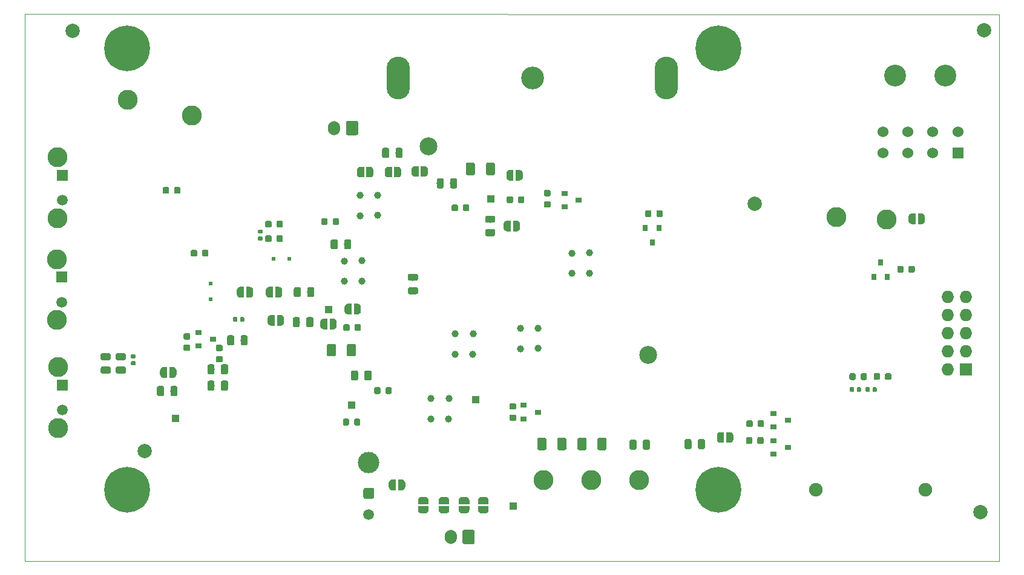
<source format=gbr>
G04 #@! TF.GenerationSoftware,KiCad,Pcbnew,(5.1.2)-1*
G04 #@! TF.CreationDate,2021-03-31T05:38:16+05:45*
G04 #@! TF.ProjectId,Pufferfish-Power-MCU,50756666-6572-4666-9973-682d506f7765,0.0*
G04 #@! TF.SameCoordinates,Original*
G04 #@! TF.FileFunction,Soldermask,Bot*
G04 #@! TF.FilePolarity,Negative*
%FSLAX46Y46*%
G04 Gerber Fmt 4.6, Leading zero omitted, Abs format (unit mm)*
G04 Created by KiCad (PCBNEW (5.1.2)-1) date 2021-03-31 05:38:16*
%MOMM*%
%LPD*%
G04 APERTURE LIST*
%ADD10C,0.100000*%
%ADD11C,1.000000*%
%ADD12R,1.727200X1.727200*%
%ADD13O,1.727200X1.727200*%
%ADD14C,2.799999*%
%ADD15C,1.520000*%
%ADD16R,1.520000X1.520000*%
%ADD17C,2.500000*%
%ADD18C,3.200000*%
%ADD19O,3.250000X6.000000*%
%ADD20C,1.900000*%
%ADD21C,0.875000*%
%ADD22C,0.975000*%
%ADD23R,1.530000X1.530000*%
%ADD24C,1.530000*%
%ADD25C,3.050000*%
%ADD26R,0.900000X0.800000*%
%ADD27C,0.590000*%
%ADD28C,0.500000*%
%ADD29R,0.500000X0.500000*%
%ADD30C,2.000000*%
%ADD31C,0.800000*%
%ADD32C,6.400000*%
%ADD33C,1.500000*%
%ADD34C,3.000000*%
%ADD35R,0.800000X0.900000*%
%ADD36R,1.000000X1.000000*%
%ADD37C,1.700000*%
%ADD38O,1.700000X2.000000*%
%ADD39C,1.250000*%
%ADD40C,2.800000*%
G04 APERTURE END LIST*
D10*
X203287400Y-43052600D02*
X66977400Y-42972600D01*
X203287400Y-119552600D02*
X203287400Y-43052600D01*
X66977400Y-119552600D02*
X203287400Y-119552600D01*
X66977400Y-42972600D02*
X66977400Y-119552600D01*
X82946666Y-47752000D02*
G75*
G03X82946666Y-47752000I-1666666J0D01*
G01*
X78780000Y-47752000D02*
X83780000Y-47752000D01*
X81280000Y-45252000D02*
X81280000Y-50252000D01*
D11*
G04 #@! TO.C,U10*
X143487400Y-79302600D03*
X145987400Y-76427600D03*
X143508000Y-76446360D03*
X145962400Y-79277600D03*
G04 #@! TD*
G04 #@! TO.C,U9*
X127207400Y-90632600D03*
X129707400Y-87757600D03*
X127228000Y-87776360D03*
X129682400Y-90607600D03*
G04 #@! TD*
G04 #@! TO.C,U8*
X116387400Y-68322600D03*
X113887400Y-71197600D03*
X116366800Y-71178840D03*
X113912400Y-68347600D03*
G04 #@! TD*
G04 #@! TO.C,U7*
X111687400Y-80402600D03*
X114187400Y-77527600D03*
X111708000Y-77546360D03*
X114162400Y-80377600D03*
G04 #@! TD*
G04 #@! TO.C,Q6*
X123817400Y-99682600D03*
X126317400Y-96807600D03*
X123838000Y-96826360D03*
X126292400Y-99657600D03*
G04 #@! TD*
G04 #@! TO.C,Q5*
X136317400Y-89822600D03*
X138817400Y-86947600D03*
X136338000Y-86966360D03*
X138792400Y-89797600D03*
G04 #@! TD*
D12*
G04 #@! TO.C,P1*
X198628000Y-92710000D03*
D13*
X196088000Y-92710000D03*
X198628000Y-90170000D03*
X196088000Y-90170000D03*
X198628000Y-87630000D03*
X196088000Y-87630000D03*
X198628000Y-85090000D03*
X196088000Y-85090000D03*
X198628000Y-82550000D03*
X196088000Y-82550000D03*
G04 #@! TD*
D14*
G04 #@! TO.C,J5*
X71568799Y-71528161D03*
X71568799Y-63028178D03*
D15*
X72198800Y-69028301D03*
D16*
X72198800Y-65528300D03*
G04 #@! TD*
D14*
G04 #@! TO.C,J4*
X71517399Y-85812461D03*
X71517399Y-77312478D03*
D15*
X72147400Y-83312601D03*
D16*
X72147400Y-79812600D03*
G04 #@! TD*
G04 #@! TO.C,J6*
X72237400Y-94912600D03*
D15*
X72237400Y-98412601D03*
D14*
X71607399Y-92412478D03*
X71607399Y-100912461D03*
G04 #@! TD*
D17*
G04 #@! TO.C,TP4*
X154178000Y-90678000D03*
G04 #@! TD*
D18*
G04 #@! TO.C,F1*
X138005400Y-51926600D03*
D19*
X119255400Y-51926600D03*
X156755400Y-51926600D03*
G04 #@! TD*
D20*
G04 #@! TO.C,J2*
X192933000Y-109596000D03*
X177653000Y-109596000D03*
G04 #@! TD*
D10*
G04 #@! TO.C,R99*
G36*
X109160091Y-71553653D02*
G01*
X109181326Y-71556803D01*
X109202150Y-71562019D01*
X109222362Y-71569251D01*
X109241768Y-71578430D01*
X109260181Y-71589466D01*
X109277424Y-71602254D01*
X109293330Y-71616670D01*
X109307746Y-71632576D01*
X109320534Y-71649819D01*
X109331570Y-71668232D01*
X109340749Y-71687638D01*
X109347981Y-71707850D01*
X109353197Y-71728674D01*
X109356347Y-71749909D01*
X109357400Y-71771350D01*
X109357400Y-72283850D01*
X109356347Y-72305291D01*
X109353197Y-72326526D01*
X109347981Y-72347350D01*
X109340749Y-72367562D01*
X109331570Y-72386968D01*
X109320534Y-72405381D01*
X109307746Y-72422624D01*
X109293330Y-72438530D01*
X109277424Y-72452946D01*
X109260181Y-72465734D01*
X109241768Y-72476770D01*
X109222362Y-72485949D01*
X109202150Y-72493181D01*
X109181326Y-72498397D01*
X109160091Y-72501547D01*
X109138650Y-72502600D01*
X108701150Y-72502600D01*
X108679709Y-72501547D01*
X108658474Y-72498397D01*
X108637650Y-72493181D01*
X108617438Y-72485949D01*
X108598032Y-72476770D01*
X108579619Y-72465734D01*
X108562376Y-72452946D01*
X108546470Y-72438530D01*
X108532054Y-72422624D01*
X108519266Y-72405381D01*
X108508230Y-72386968D01*
X108499051Y-72367562D01*
X108491819Y-72347350D01*
X108486603Y-72326526D01*
X108483453Y-72305291D01*
X108482400Y-72283850D01*
X108482400Y-71771350D01*
X108483453Y-71749909D01*
X108486603Y-71728674D01*
X108491819Y-71707850D01*
X108499051Y-71687638D01*
X108508230Y-71668232D01*
X108519266Y-71649819D01*
X108532054Y-71632576D01*
X108546470Y-71616670D01*
X108562376Y-71602254D01*
X108579619Y-71589466D01*
X108598032Y-71578430D01*
X108617438Y-71569251D01*
X108637650Y-71562019D01*
X108658474Y-71556803D01*
X108679709Y-71553653D01*
X108701150Y-71552600D01*
X109138650Y-71552600D01*
X109160091Y-71553653D01*
X109160091Y-71553653D01*
G37*
D21*
X108919900Y-72027600D03*
D10*
G36*
X110735091Y-71553653D02*
G01*
X110756326Y-71556803D01*
X110777150Y-71562019D01*
X110797362Y-71569251D01*
X110816768Y-71578430D01*
X110835181Y-71589466D01*
X110852424Y-71602254D01*
X110868330Y-71616670D01*
X110882746Y-71632576D01*
X110895534Y-71649819D01*
X110906570Y-71668232D01*
X110915749Y-71687638D01*
X110922981Y-71707850D01*
X110928197Y-71728674D01*
X110931347Y-71749909D01*
X110932400Y-71771350D01*
X110932400Y-72283850D01*
X110931347Y-72305291D01*
X110928197Y-72326526D01*
X110922981Y-72347350D01*
X110915749Y-72367562D01*
X110906570Y-72386968D01*
X110895534Y-72405381D01*
X110882746Y-72422624D01*
X110868330Y-72438530D01*
X110852424Y-72452946D01*
X110835181Y-72465734D01*
X110816768Y-72476770D01*
X110797362Y-72485949D01*
X110777150Y-72493181D01*
X110756326Y-72498397D01*
X110735091Y-72501547D01*
X110713650Y-72502600D01*
X110276150Y-72502600D01*
X110254709Y-72501547D01*
X110233474Y-72498397D01*
X110212650Y-72493181D01*
X110192438Y-72485949D01*
X110173032Y-72476770D01*
X110154619Y-72465734D01*
X110137376Y-72452946D01*
X110121470Y-72438530D01*
X110107054Y-72422624D01*
X110094266Y-72405381D01*
X110083230Y-72386968D01*
X110074051Y-72367562D01*
X110066819Y-72347350D01*
X110061603Y-72326526D01*
X110058453Y-72305291D01*
X110057400Y-72283850D01*
X110057400Y-71771350D01*
X110058453Y-71749909D01*
X110061603Y-71728674D01*
X110066819Y-71707850D01*
X110074051Y-71687638D01*
X110083230Y-71668232D01*
X110094266Y-71649819D01*
X110107054Y-71632576D01*
X110121470Y-71616670D01*
X110137376Y-71602254D01*
X110154619Y-71589466D01*
X110173032Y-71578430D01*
X110192438Y-71569251D01*
X110212650Y-71562019D01*
X110233474Y-71556803D01*
X110254709Y-71553653D01*
X110276150Y-71552600D01*
X110713650Y-71552600D01*
X110735091Y-71553653D01*
X110735091Y-71553653D01*
G37*
D21*
X110494900Y-72027600D03*
G04 #@! TD*
D10*
G04 #@! TO.C,R49*
G36*
X105248142Y-85407174D02*
G01*
X105271803Y-85410684D01*
X105295007Y-85416496D01*
X105317529Y-85424554D01*
X105339153Y-85434782D01*
X105359670Y-85447079D01*
X105378883Y-85461329D01*
X105396607Y-85477393D01*
X105412671Y-85495117D01*
X105426921Y-85514330D01*
X105439218Y-85534847D01*
X105449446Y-85556471D01*
X105457504Y-85578993D01*
X105463316Y-85602197D01*
X105466826Y-85625858D01*
X105468000Y-85649750D01*
X105468000Y-86562250D01*
X105466826Y-86586142D01*
X105463316Y-86609803D01*
X105457504Y-86633007D01*
X105449446Y-86655529D01*
X105439218Y-86677153D01*
X105426921Y-86697670D01*
X105412671Y-86716883D01*
X105396607Y-86734607D01*
X105378883Y-86750671D01*
X105359670Y-86764921D01*
X105339153Y-86777218D01*
X105317529Y-86787446D01*
X105295007Y-86795504D01*
X105271803Y-86801316D01*
X105248142Y-86804826D01*
X105224250Y-86806000D01*
X104736750Y-86806000D01*
X104712858Y-86804826D01*
X104689197Y-86801316D01*
X104665993Y-86795504D01*
X104643471Y-86787446D01*
X104621847Y-86777218D01*
X104601330Y-86764921D01*
X104582117Y-86750671D01*
X104564393Y-86734607D01*
X104548329Y-86716883D01*
X104534079Y-86697670D01*
X104521782Y-86677153D01*
X104511554Y-86655529D01*
X104503496Y-86633007D01*
X104497684Y-86609803D01*
X104494174Y-86586142D01*
X104493000Y-86562250D01*
X104493000Y-85649750D01*
X104494174Y-85625858D01*
X104497684Y-85602197D01*
X104503496Y-85578993D01*
X104511554Y-85556471D01*
X104521782Y-85534847D01*
X104534079Y-85514330D01*
X104548329Y-85495117D01*
X104564393Y-85477393D01*
X104582117Y-85461329D01*
X104601330Y-85447079D01*
X104621847Y-85434782D01*
X104643471Y-85424554D01*
X104665993Y-85416496D01*
X104689197Y-85410684D01*
X104712858Y-85407174D01*
X104736750Y-85406000D01*
X105224250Y-85406000D01*
X105248142Y-85407174D01*
X105248142Y-85407174D01*
G37*
D22*
X104980500Y-86106000D03*
D10*
G36*
X107123142Y-85407174D02*
G01*
X107146803Y-85410684D01*
X107170007Y-85416496D01*
X107192529Y-85424554D01*
X107214153Y-85434782D01*
X107234670Y-85447079D01*
X107253883Y-85461329D01*
X107271607Y-85477393D01*
X107287671Y-85495117D01*
X107301921Y-85514330D01*
X107314218Y-85534847D01*
X107324446Y-85556471D01*
X107332504Y-85578993D01*
X107338316Y-85602197D01*
X107341826Y-85625858D01*
X107343000Y-85649750D01*
X107343000Y-86562250D01*
X107341826Y-86586142D01*
X107338316Y-86609803D01*
X107332504Y-86633007D01*
X107324446Y-86655529D01*
X107314218Y-86677153D01*
X107301921Y-86697670D01*
X107287671Y-86716883D01*
X107271607Y-86734607D01*
X107253883Y-86750671D01*
X107234670Y-86764921D01*
X107214153Y-86777218D01*
X107192529Y-86787446D01*
X107170007Y-86795504D01*
X107146803Y-86801316D01*
X107123142Y-86804826D01*
X107099250Y-86806000D01*
X106611750Y-86806000D01*
X106587858Y-86804826D01*
X106564197Y-86801316D01*
X106540993Y-86795504D01*
X106518471Y-86787446D01*
X106496847Y-86777218D01*
X106476330Y-86764921D01*
X106457117Y-86750671D01*
X106439393Y-86734607D01*
X106423329Y-86716883D01*
X106409079Y-86697670D01*
X106396782Y-86677153D01*
X106386554Y-86655529D01*
X106378496Y-86633007D01*
X106372684Y-86609803D01*
X106369174Y-86586142D01*
X106368000Y-86562250D01*
X106368000Y-85649750D01*
X106369174Y-85625858D01*
X106372684Y-85602197D01*
X106378496Y-85578993D01*
X106386554Y-85556471D01*
X106396782Y-85534847D01*
X106409079Y-85514330D01*
X106423329Y-85495117D01*
X106439393Y-85477393D01*
X106457117Y-85461329D01*
X106476330Y-85447079D01*
X106496847Y-85434782D01*
X106518471Y-85424554D01*
X106540993Y-85416496D01*
X106564197Y-85410684D01*
X106587858Y-85407174D01*
X106611750Y-85406000D01*
X107099250Y-85406000D01*
X107123142Y-85407174D01*
X107123142Y-85407174D01*
G37*
D22*
X106855500Y-86106000D03*
G04 #@! TD*
D23*
G04 #@! TO.C,J1*
X197528000Y-62460000D03*
D24*
X194028000Y-62460000D03*
X190528000Y-62460000D03*
X187028000Y-62460000D03*
X197528000Y-59460000D03*
X194028000Y-59460000D03*
X190528000Y-59460000D03*
X187028000Y-59460000D03*
D25*
X195778000Y-51550000D03*
X188778000Y-51550000D03*
G04 #@! TD*
D26*
G04 #@! TO.C,Q9*
X136787000Y-99657000D03*
X136787000Y-97757000D03*
X138787000Y-98707000D03*
G04 #@! TD*
D10*
G04 #@! TO.C,C100*
G36*
X100123258Y-74104710D02*
G01*
X100137576Y-74106834D01*
X100151617Y-74110351D01*
X100165246Y-74115228D01*
X100178331Y-74121417D01*
X100190747Y-74128858D01*
X100202373Y-74137481D01*
X100213098Y-74147202D01*
X100222819Y-74157927D01*
X100231442Y-74169553D01*
X100238883Y-74181969D01*
X100245072Y-74195054D01*
X100249949Y-74208683D01*
X100253466Y-74222724D01*
X100255590Y-74237042D01*
X100256300Y-74251500D01*
X100256300Y-74546500D01*
X100255590Y-74560958D01*
X100253466Y-74575276D01*
X100249949Y-74589317D01*
X100245072Y-74602946D01*
X100238883Y-74616031D01*
X100231442Y-74628447D01*
X100222819Y-74640073D01*
X100213098Y-74650798D01*
X100202373Y-74660519D01*
X100190747Y-74669142D01*
X100178331Y-74676583D01*
X100165246Y-74682772D01*
X100151617Y-74687649D01*
X100137576Y-74691166D01*
X100123258Y-74693290D01*
X100108800Y-74694000D01*
X99763800Y-74694000D01*
X99749342Y-74693290D01*
X99735024Y-74691166D01*
X99720983Y-74687649D01*
X99707354Y-74682772D01*
X99694269Y-74676583D01*
X99681853Y-74669142D01*
X99670227Y-74660519D01*
X99659502Y-74650798D01*
X99649781Y-74640073D01*
X99641158Y-74628447D01*
X99633717Y-74616031D01*
X99627528Y-74602946D01*
X99622651Y-74589317D01*
X99619134Y-74575276D01*
X99617010Y-74560958D01*
X99616300Y-74546500D01*
X99616300Y-74251500D01*
X99617010Y-74237042D01*
X99619134Y-74222724D01*
X99622651Y-74208683D01*
X99627528Y-74195054D01*
X99633717Y-74181969D01*
X99641158Y-74169553D01*
X99649781Y-74157927D01*
X99659502Y-74147202D01*
X99670227Y-74137481D01*
X99681853Y-74128858D01*
X99694269Y-74121417D01*
X99707354Y-74115228D01*
X99720983Y-74110351D01*
X99735024Y-74106834D01*
X99749342Y-74104710D01*
X99763800Y-74104000D01*
X100108800Y-74104000D01*
X100123258Y-74104710D01*
X100123258Y-74104710D01*
G37*
D27*
X99936300Y-74399000D03*
D10*
G36*
X100123258Y-73134710D02*
G01*
X100137576Y-73136834D01*
X100151617Y-73140351D01*
X100165246Y-73145228D01*
X100178331Y-73151417D01*
X100190747Y-73158858D01*
X100202373Y-73167481D01*
X100213098Y-73177202D01*
X100222819Y-73187927D01*
X100231442Y-73199553D01*
X100238883Y-73211969D01*
X100245072Y-73225054D01*
X100249949Y-73238683D01*
X100253466Y-73252724D01*
X100255590Y-73267042D01*
X100256300Y-73281500D01*
X100256300Y-73576500D01*
X100255590Y-73590958D01*
X100253466Y-73605276D01*
X100249949Y-73619317D01*
X100245072Y-73632946D01*
X100238883Y-73646031D01*
X100231442Y-73658447D01*
X100222819Y-73670073D01*
X100213098Y-73680798D01*
X100202373Y-73690519D01*
X100190747Y-73699142D01*
X100178331Y-73706583D01*
X100165246Y-73712772D01*
X100151617Y-73717649D01*
X100137576Y-73721166D01*
X100123258Y-73723290D01*
X100108800Y-73724000D01*
X99763800Y-73724000D01*
X99749342Y-73723290D01*
X99735024Y-73721166D01*
X99720983Y-73717649D01*
X99707354Y-73712772D01*
X99694269Y-73706583D01*
X99681853Y-73699142D01*
X99670227Y-73690519D01*
X99659502Y-73680798D01*
X99649781Y-73670073D01*
X99641158Y-73658447D01*
X99633717Y-73646031D01*
X99627528Y-73632946D01*
X99622651Y-73619317D01*
X99619134Y-73605276D01*
X99617010Y-73590958D01*
X99616300Y-73576500D01*
X99616300Y-73281500D01*
X99617010Y-73267042D01*
X99619134Y-73252724D01*
X99622651Y-73238683D01*
X99627528Y-73225054D01*
X99633717Y-73211969D01*
X99641158Y-73199553D01*
X99649781Y-73187927D01*
X99659502Y-73177202D01*
X99670227Y-73167481D01*
X99681853Y-73158858D01*
X99694269Y-73151417D01*
X99707354Y-73145228D01*
X99720983Y-73140351D01*
X99735024Y-73136834D01*
X99749342Y-73134710D01*
X99763800Y-73134000D01*
X100108800Y-73134000D01*
X100123258Y-73134710D01*
X100123258Y-73134710D01*
G37*
D27*
X99936300Y-73429000D03*
G04 #@! TD*
D10*
G04 #@! TO.C,C70*
G36*
X97547958Y-85405710D02*
G01*
X97562276Y-85407834D01*
X97576317Y-85411351D01*
X97589946Y-85416228D01*
X97603031Y-85422417D01*
X97615447Y-85429858D01*
X97627073Y-85438481D01*
X97637798Y-85448202D01*
X97647519Y-85458927D01*
X97656142Y-85470553D01*
X97663583Y-85482969D01*
X97669772Y-85496054D01*
X97674649Y-85509683D01*
X97678166Y-85523724D01*
X97680290Y-85538042D01*
X97681000Y-85552500D01*
X97681000Y-85897500D01*
X97680290Y-85911958D01*
X97678166Y-85926276D01*
X97674649Y-85940317D01*
X97669772Y-85953946D01*
X97663583Y-85967031D01*
X97656142Y-85979447D01*
X97647519Y-85991073D01*
X97637798Y-86001798D01*
X97627073Y-86011519D01*
X97615447Y-86020142D01*
X97603031Y-86027583D01*
X97589946Y-86033772D01*
X97576317Y-86038649D01*
X97562276Y-86042166D01*
X97547958Y-86044290D01*
X97533500Y-86045000D01*
X97238500Y-86045000D01*
X97224042Y-86044290D01*
X97209724Y-86042166D01*
X97195683Y-86038649D01*
X97182054Y-86033772D01*
X97168969Y-86027583D01*
X97156553Y-86020142D01*
X97144927Y-86011519D01*
X97134202Y-86001798D01*
X97124481Y-85991073D01*
X97115858Y-85979447D01*
X97108417Y-85967031D01*
X97102228Y-85953946D01*
X97097351Y-85940317D01*
X97093834Y-85926276D01*
X97091710Y-85911958D01*
X97091000Y-85897500D01*
X97091000Y-85552500D01*
X97091710Y-85538042D01*
X97093834Y-85523724D01*
X97097351Y-85509683D01*
X97102228Y-85496054D01*
X97108417Y-85482969D01*
X97115858Y-85470553D01*
X97124481Y-85458927D01*
X97134202Y-85448202D01*
X97144927Y-85438481D01*
X97156553Y-85429858D01*
X97168969Y-85422417D01*
X97182054Y-85416228D01*
X97195683Y-85411351D01*
X97209724Y-85407834D01*
X97224042Y-85405710D01*
X97238500Y-85405000D01*
X97533500Y-85405000D01*
X97547958Y-85405710D01*
X97547958Y-85405710D01*
G37*
D27*
X97386000Y-85725000D03*
D10*
G36*
X96577958Y-85405710D02*
G01*
X96592276Y-85407834D01*
X96606317Y-85411351D01*
X96619946Y-85416228D01*
X96633031Y-85422417D01*
X96645447Y-85429858D01*
X96657073Y-85438481D01*
X96667798Y-85448202D01*
X96677519Y-85458927D01*
X96686142Y-85470553D01*
X96693583Y-85482969D01*
X96699772Y-85496054D01*
X96704649Y-85509683D01*
X96708166Y-85523724D01*
X96710290Y-85538042D01*
X96711000Y-85552500D01*
X96711000Y-85897500D01*
X96710290Y-85911958D01*
X96708166Y-85926276D01*
X96704649Y-85940317D01*
X96699772Y-85953946D01*
X96693583Y-85967031D01*
X96686142Y-85979447D01*
X96677519Y-85991073D01*
X96667798Y-86001798D01*
X96657073Y-86011519D01*
X96645447Y-86020142D01*
X96633031Y-86027583D01*
X96619946Y-86033772D01*
X96606317Y-86038649D01*
X96592276Y-86042166D01*
X96577958Y-86044290D01*
X96563500Y-86045000D01*
X96268500Y-86045000D01*
X96254042Y-86044290D01*
X96239724Y-86042166D01*
X96225683Y-86038649D01*
X96212054Y-86033772D01*
X96198969Y-86027583D01*
X96186553Y-86020142D01*
X96174927Y-86011519D01*
X96164202Y-86001798D01*
X96154481Y-85991073D01*
X96145858Y-85979447D01*
X96138417Y-85967031D01*
X96132228Y-85953946D01*
X96127351Y-85940317D01*
X96123834Y-85926276D01*
X96121710Y-85911958D01*
X96121000Y-85897500D01*
X96121000Y-85552500D01*
X96121710Y-85538042D01*
X96123834Y-85523724D01*
X96127351Y-85509683D01*
X96132228Y-85496054D01*
X96138417Y-85482969D01*
X96145858Y-85470553D01*
X96154481Y-85458927D01*
X96164202Y-85448202D01*
X96174927Y-85438481D01*
X96186553Y-85429858D01*
X96198969Y-85422417D01*
X96212054Y-85416228D01*
X96225683Y-85411351D01*
X96239724Y-85407834D01*
X96254042Y-85405710D01*
X96268500Y-85405000D01*
X96563500Y-85405000D01*
X96577958Y-85405710D01*
X96577958Y-85405710D01*
G37*
D27*
X96416000Y-85725000D03*
G04 #@! TD*
D10*
G04 #@! TO.C,C51*
G36*
X183828458Y-95224710D02*
G01*
X183842776Y-95226834D01*
X183856817Y-95230351D01*
X183870446Y-95235228D01*
X183883531Y-95241417D01*
X183895947Y-95248858D01*
X183907573Y-95257481D01*
X183918298Y-95267202D01*
X183928019Y-95277927D01*
X183936642Y-95289553D01*
X183944083Y-95301969D01*
X183950272Y-95315054D01*
X183955149Y-95328683D01*
X183958666Y-95342724D01*
X183960790Y-95357042D01*
X183961500Y-95371500D01*
X183961500Y-95716500D01*
X183960790Y-95730958D01*
X183958666Y-95745276D01*
X183955149Y-95759317D01*
X183950272Y-95772946D01*
X183944083Y-95786031D01*
X183936642Y-95798447D01*
X183928019Y-95810073D01*
X183918298Y-95820798D01*
X183907573Y-95830519D01*
X183895947Y-95839142D01*
X183883531Y-95846583D01*
X183870446Y-95852772D01*
X183856817Y-95857649D01*
X183842776Y-95861166D01*
X183828458Y-95863290D01*
X183814000Y-95864000D01*
X183519000Y-95864000D01*
X183504542Y-95863290D01*
X183490224Y-95861166D01*
X183476183Y-95857649D01*
X183462554Y-95852772D01*
X183449469Y-95846583D01*
X183437053Y-95839142D01*
X183425427Y-95830519D01*
X183414702Y-95820798D01*
X183404981Y-95810073D01*
X183396358Y-95798447D01*
X183388917Y-95786031D01*
X183382728Y-95772946D01*
X183377851Y-95759317D01*
X183374334Y-95745276D01*
X183372210Y-95730958D01*
X183371500Y-95716500D01*
X183371500Y-95371500D01*
X183372210Y-95357042D01*
X183374334Y-95342724D01*
X183377851Y-95328683D01*
X183382728Y-95315054D01*
X183388917Y-95301969D01*
X183396358Y-95289553D01*
X183404981Y-95277927D01*
X183414702Y-95267202D01*
X183425427Y-95257481D01*
X183437053Y-95248858D01*
X183449469Y-95241417D01*
X183462554Y-95235228D01*
X183476183Y-95230351D01*
X183490224Y-95226834D01*
X183504542Y-95224710D01*
X183519000Y-95224000D01*
X183814000Y-95224000D01*
X183828458Y-95224710D01*
X183828458Y-95224710D01*
G37*
D27*
X183666500Y-95544000D03*
D10*
G36*
X182858458Y-95224710D02*
G01*
X182872776Y-95226834D01*
X182886817Y-95230351D01*
X182900446Y-95235228D01*
X182913531Y-95241417D01*
X182925947Y-95248858D01*
X182937573Y-95257481D01*
X182948298Y-95267202D01*
X182958019Y-95277927D01*
X182966642Y-95289553D01*
X182974083Y-95301969D01*
X182980272Y-95315054D01*
X182985149Y-95328683D01*
X182988666Y-95342724D01*
X182990790Y-95357042D01*
X182991500Y-95371500D01*
X182991500Y-95716500D01*
X182990790Y-95730958D01*
X182988666Y-95745276D01*
X182985149Y-95759317D01*
X182980272Y-95772946D01*
X182974083Y-95786031D01*
X182966642Y-95798447D01*
X182958019Y-95810073D01*
X182948298Y-95820798D01*
X182937573Y-95830519D01*
X182925947Y-95839142D01*
X182913531Y-95846583D01*
X182900446Y-95852772D01*
X182886817Y-95857649D01*
X182872776Y-95861166D01*
X182858458Y-95863290D01*
X182844000Y-95864000D01*
X182549000Y-95864000D01*
X182534542Y-95863290D01*
X182520224Y-95861166D01*
X182506183Y-95857649D01*
X182492554Y-95852772D01*
X182479469Y-95846583D01*
X182467053Y-95839142D01*
X182455427Y-95830519D01*
X182444702Y-95820798D01*
X182434981Y-95810073D01*
X182426358Y-95798447D01*
X182418917Y-95786031D01*
X182412728Y-95772946D01*
X182407851Y-95759317D01*
X182404334Y-95745276D01*
X182402210Y-95730958D01*
X182401500Y-95716500D01*
X182401500Y-95371500D01*
X182402210Y-95357042D01*
X182404334Y-95342724D01*
X182407851Y-95328683D01*
X182412728Y-95315054D01*
X182418917Y-95301969D01*
X182426358Y-95289553D01*
X182434981Y-95277927D01*
X182444702Y-95267202D01*
X182455427Y-95257481D01*
X182467053Y-95248858D01*
X182479469Y-95241417D01*
X182492554Y-95235228D01*
X182506183Y-95230351D01*
X182520224Y-95226834D01*
X182534542Y-95224710D01*
X182549000Y-95224000D01*
X182844000Y-95224000D01*
X182858458Y-95224710D01*
X182858458Y-95224710D01*
G37*
D27*
X182696500Y-95544000D03*
G04 #@! TD*
D10*
G04 #@! TO.C,C50*
G36*
X186028458Y-95224710D02*
G01*
X186042776Y-95226834D01*
X186056817Y-95230351D01*
X186070446Y-95235228D01*
X186083531Y-95241417D01*
X186095947Y-95248858D01*
X186107573Y-95257481D01*
X186118298Y-95267202D01*
X186128019Y-95277927D01*
X186136642Y-95289553D01*
X186144083Y-95301969D01*
X186150272Y-95315054D01*
X186155149Y-95328683D01*
X186158666Y-95342724D01*
X186160790Y-95357042D01*
X186161500Y-95371500D01*
X186161500Y-95716500D01*
X186160790Y-95730958D01*
X186158666Y-95745276D01*
X186155149Y-95759317D01*
X186150272Y-95772946D01*
X186144083Y-95786031D01*
X186136642Y-95798447D01*
X186128019Y-95810073D01*
X186118298Y-95820798D01*
X186107573Y-95830519D01*
X186095947Y-95839142D01*
X186083531Y-95846583D01*
X186070446Y-95852772D01*
X186056817Y-95857649D01*
X186042776Y-95861166D01*
X186028458Y-95863290D01*
X186014000Y-95864000D01*
X185719000Y-95864000D01*
X185704542Y-95863290D01*
X185690224Y-95861166D01*
X185676183Y-95857649D01*
X185662554Y-95852772D01*
X185649469Y-95846583D01*
X185637053Y-95839142D01*
X185625427Y-95830519D01*
X185614702Y-95820798D01*
X185604981Y-95810073D01*
X185596358Y-95798447D01*
X185588917Y-95786031D01*
X185582728Y-95772946D01*
X185577851Y-95759317D01*
X185574334Y-95745276D01*
X185572210Y-95730958D01*
X185571500Y-95716500D01*
X185571500Y-95371500D01*
X185572210Y-95357042D01*
X185574334Y-95342724D01*
X185577851Y-95328683D01*
X185582728Y-95315054D01*
X185588917Y-95301969D01*
X185596358Y-95289553D01*
X185604981Y-95277927D01*
X185614702Y-95267202D01*
X185625427Y-95257481D01*
X185637053Y-95248858D01*
X185649469Y-95241417D01*
X185662554Y-95235228D01*
X185676183Y-95230351D01*
X185690224Y-95226834D01*
X185704542Y-95224710D01*
X185719000Y-95224000D01*
X186014000Y-95224000D01*
X186028458Y-95224710D01*
X186028458Y-95224710D01*
G37*
D27*
X185866500Y-95544000D03*
D10*
G36*
X185058458Y-95224710D02*
G01*
X185072776Y-95226834D01*
X185086817Y-95230351D01*
X185100446Y-95235228D01*
X185113531Y-95241417D01*
X185125947Y-95248858D01*
X185137573Y-95257481D01*
X185148298Y-95267202D01*
X185158019Y-95277927D01*
X185166642Y-95289553D01*
X185174083Y-95301969D01*
X185180272Y-95315054D01*
X185185149Y-95328683D01*
X185188666Y-95342724D01*
X185190790Y-95357042D01*
X185191500Y-95371500D01*
X185191500Y-95716500D01*
X185190790Y-95730958D01*
X185188666Y-95745276D01*
X185185149Y-95759317D01*
X185180272Y-95772946D01*
X185174083Y-95786031D01*
X185166642Y-95798447D01*
X185158019Y-95810073D01*
X185148298Y-95820798D01*
X185137573Y-95830519D01*
X185125947Y-95839142D01*
X185113531Y-95846583D01*
X185100446Y-95852772D01*
X185086817Y-95857649D01*
X185072776Y-95861166D01*
X185058458Y-95863290D01*
X185044000Y-95864000D01*
X184749000Y-95864000D01*
X184734542Y-95863290D01*
X184720224Y-95861166D01*
X184706183Y-95857649D01*
X184692554Y-95852772D01*
X184679469Y-95846583D01*
X184667053Y-95839142D01*
X184655427Y-95830519D01*
X184644702Y-95820798D01*
X184634981Y-95810073D01*
X184626358Y-95798447D01*
X184618917Y-95786031D01*
X184612728Y-95772946D01*
X184607851Y-95759317D01*
X184604334Y-95745276D01*
X184602210Y-95730958D01*
X184601500Y-95716500D01*
X184601500Y-95371500D01*
X184602210Y-95357042D01*
X184604334Y-95342724D01*
X184607851Y-95328683D01*
X184612728Y-95315054D01*
X184618917Y-95301969D01*
X184626358Y-95289553D01*
X184634981Y-95277927D01*
X184644702Y-95267202D01*
X184655427Y-95257481D01*
X184667053Y-95248858D01*
X184679469Y-95241417D01*
X184692554Y-95235228D01*
X184706183Y-95230351D01*
X184720224Y-95226834D01*
X184734542Y-95224710D01*
X184749000Y-95224000D01*
X185044000Y-95224000D01*
X185058458Y-95224710D01*
X185058458Y-95224710D01*
G37*
D27*
X184896500Y-95544000D03*
G04 #@! TD*
D10*
G04 #@! TO.C,C18*
G36*
X82344358Y-91583310D02*
G01*
X82358676Y-91585434D01*
X82372717Y-91588951D01*
X82386346Y-91593828D01*
X82399431Y-91600017D01*
X82411847Y-91607458D01*
X82423473Y-91616081D01*
X82434198Y-91625802D01*
X82443919Y-91636527D01*
X82452542Y-91648153D01*
X82459983Y-91660569D01*
X82466172Y-91673654D01*
X82471049Y-91687283D01*
X82474566Y-91701324D01*
X82476690Y-91715642D01*
X82477400Y-91730100D01*
X82477400Y-92025100D01*
X82476690Y-92039558D01*
X82474566Y-92053876D01*
X82471049Y-92067917D01*
X82466172Y-92081546D01*
X82459983Y-92094631D01*
X82452542Y-92107047D01*
X82443919Y-92118673D01*
X82434198Y-92129398D01*
X82423473Y-92139119D01*
X82411847Y-92147742D01*
X82399431Y-92155183D01*
X82386346Y-92161372D01*
X82372717Y-92166249D01*
X82358676Y-92169766D01*
X82344358Y-92171890D01*
X82329900Y-92172600D01*
X81984900Y-92172600D01*
X81970442Y-92171890D01*
X81956124Y-92169766D01*
X81942083Y-92166249D01*
X81928454Y-92161372D01*
X81915369Y-92155183D01*
X81902953Y-92147742D01*
X81891327Y-92139119D01*
X81880602Y-92129398D01*
X81870881Y-92118673D01*
X81862258Y-92107047D01*
X81854817Y-92094631D01*
X81848628Y-92081546D01*
X81843751Y-92067917D01*
X81840234Y-92053876D01*
X81838110Y-92039558D01*
X81837400Y-92025100D01*
X81837400Y-91730100D01*
X81838110Y-91715642D01*
X81840234Y-91701324D01*
X81843751Y-91687283D01*
X81848628Y-91673654D01*
X81854817Y-91660569D01*
X81862258Y-91648153D01*
X81870881Y-91636527D01*
X81880602Y-91625802D01*
X81891327Y-91616081D01*
X81902953Y-91607458D01*
X81915369Y-91600017D01*
X81928454Y-91593828D01*
X81942083Y-91588951D01*
X81956124Y-91585434D01*
X81970442Y-91583310D01*
X81984900Y-91582600D01*
X82329900Y-91582600D01*
X82344358Y-91583310D01*
X82344358Y-91583310D01*
G37*
D27*
X82157400Y-91877600D03*
D10*
G36*
X82344358Y-90613310D02*
G01*
X82358676Y-90615434D01*
X82372717Y-90618951D01*
X82386346Y-90623828D01*
X82399431Y-90630017D01*
X82411847Y-90637458D01*
X82423473Y-90646081D01*
X82434198Y-90655802D01*
X82443919Y-90666527D01*
X82452542Y-90678153D01*
X82459983Y-90690569D01*
X82466172Y-90703654D01*
X82471049Y-90717283D01*
X82474566Y-90731324D01*
X82476690Y-90745642D01*
X82477400Y-90760100D01*
X82477400Y-91055100D01*
X82476690Y-91069558D01*
X82474566Y-91083876D01*
X82471049Y-91097917D01*
X82466172Y-91111546D01*
X82459983Y-91124631D01*
X82452542Y-91137047D01*
X82443919Y-91148673D01*
X82434198Y-91159398D01*
X82423473Y-91169119D01*
X82411847Y-91177742D01*
X82399431Y-91185183D01*
X82386346Y-91191372D01*
X82372717Y-91196249D01*
X82358676Y-91199766D01*
X82344358Y-91201890D01*
X82329900Y-91202600D01*
X81984900Y-91202600D01*
X81970442Y-91201890D01*
X81956124Y-91199766D01*
X81942083Y-91196249D01*
X81928454Y-91191372D01*
X81915369Y-91185183D01*
X81902953Y-91177742D01*
X81891327Y-91169119D01*
X81880602Y-91159398D01*
X81870881Y-91148673D01*
X81862258Y-91137047D01*
X81854817Y-91124631D01*
X81848628Y-91111546D01*
X81843751Y-91097917D01*
X81840234Y-91083876D01*
X81838110Y-91069558D01*
X81837400Y-91055100D01*
X81837400Y-90760100D01*
X81838110Y-90745642D01*
X81840234Y-90731324D01*
X81843751Y-90717283D01*
X81848628Y-90703654D01*
X81854817Y-90690569D01*
X81862258Y-90678153D01*
X81870881Y-90666527D01*
X81880602Y-90655802D01*
X81891327Y-90646081D01*
X81902953Y-90637458D01*
X81915369Y-90630017D01*
X81928454Y-90623828D01*
X81942083Y-90618951D01*
X81956124Y-90615434D01*
X81970442Y-90613310D01*
X81984900Y-90612600D01*
X82329900Y-90612600D01*
X82344358Y-90613310D01*
X82344358Y-90613310D01*
G37*
D27*
X82157400Y-90907600D03*
G04 #@! TD*
D28*
G04 #@! TO.C,JP1*
X86407400Y-93152600D03*
D10*
G36*
X86407400Y-93901998D02*
G01*
X86382866Y-93901998D01*
X86334035Y-93897188D01*
X86285910Y-93887616D01*
X86238955Y-93873372D01*
X86193622Y-93854595D01*
X86150349Y-93831464D01*
X86109550Y-93804204D01*
X86071621Y-93773076D01*
X86036924Y-93738379D01*
X86005796Y-93700450D01*
X85978536Y-93659651D01*
X85955405Y-93616378D01*
X85936628Y-93571045D01*
X85922384Y-93524090D01*
X85912812Y-93475965D01*
X85908002Y-93427134D01*
X85908002Y-93402600D01*
X85907400Y-93402600D01*
X85907400Y-92902600D01*
X85908002Y-92902600D01*
X85908002Y-92878066D01*
X85912812Y-92829235D01*
X85922384Y-92781110D01*
X85936628Y-92734155D01*
X85955405Y-92688822D01*
X85978536Y-92645549D01*
X86005796Y-92604750D01*
X86036924Y-92566821D01*
X86071621Y-92532124D01*
X86109550Y-92500996D01*
X86150349Y-92473736D01*
X86193622Y-92450605D01*
X86238955Y-92431828D01*
X86285910Y-92417584D01*
X86334035Y-92408012D01*
X86382866Y-92403202D01*
X86407400Y-92403202D01*
X86407400Y-92402600D01*
X86907400Y-92402600D01*
X86907400Y-93902600D01*
X86407400Y-93902600D01*
X86407400Y-93901998D01*
X86407400Y-93901998D01*
G37*
D28*
X87707400Y-93152600D03*
D10*
G36*
X87207400Y-92402600D02*
G01*
X87707400Y-92402600D01*
X87707400Y-92403202D01*
X87731934Y-92403202D01*
X87780765Y-92408012D01*
X87828890Y-92417584D01*
X87875845Y-92431828D01*
X87921178Y-92450605D01*
X87964451Y-92473736D01*
X88005250Y-92500996D01*
X88043179Y-92532124D01*
X88077876Y-92566821D01*
X88109004Y-92604750D01*
X88136264Y-92645549D01*
X88159395Y-92688822D01*
X88178172Y-92734155D01*
X88192416Y-92781110D01*
X88201988Y-92829235D01*
X88206798Y-92878066D01*
X88206798Y-92902600D01*
X88207400Y-92902600D01*
X88207400Y-93402600D01*
X88206798Y-93402600D01*
X88206798Y-93427134D01*
X88201988Y-93475965D01*
X88192416Y-93524090D01*
X88178172Y-93571045D01*
X88159395Y-93616378D01*
X88136264Y-93659651D01*
X88109004Y-93700450D01*
X88077876Y-93738379D01*
X88043179Y-93773076D01*
X88005250Y-93804204D01*
X87964451Y-93831464D01*
X87921178Y-93854595D01*
X87875845Y-93873372D01*
X87828890Y-93887616D01*
X87780765Y-93897188D01*
X87731934Y-93901998D01*
X87707400Y-93901998D01*
X87707400Y-93902600D01*
X87207400Y-93902600D01*
X87207400Y-92402600D01*
X87207400Y-92402600D01*
G37*
G04 #@! TD*
D29*
G04 #@! TO.C,D3*
X92964000Y-80688000D03*
X92964000Y-82888000D03*
G04 #@! TD*
G04 #@! TO.C,D4*
X103970000Y-77216000D03*
X101770000Y-77216000D03*
G04 #@! TD*
D10*
G04 #@! TO.C,R39*
G36*
X184596691Y-93270053D02*
G01*
X184617926Y-93273203D01*
X184638750Y-93278419D01*
X184658962Y-93285651D01*
X184678368Y-93294830D01*
X184696781Y-93305866D01*
X184714024Y-93318654D01*
X184729930Y-93333070D01*
X184744346Y-93348976D01*
X184757134Y-93366219D01*
X184768170Y-93384632D01*
X184777349Y-93404038D01*
X184784581Y-93424250D01*
X184789797Y-93445074D01*
X184792947Y-93466309D01*
X184794000Y-93487750D01*
X184794000Y-94000250D01*
X184792947Y-94021691D01*
X184789797Y-94042926D01*
X184784581Y-94063750D01*
X184777349Y-94083962D01*
X184768170Y-94103368D01*
X184757134Y-94121781D01*
X184744346Y-94139024D01*
X184729930Y-94154930D01*
X184714024Y-94169346D01*
X184696781Y-94182134D01*
X184678368Y-94193170D01*
X184658962Y-94202349D01*
X184638750Y-94209581D01*
X184617926Y-94214797D01*
X184596691Y-94217947D01*
X184575250Y-94219000D01*
X184137750Y-94219000D01*
X184116309Y-94217947D01*
X184095074Y-94214797D01*
X184074250Y-94209581D01*
X184054038Y-94202349D01*
X184034632Y-94193170D01*
X184016219Y-94182134D01*
X183998976Y-94169346D01*
X183983070Y-94154930D01*
X183968654Y-94139024D01*
X183955866Y-94121781D01*
X183944830Y-94103368D01*
X183935651Y-94083962D01*
X183928419Y-94063750D01*
X183923203Y-94042926D01*
X183920053Y-94021691D01*
X183919000Y-94000250D01*
X183919000Y-93487750D01*
X183920053Y-93466309D01*
X183923203Y-93445074D01*
X183928419Y-93424250D01*
X183935651Y-93404038D01*
X183944830Y-93384632D01*
X183955866Y-93366219D01*
X183968654Y-93348976D01*
X183983070Y-93333070D01*
X183998976Y-93318654D01*
X184016219Y-93305866D01*
X184034632Y-93294830D01*
X184054038Y-93285651D01*
X184074250Y-93278419D01*
X184095074Y-93273203D01*
X184116309Y-93270053D01*
X184137750Y-93269000D01*
X184575250Y-93269000D01*
X184596691Y-93270053D01*
X184596691Y-93270053D01*
G37*
D21*
X184356500Y-93744000D03*
D10*
G36*
X183021691Y-93270053D02*
G01*
X183042926Y-93273203D01*
X183063750Y-93278419D01*
X183083962Y-93285651D01*
X183103368Y-93294830D01*
X183121781Y-93305866D01*
X183139024Y-93318654D01*
X183154930Y-93333070D01*
X183169346Y-93348976D01*
X183182134Y-93366219D01*
X183193170Y-93384632D01*
X183202349Y-93404038D01*
X183209581Y-93424250D01*
X183214797Y-93445074D01*
X183217947Y-93466309D01*
X183219000Y-93487750D01*
X183219000Y-94000250D01*
X183217947Y-94021691D01*
X183214797Y-94042926D01*
X183209581Y-94063750D01*
X183202349Y-94083962D01*
X183193170Y-94103368D01*
X183182134Y-94121781D01*
X183169346Y-94139024D01*
X183154930Y-94154930D01*
X183139024Y-94169346D01*
X183121781Y-94182134D01*
X183103368Y-94193170D01*
X183083962Y-94202349D01*
X183063750Y-94209581D01*
X183042926Y-94214797D01*
X183021691Y-94217947D01*
X183000250Y-94219000D01*
X182562750Y-94219000D01*
X182541309Y-94217947D01*
X182520074Y-94214797D01*
X182499250Y-94209581D01*
X182479038Y-94202349D01*
X182459632Y-94193170D01*
X182441219Y-94182134D01*
X182423976Y-94169346D01*
X182408070Y-94154930D01*
X182393654Y-94139024D01*
X182380866Y-94121781D01*
X182369830Y-94103368D01*
X182360651Y-94083962D01*
X182353419Y-94063750D01*
X182348203Y-94042926D01*
X182345053Y-94021691D01*
X182344000Y-94000250D01*
X182344000Y-93487750D01*
X182345053Y-93466309D01*
X182348203Y-93445074D01*
X182353419Y-93424250D01*
X182360651Y-93404038D01*
X182369830Y-93384632D01*
X182380866Y-93366219D01*
X182393654Y-93348976D01*
X182408070Y-93333070D01*
X182423976Y-93318654D01*
X182441219Y-93305866D01*
X182459632Y-93294830D01*
X182479038Y-93285651D01*
X182499250Y-93278419D01*
X182520074Y-93273203D01*
X182541309Y-93270053D01*
X182562750Y-93269000D01*
X183000250Y-93269000D01*
X183021691Y-93270053D01*
X183021691Y-93270053D01*
G37*
D21*
X182781500Y-93744000D03*
G04 #@! TD*
D10*
G04 #@! TO.C,R40*
G36*
X187996691Y-93257553D02*
G01*
X188017926Y-93260703D01*
X188038750Y-93265919D01*
X188058962Y-93273151D01*
X188078368Y-93282330D01*
X188096781Y-93293366D01*
X188114024Y-93306154D01*
X188129930Y-93320570D01*
X188144346Y-93336476D01*
X188157134Y-93353719D01*
X188168170Y-93372132D01*
X188177349Y-93391538D01*
X188184581Y-93411750D01*
X188189797Y-93432574D01*
X188192947Y-93453809D01*
X188194000Y-93475250D01*
X188194000Y-93987750D01*
X188192947Y-94009191D01*
X188189797Y-94030426D01*
X188184581Y-94051250D01*
X188177349Y-94071462D01*
X188168170Y-94090868D01*
X188157134Y-94109281D01*
X188144346Y-94126524D01*
X188129930Y-94142430D01*
X188114024Y-94156846D01*
X188096781Y-94169634D01*
X188078368Y-94180670D01*
X188058962Y-94189849D01*
X188038750Y-94197081D01*
X188017926Y-94202297D01*
X187996691Y-94205447D01*
X187975250Y-94206500D01*
X187537750Y-94206500D01*
X187516309Y-94205447D01*
X187495074Y-94202297D01*
X187474250Y-94197081D01*
X187454038Y-94189849D01*
X187434632Y-94180670D01*
X187416219Y-94169634D01*
X187398976Y-94156846D01*
X187383070Y-94142430D01*
X187368654Y-94126524D01*
X187355866Y-94109281D01*
X187344830Y-94090868D01*
X187335651Y-94071462D01*
X187328419Y-94051250D01*
X187323203Y-94030426D01*
X187320053Y-94009191D01*
X187319000Y-93987750D01*
X187319000Y-93475250D01*
X187320053Y-93453809D01*
X187323203Y-93432574D01*
X187328419Y-93411750D01*
X187335651Y-93391538D01*
X187344830Y-93372132D01*
X187355866Y-93353719D01*
X187368654Y-93336476D01*
X187383070Y-93320570D01*
X187398976Y-93306154D01*
X187416219Y-93293366D01*
X187434632Y-93282330D01*
X187454038Y-93273151D01*
X187474250Y-93265919D01*
X187495074Y-93260703D01*
X187516309Y-93257553D01*
X187537750Y-93256500D01*
X187975250Y-93256500D01*
X187996691Y-93257553D01*
X187996691Y-93257553D01*
G37*
D21*
X187756500Y-93731500D03*
D10*
G36*
X186421691Y-93257553D02*
G01*
X186442926Y-93260703D01*
X186463750Y-93265919D01*
X186483962Y-93273151D01*
X186503368Y-93282330D01*
X186521781Y-93293366D01*
X186539024Y-93306154D01*
X186554930Y-93320570D01*
X186569346Y-93336476D01*
X186582134Y-93353719D01*
X186593170Y-93372132D01*
X186602349Y-93391538D01*
X186609581Y-93411750D01*
X186614797Y-93432574D01*
X186617947Y-93453809D01*
X186619000Y-93475250D01*
X186619000Y-93987750D01*
X186617947Y-94009191D01*
X186614797Y-94030426D01*
X186609581Y-94051250D01*
X186602349Y-94071462D01*
X186593170Y-94090868D01*
X186582134Y-94109281D01*
X186569346Y-94126524D01*
X186554930Y-94142430D01*
X186539024Y-94156846D01*
X186521781Y-94169634D01*
X186503368Y-94180670D01*
X186483962Y-94189849D01*
X186463750Y-94197081D01*
X186442926Y-94202297D01*
X186421691Y-94205447D01*
X186400250Y-94206500D01*
X185962750Y-94206500D01*
X185941309Y-94205447D01*
X185920074Y-94202297D01*
X185899250Y-94197081D01*
X185879038Y-94189849D01*
X185859632Y-94180670D01*
X185841219Y-94169634D01*
X185823976Y-94156846D01*
X185808070Y-94142430D01*
X185793654Y-94126524D01*
X185780866Y-94109281D01*
X185769830Y-94090868D01*
X185760651Y-94071462D01*
X185753419Y-94051250D01*
X185748203Y-94030426D01*
X185745053Y-94009191D01*
X185744000Y-93987750D01*
X185744000Y-93475250D01*
X185745053Y-93453809D01*
X185748203Y-93432574D01*
X185753419Y-93411750D01*
X185760651Y-93391538D01*
X185769830Y-93372132D01*
X185780866Y-93353719D01*
X185793654Y-93336476D01*
X185808070Y-93320570D01*
X185823976Y-93306154D01*
X185841219Y-93293366D01*
X185859632Y-93282330D01*
X185879038Y-93273151D01*
X185899250Y-93265919D01*
X185920074Y-93260703D01*
X185941309Y-93257553D01*
X185962750Y-93256500D01*
X186400250Y-93256500D01*
X186421691Y-93257553D01*
X186421691Y-93257553D01*
G37*
D21*
X186181500Y-93731500D03*
G04 #@! TD*
D10*
G04 #@! TO.C,R53*
G36*
X154452691Y-70426053D02*
G01*
X154473926Y-70429203D01*
X154494750Y-70434419D01*
X154514962Y-70441651D01*
X154534368Y-70450830D01*
X154552781Y-70461866D01*
X154570024Y-70474654D01*
X154585930Y-70489070D01*
X154600346Y-70504976D01*
X154613134Y-70522219D01*
X154624170Y-70540632D01*
X154633349Y-70560038D01*
X154640581Y-70580250D01*
X154645797Y-70601074D01*
X154648947Y-70622309D01*
X154650000Y-70643750D01*
X154650000Y-71156250D01*
X154648947Y-71177691D01*
X154645797Y-71198926D01*
X154640581Y-71219750D01*
X154633349Y-71239962D01*
X154624170Y-71259368D01*
X154613134Y-71277781D01*
X154600346Y-71295024D01*
X154585930Y-71310930D01*
X154570024Y-71325346D01*
X154552781Y-71338134D01*
X154534368Y-71349170D01*
X154514962Y-71358349D01*
X154494750Y-71365581D01*
X154473926Y-71370797D01*
X154452691Y-71373947D01*
X154431250Y-71375000D01*
X153993750Y-71375000D01*
X153972309Y-71373947D01*
X153951074Y-71370797D01*
X153930250Y-71365581D01*
X153910038Y-71358349D01*
X153890632Y-71349170D01*
X153872219Y-71338134D01*
X153854976Y-71325346D01*
X153839070Y-71310930D01*
X153824654Y-71295024D01*
X153811866Y-71277781D01*
X153800830Y-71259368D01*
X153791651Y-71239962D01*
X153784419Y-71219750D01*
X153779203Y-71198926D01*
X153776053Y-71177691D01*
X153775000Y-71156250D01*
X153775000Y-70643750D01*
X153776053Y-70622309D01*
X153779203Y-70601074D01*
X153784419Y-70580250D01*
X153791651Y-70560038D01*
X153800830Y-70540632D01*
X153811866Y-70522219D01*
X153824654Y-70504976D01*
X153839070Y-70489070D01*
X153854976Y-70474654D01*
X153872219Y-70461866D01*
X153890632Y-70450830D01*
X153910038Y-70441651D01*
X153930250Y-70434419D01*
X153951074Y-70429203D01*
X153972309Y-70426053D01*
X153993750Y-70425000D01*
X154431250Y-70425000D01*
X154452691Y-70426053D01*
X154452691Y-70426053D01*
G37*
D21*
X154212500Y-70900000D03*
D10*
G36*
X156027691Y-70426053D02*
G01*
X156048926Y-70429203D01*
X156069750Y-70434419D01*
X156089962Y-70441651D01*
X156109368Y-70450830D01*
X156127781Y-70461866D01*
X156145024Y-70474654D01*
X156160930Y-70489070D01*
X156175346Y-70504976D01*
X156188134Y-70522219D01*
X156199170Y-70540632D01*
X156208349Y-70560038D01*
X156215581Y-70580250D01*
X156220797Y-70601074D01*
X156223947Y-70622309D01*
X156225000Y-70643750D01*
X156225000Y-71156250D01*
X156223947Y-71177691D01*
X156220797Y-71198926D01*
X156215581Y-71219750D01*
X156208349Y-71239962D01*
X156199170Y-71259368D01*
X156188134Y-71277781D01*
X156175346Y-71295024D01*
X156160930Y-71310930D01*
X156145024Y-71325346D01*
X156127781Y-71338134D01*
X156109368Y-71349170D01*
X156089962Y-71358349D01*
X156069750Y-71365581D01*
X156048926Y-71370797D01*
X156027691Y-71373947D01*
X156006250Y-71375000D01*
X155568750Y-71375000D01*
X155547309Y-71373947D01*
X155526074Y-71370797D01*
X155505250Y-71365581D01*
X155485038Y-71358349D01*
X155465632Y-71349170D01*
X155447219Y-71338134D01*
X155429976Y-71325346D01*
X155414070Y-71310930D01*
X155399654Y-71295024D01*
X155386866Y-71277781D01*
X155375830Y-71259368D01*
X155366651Y-71239962D01*
X155359419Y-71219750D01*
X155354203Y-71198926D01*
X155351053Y-71177691D01*
X155350000Y-71156250D01*
X155350000Y-70643750D01*
X155351053Y-70622309D01*
X155354203Y-70601074D01*
X155359419Y-70580250D01*
X155366651Y-70560038D01*
X155375830Y-70540632D01*
X155386866Y-70522219D01*
X155399654Y-70504976D01*
X155414070Y-70489070D01*
X155429976Y-70474654D01*
X155447219Y-70461866D01*
X155465632Y-70450830D01*
X155485038Y-70441651D01*
X155505250Y-70434419D01*
X155526074Y-70429203D01*
X155547309Y-70426053D01*
X155568750Y-70425000D01*
X156006250Y-70425000D01*
X156027691Y-70426053D01*
X156027691Y-70426053D01*
G37*
D21*
X155787500Y-70900000D03*
G04 #@! TD*
D10*
G04 #@! TO.C,R54*
G36*
X189720091Y-78228653D02*
G01*
X189741326Y-78231803D01*
X189762150Y-78237019D01*
X189782362Y-78244251D01*
X189801768Y-78253430D01*
X189820181Y-78264466D01*
X189837424Y-78277254D01*
X189853330Y-78291670D01*
X189867746Y-78307576D01*
X189880534Y-78324819D01*
X189891570Y-78343232D01*
X189900749Y-78362638D01*
X189907981Y-78382850D01*
X189913197Y-78403674D01*
X189916347Y-78424909D01*
X189917400Y-78446350D01*
X189917400Y-78958850D01*
X189916347Y-78980291D01*
X189913197Y-79001526D01*
X189907981Y-79022350D01*
X189900749Y-79042562D01*
X189891570Y-79061968D01*
X189880534Y-79080381D01*
X189867746Y-79097624D01*
X189853330Y-79113530D01*
X189837424Y-79127946D01*
X189820181Y-79140734D01*
X189801768Y-79151770D01*
X189782362Y-79160949D01*
X189762150Y-79168181D01*
X189741326Y-79173397D01*
X189720091Y-79176547D01*
X189698650Y-79177600D01*
X189261150Y-79177600D01*
X189239709Y-79176547D01*
X189218474Y-79173397D01*
X189197650Y-79168181D01*
X189177438Y-79160949D01*
X189158032Y-79151770D01*
X189139619Y-79140734D01*
X189122376Y-79127946D01*
X189106470Y-79113530D01*
X189092054Y-79097624D01*
X189079266Y-79080381D01*
X189068230Y-79061968D01*
X189059051Y-79042562D01*
X189051819Y-79022350D01*
X189046603Y-79001526D01*
X189043453Y-78980291D01*
X189042400Y-78958850D01*
X189042400Y-78446350D01*
X189043453Y-78424909D01*
X189046603Y-78403674D01*
X189051819Y-78382850D01*
X189059051Y-78362638D01*
X189068230Y-78343232D01*
X189079266Y-78324819D01*
X189092054Y-78307576D01*
X189106470Y-78291670D01*
X189122376Y-78277254D01*
X189139619Y-78264466D01*
X189158032Y-78253430D01*
X189177438Y-78244251D01*
X189197650Y-78237019D01*
X189218474Y-78231803D01*
X189239709Y-78228653D01*
X189261150Y-78227600D01*
X189698650Y-78227600D01*
X189720091Y-78228653D01*
X189720091Y-78228653D01*
G37*
D21*
X189479900Y-78702600D03*
D10*
G36*
X191295091Y-78228653D02*
G01*
X191316326Y-78231803D01*
X191337150Y-78237019D01*
X191357362Y-78244251D01*
X191376768Y-78253430D01*
X191395181Y-78264466D01*
X191412424Y-78277254D01*
X191428330Y-78291670D01*
X191442746Y-78307576D01*
X191455534Y-78324819D01*
X191466570Y-78343232D01*
X191475749Y-78362638D01*
X191482981Y-78382850D01*
X191488197Y-78403674D01*
X191491347Y-78424909D01*
X191492400Y-78446350D01*
X191492400Y-78958850D01*
X191491347Y-78980291D01*
X191488197Y-79001526D01*
X191482981Y-79022350D01*
X191475749Y-79042562D01*
X191466570Y-79061968D01*
X191455534Y-79080381D01*
X191442746Y-79097624D01*
X191428330Y-79113530D01*
X191412424Y-79127946D01*
X191395181Y-79140734D01*
X191376768Y-79151770D01*
X191357362Y-79160949D01*
X191337150Y-79168181D01*
X191316326Y-79173397D01*
X191295091Y-79176547D01*
X191273650Y-79177600D01*
X190836150Y-79177600D01*
X190814709Y-79176547D01*
X190793474Y-79173397D01*
X190772650Y-79168181D01*
X190752438Y-79160949D01*
X190733032Y-79151770D01*
X190714619Y-79140734D01*
X190697376Y-79127946D01*
X190681470Y-79113530D01*
X190667054Y-79097624D01*
X190654266Y-79080381D01*
X190643230Y-79061968D01*
X190634051Y-79042562D01*
X190626819Y-79022350D01*
X190621603Y-79001526D01*
X190618453Y-78980291D01*
X190617400Y-78958850D01*
X190617400Y-78446350D01*
X190618453Y-78424909D01*
X190621603Y-78403674D01*
X190626819Y-78382850D01*
X190634051Y-78362638D01*
X190643230Y-78343232D01*
X190654266Y-78324819D01*
X190667054Y-78307576D01*
X190681470Y-78291670D01*
X190697376Y-78277254D01*
X190714619Y-78264466D01*
X190733032Y-78253430D01*
X190752438Y-78244251D01*
X190772650Y-78237019D01*
X190793474Y-78231803D01*
X190814709Y-78228653D01*
X190836150Y-78227600D01*
X191273650Y-78227600D01*
X191295091Y-78228653D01*
X191295091Y-78228653D01*
G37*
D21*
X191054900Y-78702600D03*
G04 #@! TD*
D10*
G04 #@! TO.C,R55*
G36*
X135524691Y-97483053D02*
G01*
X135545926Y-97486203D01*
X135566750Y-97491419D01*
X135586962Y-97498651D01*
X135606368Y-97507830D01*
X135624781Y-97518866D01*
X135642024Y-97531654D01*
X135657930Y-97546070D01*
X135672346Y-97561976D01*
X135685134Y-97579219D01*
X135696170Y-97597632D01*
X135705349Y-97617038D01*
X135712581Y-97637250D01*
X135717797Y-97658074D01*
X135720947Y-97679309D01*
X135722000Y-97700750D01*
X135722000Y-98138250D01*
X135720947Y-98159691D01*
X135717797Y-98180926D01*
X135712581Y-98201750D01*
X135705349Y-98221962D01*
X135696170Y-98241368D01*
X135685134Y-98259781D01*
X135672346Y-98277024D01*
X135657930Y-98292930D01*
X135642024Y-98307346D01*
X135624781Y-98320134D01*
X135606368Y-98331170D01*
X135586962Y-98340349D01*
X135566750Y-98347581D01*
X135545926Y-98352797D01*
X135524691Y-98355947D01*
X135503250Y-98357000D01*
X134990750Y-98357000D01*
X134969309Y-98355947D01*
X134948074Y-98352797D01*
X134927250Y-98347581D01*
X134907038Y-98340349D01*
X134887632Y-98331170D01*
X134869219Y-98320134D01*
X134851976Y-98307346D01*
X134836070Y-98292930D01*
X134821654Y-98277024D01*
X134808866Y-98259781D01*
X134797830Y-98241368D01*
X134788651Y-98221962D01*
X134781419Y-98201750D01*
X134776203Y-98180926D01*
X134773053Y-98159691D01*
X134772000Y-98138250D01*
X134772000Y-97700750D01*
X134773053Y-97679309D01*
X134776203Y-97658074D01*
X134781419Y-97637250D01*
X134788651Y-97617038D01*
X134797830Y-97597632D01*
X134808866Y-97579219D01*
X134821654Y-97561976D01*
X134836070Y-97546070D01*
X134851976Y-97531654D01*
X134869219Y-97518866D01*
X134887632Y-97507830D01*
X134907038Y-97498651D01*
X134927250Y-97491419D01*
X134948074Y-97486203D01*
X134969309Y-97483053D01*
X134990750Y-97482000D01*
X135503250Y-97482000D01*
X135524691Y-97483053D01*
X135524691Y-97483053D01*
G37*
D21*
X135247000Y-97919500D03*
D10*
G36*
X135524691Y-99058053D02*
G01*
X135545926Y-99061203D01*
X135566750Y-99066419D01*
X135586962Y-99073651D01*
X135606368Y-99082830D01*
X135624781Y-99093866D01*
X135642024Y-99106654D01*
X135657930Y-99121070D01*
X135672346Y-99136976D01*
X135685134Y-99154219D01*
X135696170Y-99172632D01*
X135705349Y-99192038D01*
X135712581Y-99212250D01*
X135717797Y-99233074D01*
X135720947Y-99254309D01*
X135722000Y-99275750D01*
X135722000Y-99713250D01*
X135720947Y-99734691D01*
X135717797Y-99755926D01*
X135712581Y-99776750D01*
X135705349Y-99796962D01*
X135696170Y-99816368D01*
X135685134Y-99834781D01*
X135672346Y-99852024D01*
X135657930Y-99867930D01*
X135642024Y-99882346D01*
X135624781Y-99895134D01*
X135606368Y-99906170D01*
X135586962Y-99915349D01*
X135566750Y-99922581D01*
X135545926Y-99927797D01*
X135524691Y-99930947D01*
X135503250Y-99932000D01*
X134990750Y-99932000D01*
X134969309Y-99930947D01*
X134948074Y-99927797D01*
X134927250Y-99922581D01*
X134907038Y-99915349D01*
X134887632Y-99906170D01*
X134869219Y-99895134D01*
X134851976Y-99882346D01*
X134836070Y-99867930D01*
X134821654Y-99852024D01*
X134808866Y-99834781D01*
X134797830Y-99816368D01*
X134788651Y-99796962D01*
X134781419Y-99776750D01*
X134776203Y-99755926D01*
X134773053Y-99734691D01*
X134772000Y-99713250D01*
X134772000Y-99275750D01*
X134773053Y-99254309D01*
X134776203Y-99233074D01*
X134781419Y-99212250D01*
X134788651Y-99192038D01*
X134797830Y-99172632D01*
X134808866Y-99154219D01*
X134821654Y-99136976D01*
X134836070Y-99121070D01*
X134851976Y-99106654D01*
X134869219Y-99093866D01*
X134887632Y-99082830D01*
X134907038Y-99073651D01*
X134927250Y-99066419D01*
X134948074Y-99061203D01*
X134969309Y-99058053D01*
X134990750Y-99057000D01*
X135503250Y-99057000D01*
X135524691Y-99058053D01*
X135524691Y-99058053D01*
G37*
D21*
X135247000Y-99494500D03*
G04 #@! TD*
D10*
G04 #@! TO.C,R56*
G36*
X140358691Y-67610053D02*
G01*
X140379926Y-67613203D01*
X140400750Y-67618419D01*
X140420962Y-67625651D01*
X140440368Y-67634830D01*
X140458781Y-67645866D01*
X140476024Y-67658654D01*
X140491930Y-67673070D01*
X140506346Y-67688976D01*
X140519134Y-67706219D01*
X140530170Y-67724632D01*
X140539349Y-67744038D01*
X140546581Y-67764250D01*
X140551797Y-67785074D01*
X140554947Y-67806309D01*
X140556000Y-67827750D01*
X140556000Y-68265250D01*
X140554947Y-68286691D01*
X140551797Y-68307926D01*
X140546581Y-68328750D01*
X140539349Y-68348962D01*
X140530170Y-68368368D01*
X140519134Y-68386781D01*
X140506346Y-68404024D01*
X140491930Y-68419930D01*
X140476024Y-68434346D01*
X140458781Y-68447134D01*
X140440368Y-68458170D01*
X140420962Y-68467349D01*
X140400750Y-68474581D01*
X140379926Y-68479797D01*
X140358691Y-68482947D01*
X140337250Y-68484000D01*
X139824750Y-68484000D01*
X139803309Y-68482947D01*
X139782074Y-68479797D01*
X139761250Y-68474581D01*
X139741038Y-68467349D01*
X139721632Y-68458170D01*
X139703219Y-68447134D01*
X139685976Y-68434346D01*
X139670070Y-68419930D01*
X139655654Y-68404024D01*
X139642866Y-68386781D01*
X139631830Y-68368368D01*
X139622651Y-68348962D01*
X139615419Y-68328750D01*
X139610203Y-68307926D01*
X139607053Y-68286691D01*
X139606000Y-68265250D01*
X139606000Y-67827750D01*
X139607053Y-67806309D01*
X139610203Y-67785074D01*
X139615419Y-67764250D01*
X139622651Y-67744038D01*
X139631830Y-67724632D01*
X139642866Y-67706219D01*
X139655654Y-67688976D01*
X139670070Y-67673070D01*
X139685976Y-67658654D01*
X139703219Y-67645866D01*
X139721632Y-67634830D01*
X139741038Y-67625651D01*
X139761250Y-67618419D01*
X139782074Y-67613203D01*
X139803309Y-67610053D01*
X139824750Y-67609000D01*
X140337250Y-67609000D01*
X140358691Y-67610053D01*
X140358691Y-67610053D01*
G37*
D21*
X140081000Y-68046500D03*
D10*
G36*
X140358691Y-69185053D02*
G01*
X140379926Y-69188203D01*
X140400750Y-69193419D01*
X140420962Y-69200651D01*
X140440368Y-69209830D01*
X140458781Y-69220866D01*
X140476024Y-69233654D01*
X140491930Y-69248070D01*
X140506346Y-69263976D01*
X140519134Y-69281219D01*
X140530170Y-69299632D01*
X140539349Y-69319038D01*
X140546581Y-69339250D01*
X140551797Y-69360074D01*
X140554947Y-69381309D01*
X140556000Y-69402750D01*
X140556000Y-69840250D01*
X140554947Y-69861691D01*
X140551797Y-69882926D01*
X140546581Y-69903750D01*
X140539349Y-69923962D01*
X140530170Y-69943368D01*
X140519134Y-69961781D01*
X140506346Y-69979024D01*
X140491930Y-69994930D01*
X140476024Y-70009346D01*
X140458781Y-70022134D01*
X140440368Y-70033170D01*
X140420962Y-70042349D01*
X140400750Y-70049581D01*
X140379926Y-70054797D01*
X140358691Y-70057947D01*
X140337250Y-70059000D01*
X139824750Y-70059000D01*
X139803309Y-70057947D01*
X139782074Y-70054797D01*
X139761250Y-70049581D01*
X139741038Y-70042349D01*
X139721632Y-70033170D01*
X139703219Y-70022134D01*
X139685976Y-70009346D01*
X139670070Y-69994930D01*
X139655654Y-69979024D01*
X139642866Y-69961781D01*
X139631830Y-69943368D01*
X139622651Y-69923962D01*
X139615419Y-69903750D01*
X139610203Y-69882926D01*
X139607053Y-69861691D01*
X139606000Y-69840250D01*
X139606000Y-69402750D01*
X139607053Y-69381309D01*
X139610203Y-69360074D01*
X139615419Y-69339250D01*
X139622651Y-69319038D01*
X139631830Y-69299632D01*
X139642866Y-69281219D01*
X139655654Y-69263976D01*
X139670070Y-69248070D01*
X139685976Y-69233654D01*
X139703219Y-69220866D01*
X139721632Y-69209830D01*
X139741038Y-69200651D01*
X139761250Y-69193419D01*
X139782074Y-69188203D01*
X139803309Y-69185053D01*
X139824750Y-69184000D01*
X140337250Y-69184000D01*
X140358691Y-69185053D01*
X140358691Y-69185053D01*
G37*
D21*
X140081000Y-69621500D03*
G04 #@! TD*
D10*
G04 #@! TO.C,R20*
G36*
X90892691Y-75980053D02*
G01*
X90913926Y-75983203D01*
X90934750Y-75988419D01*
X90954962Y-75995651D01*
X90974368Y-76004830D01*
X90992781Y-76015866D01*
X91010024Y-76028654D01*
X91025930Y-76043070D01*
X91040346Y-76058976D01*
X91053134Y-76076219D01*
X91064170Y-76094632D01*
X91073349Y-76114038D01*
X91080581Y-76134250D01*
X91085797Y-76155074D01*
X91088947Y-76176309D01*
X91090000Y-76197750D01*
X91090000Y-76710250D01*
X91088947Y-76731691D01*
X91085797Y-76752926D01*
X91080581Y-76773750D01*
X91073349Y-76793962D01*
X91064170Y-76813368D01*
X91053134Y-76831781D01*
X91040346Y-76849024D01*
X91025930Y-76864930D01*
X91010024Y-76879346D01*
X90992781Y-76892134D01*
X90974368Y-76903170D01*
X90954962Y-76912349D01*
X90934750Y-76919581D01*
X90913926Y-76924797D01*
X90892691Y-76927947D01*
X90871250Y-76929000D01*
X90433750Y-76929000D01*
X90412309Y-76927947D01*
X90391074Y-76924797D01*
X90370250Y-76919581D01*
X90350038Y-76912349D01*
X90330632Y-76903170D01*
X90312219Y-76892134D01*
X90294976Y-76879346D01*
X90279070Y-76864930D01*
X90264654Y-76849024D01*
X90251866Y-76831781D01*
X90240830Y-76813368D01*
X90231651Y-76793962D01*
X90224419Y-76773750D01*
X90219203Y-76752926D01*
X90216053Y-76731691D01*
X90215000Y-76710250D01*
X90215000Y-76197750D01*
X90216053Y-76176309D01*
X90219203Y-76155074D01*
X90224419Y-76134250D01*
X90231651Y-76114038D01*
X90240830Y-76094632D01*
X90251866Y-76076219D01*
X90264654Y-76058976D01*
X90279070Y-76043070D01*
X90294976Y-76028654D01*
X90312219Y-76015866D01*
X90330632Y-76004830D01*
X90350038Y-75995651D01*
X90370250Y-75988419D01*
X90391074Y-75983203D01*
X90412309Y-75980053D01*
X90433750Y-75979000D01*
X90871250Y-75979000D01*
X90892691Y-75980053D01*
X90892691Y-75980053D01*
G37*
D21*
X90652500Y-76454000D03*
D10*
G36*
X92467691Y-75980053D02*
G01*
X92488926Y-75983203D01*
X92509750Y-75988419D01*
X92529962Y-75995651D01*
X92549368Y-76004830D01*
X92567781Y-76015866D01*
X92585024Y-76028654D01*
X92600930Y-76043070D01*
X92615346Y-76058976D01*
X92628134Y-76076219D01*
X92639170Y-76094632D01*
X92648349Y-76114038D01*
X92655581Y-76134250D01*
X92660797Y-76155074D01*
X92663947Y-76176309D01*
X92665000Y-76197750D01*
X92665000Y-76710250D01*
X92663947Y-76731691D01*
X92660797Y-76752926D01*
X92655581Y-76773750D01*
X92648349Y-76793962D01*
X92639170Y-76813368D01*
X92628134Y-76831781D01*
X92615346Y-76849024D01*
X92600930Y-76864930D01*
X92585024Y-76879346D01*
X92567781Y-76892134D01*
X92549368Y-76903170D01*
X92529962Y-76912349D01*
X92509750Y-76919581D01*
X92488926Y-76924797D01*
X92467691Y-76927947D01*
X92446250Y-76929000D01*
X92008750Y-76929000D01*
X91987309Y-76927947D01*
X91966074Y-76924797D01*
X91945250Y-76919581D01*
X91925038Y-76912349D01*
X91905632Y-76903170D01*
X91887219Y-76892134D01*
X91869976Y-76879346D01*
X91854070Y-76864930D01*
X91839654Y-76849024D01*
X91826866Y-76831781D01*
X91815830Y-76813368D01*
X91806651Y-76793962D01*
X91799419Y-76773750D01*
X91794203Y-76752926D01*
X91791053Y-76731691D01*
X91790000Y-76710250D01*
X91790000Y-76197750D01*
X91791053Y-76176309D01*
X91794203Y-76155074D01*
X91799419Y-76134250D01*
X91806651Y-76114038D01*
X91815830Y-76094632D01*
X91826866Y-76076219D01*
X91839654Y-76058976D01*
X91854070Y-76043070D01*
X91869976Y-76028654D01*
X91887219Y-76015866D01*
X91905632Y-76004830D01*
X91925038Y-75995651D01*
X91945250Y-75988419D01*
X91966074Y-75983203D01*
X91987309Y-75980053D01*
X92008750Y-75979000D01*
X92446250Y-75979000D01*
X92467691Y-75980053D01*
X92467691Y-75980053D01*
G37*
D21*
X92227500Y-76454000D03*
G04 #@! TD*
D10*
G04 #@! TO.C,R22*
G36*
X102881691Y-71916053D02*
G01*
X102902926Y-71919203D01*
X102923750Y-71924419D01*
X102943962Y-71931651D01*
X102963368Y-71940830D01*
X102981781Y-71951866D01*
X102999024Y-71964654D01*
X103014930Y-71979070D01*
X103029346Y-71994976D01*
X103042134Y-72012219D01*
X103053170Y-72030632D01*
X103062349Y-72050038D01*
X103069581Y-72070250D01*
X103074797Y-72091074D01*
X103077947Y-72112309D01*
X103079000Y-72133750D01*
X103079000Y-72646250D01*
X103077947Y-72667691D01*
X103074797Y-72688926D01*
X103069581Y-72709750D01*
X103062349Y-72729962D01*
X103053170Y-72749368D01*
X103042134Y-72767781D01*
X103029346Y-72785024D01*
X103014930Y-72800930D01*
X102999024Y-72815346D01*
X102981781Y-72828134D01*
X102963368Y-72839170D01*
X102943962Y-72848349D01*
X102923750Y-72855581D01*
X102902926Y-72860797D01*
X102881691Y-72863947D01*
X102860250Y-72865000D01*
X102422750Y-72865000D01*
X102401309Y-72863947D01*
X102380074Y-72860797D01*
X102359250Y-72855581D01*
X102339038Y-72848349D01*
X102319632Y-72839170D01*
X102301219Y-72828134D01*
X102283976Y-72815346D01*
X102268070Y-72800930D01*
X102253654Y-72785024D01*
X102240866Y-72767781D01*
X102229830Y-72749368D01*
X102220651Y-72729962D01*
X102213419Y-72709750D01*
X102208203Y-72688926D01*
X102205053Y-72667691D01*
X102204000Y-72646250D01*
X102204000Y-72133750D01*
X102205053Y-72112309D01*
X102208203Y-72091074D01*
X102213419Y-72070250D01*
X102220651Y-72050038D01*
X102229830Y-72030632D01*
X102240866Y-72012219D01*
X102253654Y-71994976D01*
X102268070Y-71979070D01*
X102283976Y-71964654D01*
X102301219Y-71951866D01*
X102319632Y-71940830D01*
X102339038Y-71931651D01*
X102359250Y-71924419D01*
X102380074Y-71919203D01*
X102401309Y-71916053D01*
X102422750Y-71915000D01*
X102860250Y-71915000D01*
X102881691Y-71916053D01*
X102881691Y-71916053D01*
G37*
D21*
X102641500Y-72390000D03*
D10*
G36*
X101306691Y-71916053D02*
G01*
X101327926Y-71919203D01*
X101348750Y-71924419D01*
X101368962Y-71931651D01*
X101388368Y-71940830D01*
X101406781Y-71951866D01*
X101424024Y-71964654D01*
X101439930Y-71979070D01*
X101454346Y-71994976D01*
X101467134Y-72012219D01*
X101478170Y-72030632D01*
X101487349Y-72050038D01*
X101494581Y-72070250D01*
X101499797Y-72091074D01*
X101502947Y-72112309D01*
X101504000Y-72133750D01*
X101504000Y-72646250D01*
X101502947Y-72667691D01*
X101499797Y-72688926D01*
X101494581Y-72709750D01*
X101487349Y-72729962D01*
X101478170Y-72749368D01*
X101467134Y-72767781D01*
X101454346Y-72785024D01*
X101439930Y-72800930D01*
X101424024Y-72815346D01*
X101406781Y-72828134D01*
X101388368Y-72839170D01*
X101368962Y-72848349D01*
X101348750Y-72855581D01*
X101327926Y-72860797D01*
X101306691Y-72863947D01*
X101285250Y-72865000D01*
X100847750Y-72865000D01*
X100826309Y-72863947D01*
X100805074Y-72860797D01*
X100784250Y-72855581D01*
X100764038Y-72848349D01*
X100744632Y-72839170D01*
X100726219Y-72828134D01*
X100708976Y-72815346D01*
X100693070Y-72800930D01*
X100678654Y-72785024D01*
X100665866Y-72767781D01*
X100654830Y-72749368D01*
X100645651Y-72729962D01*
X100638419Y-72709750D01*
X100633203Y-72688926D01*
X100630053Y-72667691D01*
X100629000Y-72646250D01*
X100629000Y-72133750D01*
X100630053Y-72112309D01*
X100633203Y-72091074D01*
X100638419Y-72070250D01*
X100645651Y-72050038D01*
X100654830Y-72030632D01*
X100665866Y-72012219D01*
X100678654Y-71994976D01*
X100693070Y-71979070D01*
X100708976Y-71964654D01*
X100726219Y-71951866D01*
X100744632Y-71940830D01*
X100764038Y-71931651D01*
X100784250Y-71924419D01*
X100805074Y-71919203D01*
X100826309Y-71916053D01*
X100847750Y-71915000D01*
X101285250Y-71915000D01*
X101306691Y-71916053D01*
X101306691Y-71916053D01*
G37*
D21*
X101066500Y-72390000D03*
G04 #@! TD*
D10*
G04 #@! TO.C,R23*
G36*
X101306691Y-73948053D02*
G01*
X101327926Y-73951203D01*
X101348750Y-73956419D01*
X101368962Y-73963651D01*
X101388368Y-73972830D01*
X101406781Y-73983866D01*
X101424024Y-73996654D01*
X101439930Y-74011070D01*
X101454346Y-74026976D01*
X101467134Y-74044219D01*
X101478170Y-74062632D01*
X101487349Y-74082038D01*
X101494581Y-74102250D01*
X101499797Y-74123074D01*
X101502947Y-74144309D01*
X101504000Y-74165750D01*
X101504000Y-74678250D01*
X101502947Y-74699691D01*
X101499797Y-74720926D01*
X101494581Y-74741750D01*
X101487349Y-74761962D01*
X101478170Y-74781368D01*
X101467134Y-74799781D01*
X101454346Y-74817024D01*
X101439930Y-74832930D01*
X101424024Y-74847346D01*
X101406781Y-74860134D01*
X101388368Y-74871170D01*
X101368962Y-74880349D01*
X101348750Y-74887581D01*
X101327926Y-74892797D01*
X101306691Y-74895947D01*
X101285250Y-74897000D01*
X100847750Y-74897000D01*
X100826309Y-74895947D01*
X100805074Y-74892797D01*
X100784250Y-74887581D01*
X100764038Y-74880349D01*
X100744632Y-74871170D01*
X100726219Y-74860134D01*
X100708976Y-74847346D01*
X100693070Y-74832930D01*
X100678654Y-74817024D01*
X100665866Y-74799781D01*
X100654830Y-74781368D01*
X100645651Y-74761962D01*
X100638419Y-74741750D01*
X100633203Y-74720926D01*
X100630053Y-74699691D01*
X100629000Y-74678250D01*
X100629000Y-74165750D01*
X100630053Y-74144309D01*
X100633203Y-74123074D01*
X100638419Y-74102250D01*
X100645651Y-74082038D01*
X100654830Y-74062632D01*
X100665866Y-74044219D01*
X100678654Y-74026976D01*
X100693070Y-74011070D01*
X100708976Y-73996654D01*
X100726219Y-73983866D01*
X100744632Y-73972830D01*
X100764038Y-73963651D01*
X100784250Y-73956419D01*
X100805074Y-73951203D01*
X100826309Y-73948053D01*
X100847750Y-73947000D01*
X101285250Y-73947000D01*
X101306691Y-73948053D01*
X101306691Y-73948053D01*
G37*
D21*
X101066500Y-74422000D03*
D10*
G36*
X102881691Y-73948053D02*
G01*
X102902926Y-73951203D01*
X102923750Y-73956419D01*
X102943962Y-73963651D01*
X102963368Y-73972830D01*
X102981781Y-73983866D01*
X102999024Y-73996654D01*
X103014930Y-74011070D01*
X103029346Y-74026976D01*
X103042134Y-74044219D01*
X103053170Y-74062632D01*
X103062349Y-74082038D01*
X103069581Y-74102250D01*
X103074797Y-74123074D01*
X103077947Y-74144309D01*
X103079000Y-74165750D01*
X103079000Y-74678250D01*
X103077947Y-74699691D01*
X103074797Y-74720926D01*
X103069581Y-74741750D01*
X103062349Y-74761962D01*
X103053170Y-74781368D01*
X103042134Y-74799781D01*
X103029346Y-74817024D01*
X103014930Y-74832930D01*
X102999024Y-74847346D01*
X102981781Y-74860134D01*
X102963368Y-74871170D01*
X102943962Y-74880349D01*
X102923750Y-74887581D01*
X102902926Y-74892797D01*
X102881691Y-74895947D01*
X102860250Y-74897000D01*
X102422750Y-74897000D01*
X102401309Y-74895947D01*
X102380074Y-74892797D01*
X102359250Y-74887581D01*
X102339038Y-74880349D01*
X102319632Y-74871170D01*
X102301219Y-74860134D01*
X102283976Y-74847346D01*
X102268070Y-74832930D01*
X102253654Y-74817024D01*
X102240866Y-74799781D01*
X102229830Y-74781368D01*
X102220651Y-74761962D01*
X102213419Y-74741750D01*
X102208203Y-74720926D01*
X102205053Y-74699691D01*
X102204000Y-74678250D01*
X102204000Y-74165750D01*
X102205053Y-74144309D01*
X102208203Y-74123074D01*
X102213419Y-74102250D01*
X102220651Y-74082038D01*
X102229830Y-74062632D01*
X102240866Y-74044219D01*
X102253654Y-74026976D01*
X102268070Y-74011070D01*
X102283976Y-73996654D01*
X102301219Y-73983866D01*
X102319632Y-73972830D01*
X102339038Y-73963651D01*
X102359250Y-73956419D01*
X102380074Y-73951203D01*
X102401309Y-73948053D01*
X102422750Y-73947000D01*
X102860250Y-73947000D01*
X102881691Y-73948053D01*
X102881691Y-73948053D01*
G37*
D21*
X102641500Y-74422000D03*
G04 #@! TD*
D10*
G04 #@! TO.C,C20*
G36*
X78787542Y-90458774D02*
G01*
X78811203Y-90462284D01*
X78834407Y-90468096D01*
X78856929Y-90476154D01*
X78878553Y-90486382D01*
X78899070Y-90498679D01*
X78918283Y-90512929D01*
X78936007Y-90528993D01*
X78952071Y-90546717D01*
X78966321Y-90565930D01*
X78978618Y-90586447D01*
X78988846Y-90608071D01*
X78996904Y-90630593D01*
X79002716Y-90653797D01*
X79006226Y-90677458D01*
X79007400Y-90701350D01*
X79007400Y-91188850D01*
X79006226Y-91212742D01*
X79002716Y-91236403D01*
X78996904Y-91259607D01*
X78988846Y-91282129D01*
X78978618Y-91303753D01*
X78966321Y-91324270D01*
X78952071Y-91343483D01*
X78936007Y-91361207D01*
X78918283Y-91377271D01*
X78899070Y-91391521D01*
X78878553Y-91403818D01*
X78856929Y-91414046D01*
X78834407Y-91422104D01*
X78811203Y-91427916D01*
X78787542Y-91431426D01*
X78763650Y-91432600D01*
X77851150Y-91432600D01*
X77827258Y-91431426D01*
X77803597Y-91427916D01*
X77780393Y-91422104D01*
X77757871Y-91414046D01*
X77736247Y-91403818D01*
X77715730Y-91391521D01*
X77696517Y-91377271D01*
X77678793Y-91361207D01*
X77662729Y-91343483D01*
X77648479Y-91324270D01*
X77636182Y-91303753D01*
X77625954Y-91282129D01*
X77617896Y-91259607D01*
X77612084Y-91236403D01*
X77608574Y-91212742D01*
X77607400Y-91188850D01*
X77607400Y-90701350D01*
X77608574Y-90677458D01*
X77612084Y-90653797D01*
X77617896Y-90630593D01*
X77625954Y-90608071D01*
X77636182Y-90586447D01*
X77648479Y-90565930D01*
X77662729Y-90546717D01*
X77678793Y-90528993D01*
X77696517Y-90512929D01*
X77715730Y-90498679D01*
X77736247Y-90486382D01*
X77757871Y-90476154D01*
X77780393Y-90468096D01*
X77803597Y-90462284D01*
X77827258Y-90458774D01*
X77851150Y-90457600D01*
X78763650Y-90457600D01*
X78787542Y-90458774D01*
X78787542Y-90458774D01*
G37*
D22*
X78307400Y-90945100D03*
D10*
G36*
X78787542Y-92333774D02*
G01*
X78811203Y-92337284D01*
X78834407Y-92343096D01*
X78856929Y-92351154D01*
X78878553Y-92361382D01*
X78899070Y-92373679D01*
X78918283Y-92387929D01*
X78936007Y-92403993D01*
X78952071Y-92421717D01*
X78966321Y-92440930D01*
X78978618Y-92461447D01*
X78988846Y-92483071D01*
X78996904Y-92505593D01*
X79002716Y-92528797D01*
X79006226Y-92552458D01*
X79007400Y-92576350D01*
X79007400Y-93063850D01*
X79006226Y-93087742D01*
X79002716Y-93111403D01*
X78996904Y-93134607D01*
X78988846Y-93157129D01*
X78978618Y-93178753D01*
X78966321Y-93199270D01*
X78952071Y-93218483D01*
X78936007Y-93236207D01*
X78918283Y-93252271D01*
X78899070Y-93266521D01*
X78878553Y-93278818D01*
X78856929Y-93289046D01*
X78834407Y-93297104D01*
X78811203Y-93302916D01*
X78787542Y-93306426D01*
X78763650Y-93307600D01*
X77851150Y-93307600D01*
X77827258Y-93306426D01*
X77803597Y-93302916D01*
X77780393Y-93297104D01*
X77757871Y-93289046D01*
X77736247Y-93278818D01*
X77715730Y-93266521D01*
X77696517Y-93252271D01*
X77678793Y-93236207D01*
X77662729Y-93218483D01*
X77648479Y-93199270D01*
X77636182Y-93178753D01*
X77625954Y-93157129D01*
X77617896Y-93134607D01*
X77612084Y-93111403D01*
X77608574Y-93087742D01*
X77607400Y-93063850D01*
X77607400Y-92576350D01*
X77608574Y-92552458D01*
X77612084Y-92528797D01*
X77617896Y-92505593D01*
X77625954Y-92483071D01*
X77636182Y-92461447D01*
X77648479Y-92440930D01*
X77662729Y-92421717D01*
X77678793Y-92403993D01*
X77696517Y-92387929D01*
X77715730Y-92373679D01*
X77736247Y-92361382D01*
X77757871Y-92351154D01*
X77780393Y-92343096D01*
X77803597Y-92337284D01*
X77827258Y-92333774D01*
X77851150Y-92332600D01*
X78763650Y-92332600D01*
X78787542Y-92333774D01*
X78787542Y-92333774D01*
G37*
D22*
X78307400Y-92820100D03*
G04 #@! TD*
D10*
G04 #@! TO.C,C22*
G36*
X80897542Y-90458774D02*
G01*
X80921203Y-90462284D01*
X80944407Y-90468096D01*
X80966929Y-90476154D01*
X80988553Y-90486382D01*
X81009070Y-90498679D01*
X81028283Y-90512929D01*
X81046007Y-90528993D01*
X81062071Y-90546717D01*
X81076321Y-90565930D01*
X81088618Y-90586447D01*
X81098846Y-90608071D01*
X81106904Y-90630593D01*
X81112716Y-90653797D01*
X81116226Y-90677458D01*
X81117400Y-90701350D01*
X81117400Y-91188850D01*
X81116226Y-91212742D01*
X81112716Y-91236403D01*
X81106904Y-91259607D01*
X81098846Y-91282129D01*
X81088618Y-91303753D01*
X81076321Y-91324270D01*
X81062071Y-91343483D01*
X81046007Y-91361207D01*
X81028283Y-91377271D01*
X81009070Y-91391521D01*
X80988553Y-91403818D01*
X80966929Y-91414046D01*
X80944407Y-91422104D01*
X80921203Y-91427916D01*
X80897542Y-91431426D01*
X80873650Y-91432600D01*
X79961150Y-91432600D01*
X79937258Y-91431426D01*
X79913597Y-91427916D01*
X79890393Y-91422104D01*
X79867871Y-91414046D01*
X79846247Y-91403818D01*
X79825730Y-91391521D01*
X79806517Y-91377271D01*
X79788793Y-91361207D01*
X79772729Y-91343483D01*
X79758479Y-91324270D01*
X79746182Y-91303753D01*
X79735954Y-91282129D01*
X79727896Y-91259607D01*
X79722084Y-91236403D01*
X79718574Y-91212742D01*
X79717400Y-91188850D01*
X79717400Y-90701350D01*
X79718574Y-90677458D01*
X79722084Y-90653797D01*
X79727896Y-90630593D01*
X79735954Y-90608071D01*
X79746182Y-90586447D01*
X79758479Y-90565930D01*
X79772729Y-90546717D01*
X79788793Y-90528993D01*
X79806517Y-90512929D01*
X79825730Y-90498679D01*
X79846247Y-90486382D01*
X79867871Y-90476154D01*
X79890393Y-90468096D01*
X79913597Y-90462284D01*
X79937258Y-90458774D01*
X79961150Y-90457600D01*
X80873650Y-90457600D01*
X80897542Y-90458774D01*
X80897542Y-90458774D01*
G37*
D22*
X80417400Y-90945100D03*
D10*
G36*
X80897542Y-92333774D02*
G01*
X80921203Y-92337284D01*
X80944407Y-92343096D01*
X80966929Y-92351154D01*
X80988553Y-92361382D01*
X81009070Y-92373679D01*
X81028283Y-92387929D01*
X81046007Y-92403993D01*
X81062071Y-92421717D01*
X81076321Y-92440930D01*
X81088618Y-92461447D01*
X81098846Y-92483071D01*
X81106904Y-92505593D01*
X81112716Y-92528797D01*
X81116226Y-92552458D01*
X81117400Y-92576350D01*
X81117400Y-93063850D01*
X81116226Y-93087742D01*
X81112716Y-93111403D01*
X81106904Y-93134607D01*
X81098846Y-93157129D01*
X81088618Y-93178753D01*
X81076321Y-93199270D01*
X81062071Y-93218483D01*
X81046007Y-93236207D01*
X81028283Y-93252271D01*
X81009070Y-93266521D01*
X80988553Y-93278818D01*
X80966929Y-93289046D01*
X80944407Y-93297104D01*
X80921203Y-93302916D01*
X80897542Y-93306426D01*
X80873650Y-93307600D01*
X79961150Y-93307600D01*
X79937258Y-93306426D01*
X79913597Y-93302916D01*
X79890393Y-93297104D01*
X79867871Y-93289046D01*
X79846247Y-93278818D01*
X79825730Y-93266521D01*
X79806517Y-93252271D01*
X79788793Y-93236207D01*
X79772729Y-93218483D01*
X79758479Y-93199270D01*
X79746182Y-93178753D01*
X79735954Y-93157129D01*
X79727896Y-93134607D01*
X79722084Y-93111403D01*
X79718574Y-93087742D01*
X79717400Y-93063850D01*
X79717400Y-92576350D01*
X79718574Y-92552458D01*
X79722084Y-92528797D01*
X79727896Y-92505593D01*
X79735954Y-92483071D01*
X79746182Y-92461447D01*
X79758479Y-92440930D01*
X79772729Y-92421717D01*
X79788793Y-92403993D01*
X79806517Y-92387929D01*
X79825730Y-92373679D01*
X79846247Y-92361382D01*
X79867871Y-92351154D01*
X79890393Y-92343096D01*
X79913597Y-92337284D01*
X79937258Y-92333774D01*
X79961150Y-92332600D01*
X80873650Y-92332600D01*
X80897542Y-92333774D01*
X80897542Y-92333774D01*
G37*
D22*
X80417400Y-92820100D03*
G04 #@! TD*
D10*
G04 #@! TO.C,C64*
G36*
X94460091Y-90866153D02*
G01*
X94481326Y-90869303D01*
X94502150Y-90874519D01*
X94522362Y-90881751D01*
X94541768Y-90890930D01*
X94560181Y-90901966D01*
X94577424Y-90914754D01*
X94593330Y-90929170D01*
X94607746Y-90945076D01*
X94620534Y-90962319D01*
X94631570Y-90980732D01*
X94640749Y-91000138D01*
X94647981Y-91020350D01*
X94653197Y-91041174D01*
X94656347Y-91062409D01*
X94657400Y-91083850D01*
X94657400Y-91521350D01*
X94656347Y-91542791D01*
X94653197Y-91564026D01*
X94647981Y-91584850D01*
X94640749Y-91605062D01*
X94631570Y-91624468D01*
X94620534Y-91642881D01*
X94607746Y-91660124D01*
X94593330Y-91676030D01*
X94577424Y-91690446D01*
X94560181Y-91703234D01*
X94541768Y-91714270D01*
X94522362Y-91723449D01*
X94502150Y-91730681D01*
X94481326Y-91735897D01*
X94460091Y-91739047D01*
X94438650Y-91740100D01*
X93926150Y-91740100D01*
X93904709Y-91739047D01*
X93883474Y-91735897D01*
X93862650Y-91730681D01*
X93842438Y-91723449D01*
X93823032Y-91714270D01*
X93804619Y-91703234D01*
X93787376Y-91690446D01*
X93771470Y-91676030D01*
X93757054Y-91660124D01*
X93744266Y-91642881D01*
X93733230Y-91624468D01*
X93724051Y-91605062D01*
X93716819Y-91584850D01*
X93711603Y-91564026D01*
X93708453Y-91542791D01*
X93707400Y-91521350D01*
X93707400Y-91083850D01*
X93708453Y-91062409D01*
X93711603Y-91041174D01*
X93716819Y-91020350D01*
X93724051Y-91000138D01*
X93733230Y-90980732D01*
X93744266Y-90962319D01*
X93757054Y-90945076D01*
X93771470Y-90929170D01*
X93787376Y-90914754D01*
X93804619Y-90901966D01*
X93823032Y-90890930D01*
X93842438Y-90881751D01*
X93862650Y-90874519D01*
X93883474Y-90869303D01*
X93904709Y-90866153D01*
X93926150Y-90865100D01*
X94438650Y-90865100D01*
X94460091Y-90866153D01*
X94460091Y-90866153D01*
G37*
D21*
X94182400Y-91302600D03*
D10*
G36*
X94460091Y-89291153D02*
G01*
X94481326Y-89294303D01*
X94502150Y-89299519D01*
X94522362Y-89306751D01*
X94541768Y-89315930D01*
X94560181Y-89326966D01*
X94577424Y-89339754D01*
X94593330Y-89354170D01*
X94607746Y-89370076D01*
X94620534Y-89387319D01*
X94631570Y-89405732D01*
X94640749Y-89425138D01*
X94647981Y-89445350D01*
X94653197Y-89466174D01*
X94656347Y-89487409D01*
X94657400Y-89508850D01*
X94657400Y-89946350D01*
X94656347Y-89967791D01*
X94653197Y-89989026D01*
X94647981Y-90009850D01*
X94640749Y-90030062D01*
X94631570Y-90049468D01*
X94620534Y-90067881D01*
X94607746Y-90085124D01*
X94593330Y-90101030D01*
X94577424Y-90115446D01*
X94560181Y-90128234D01*
X94541768Y-90139270D01*
X94522362Y-90148449D01*
X94502150Y-90155681D01*
X94481326Y-90160897D01*
X94460091Y-90164047D01*
X94438650Y-90165100D01*
X93926150Y-90165100D01*
X93904709Y-90164047D01*
X93883474Y-90160897D01*
X93862650Y-90155681D01*
X93842438Y-90148449D01*
X93823032Y-90139270D01*
X93804619Y-90128234D01*
X93787376Y-90115446D01*
X93771470Y-90101030D01*
X93757054Y-90085124D01*
X93744266Y-90067881D01*
X93733230Y-90049468D01*
X93724051Y-90030062D01*
X93716819Y-90009850D01*
X93711603Y-89989026D01*
X93708453Y-89967791D01*
X93707400Y-89946350D01*
X93707400Y-89508850D01*
X93708453Y-89487409D01*
X93711603Y-89466174D01*
X93716819Y-89445350D01*
X93724051Y-89425138D01*
X93733230Y-89405732D01*
X93744266Y-89387319D01*
X93757054Y-89370076D01*
X93771470Y-89354170D01*
X93787376Y-89339754D01*
X93804619Y-89326966D01*
X93823032Y-89315930D01*
X93842438Y-89306751D01*
X93862650Y-89299519D01*
X93883474Y-89294303D01*
X93904709Y-89291153D01*
X93926150Y-89290100D01*
X94438650Y-89290100D01*
X94460091Y-89291153D01*
X94460091Y-89291153D01*
G37*
D21*
X94182400Y-89727600D03*
G04 #@! TD*
D10*
G04 #@! TO.C,C66*
G36*
X113803691Y-86394053D02*
G01*
X113824926Y-86397203D01*
X113845750Y-86402419D01*
X113865962Y-86409651D01*
X113885368Y-86418830D01*
X113903781Y-86429866D01*
X113921024Y-86442654D01*
X113936930Y-86457070D01*
X113951346Y-86472976D01*
X113964134Y-86490219D01*
X113975170Y-86508632D01*
X113984349Y-86528038D01*
X113991581Y-86548250D01*
X113996797Y-86569074D01*
X113999947Y-86590309D01*
X114001000Y-86611750D01*
X114001000Y-87124250D01*
X113999947Y-87145691D01*
X113996797Y-87166926D01*
X113991581Y-87187750D01*
X113984349Y-87207962D01*
X113975170Y-87227368D01*
X113964134Y-87245781D01*
X113951346Y-87263024D01*
X113936930Y-87278930D01*
X113921024Y-87293346D01*
X113903781Y-87306134D01*
X113885368Y-87317170D01*
X113865962Y-87326349D01*
X113845750Y-87333581D01*
X113824926Y-87338797D01*
X113803691Y-87341947D01*
X113782250Y-87343000D01*
X113344750Y-87343000D01*
X113323309Y-87341947D01*
X113302074Y-87338797D01*
X113281250Y-87333581D01*
X113261038Y-87326349D01*
X113241632Y-87317170D01*
X113223219Y-87306134D01*
X113205976Y-87293346D01*
X113190070Y-87278930D01*
X113175654Y-87263024D01*
X113162866Y-87245781D01*
X113151830Y-87227368D01*
X113142651Y-87207962D01*
X113135419Y-87187750D01*
X113130203Y-87166926D01*
X113127053Y-87145691D01*
X113126000Y-87124250D01*
X113126000Y-86611750D01*
X113127053Y-86590309D01*
X113130203Y-86569074D01*
X113135419Y-86548250D01*
X113142651Y-86528038D01*
X113151830Y-86508632D01*
X113162866Y-86490219D01*
X113175654Y-86472976D01*
X113190070Y-86457070D01*
X113205976Y-86442654D01*
X113223219Y-86429866D01*
X113241632Y-86418830D01*
X113261038Y-86409651D01*
X113281250Y-86402419D01*
X113302074Y-86397203D01*
X113323309Y-86394053D01*
X113344750Y-86393000D01*
X113782250Y-86393000D01*
X113803691Y-86394053D01*
X113803691Y-86394053D01*
G37*
D21*
X113563500Y-86868000D03*
D10*
G36*
X112228691Y-86394053D02*
G01*
X112249926Y-86397203D01*
X112270750Y-86402419D01*
X112290962Y-86409651D01*
X112310368Y-86418830D01*
X112328781Y-86429866D01*
X112346024Y-86442654D01*
X112361930Y-86457070D01*
X112376346Y-86472976D01*
X112389134Y-86490219D01*
X112400170Y-86508632D01*
X112409349Y-86528038D01*
X112416581Y-86548250D01*
X112421797Y-86569074D01*
X112424947Y-86590309D01*
X112426000Y-86611750D01*
X112426000Y-87124250D01*
X112424947Y-87145691D01*
X112421797Y-87166926D01*
X112416581Y-87187750D01*
X112409349Y-87207962D01*
X112400170Y-87227368D01*
X112389134Y-87245781D01*
X112376346Y-87263024D01*
X112361930Y-87278930D01*
X112346024Y-87293346D01*
X112328781Y-87306134D01*
X112310368Y-87317170D01*
X112290962Y-87326349D01*
X112270750Y-87333581D01*
X112249926Y-87338797D01*
X112228691Y-87341947D01*
X112207250Y-87343000D01*
X111769750Y-87343000D01*
X111748309Y-87341947D01*
X111727074Y-87338797D01*
X111706250Y-87333581D01*
X111686038Y-87326349D01*
X111666632Y-87317170D01*
X111648219Y-87306134D01*
X111630976Y-87293346D01*
X111615070Y-87278930D01*
X111600654Y-87263024D01*
X111587866Y-87245781D01*
X111576830Y-87227368D01*
X111567651Y-87207962D01*
X111560419Y-87187750D01*
X111555203Y-87166926D01*
X111552053Y-87145691D01*
X111551000Y-87124250D01*
X111551000Y-86611750D01*
X111552053Y-86590309D01*
X111555203Y-86569074D01*
X111560419Y-86548250D01*
X111567651Y-86528038D01*
X111576830Y-86508632D01*
X111587866Y-86490219D01*
X111600654Y-86472976D01*
X111615070Y-86457070D01*
X111630976Y-86442654D01*
X111648219Y-86429866D01*
X111666632Y-86418830D01*
X111686038Y-86409651D01*
X111706250Y-86402419D01*
X111727074Y-86397203D01*
X111748309Y-86394053D01*
X111769750Y-86393000D01*
X112207250Y-86393000D01*
X112228691Y-86394053D01*
X112228691Y-86394053D01*
G37*
D21*
X111988500Y-86868000D03*
G04 #@! TD*
D10*
G04 #@! TO.C,C98*
G36*
X127385091Y-69628653D02*
G01*
X127406326Y-69631803D01*
X127427150Y-69637019D01*
X127447362Y-69644251D01*
X127466768Y-69653430D01*
X127485181Y-69664466D01*
X127502424Y-69677254D01*
X127518330Y-69691670D01*
X127532746Y-69707576D01*
X127545534Y-69724819D01*
X127556570Y-69743232D01*
X127565749Y-69762638D01*
X127572981Y-69782850D01*
X127578197Y-69803674D01*
X127581347Y-69824909D01*
X127582400Y-69846350D01*
X127582400Y-70358850D01*
X127581347Y-70380291D01*
X127578197Y-70401526D01*
X127572981Y-70422350D01*
X127565749Y-70442562D01*
X127556570Y-70461968D01*
X127545534Y-70480381D01*
X127532746Y-70497624D01*
X127518330Y-70513530D01*
X127502424Y-70527946D01*
X127485181Y-70540734D01*
X127466768Y-70551770D01*
X127447362Y-70560949D01*
X127427150Y-70568181D01*
X127406326Y-70573397D01*
X127385091Y-70576547D01*
X127363650Y-70577600D01*
X126926150Y-70577600D01*
X126904709Y-70576547D01*
X126883474Y-70573397D01*
X126862650Y-70568181D01*
X126842438Y-70560949D01*
X126823032Y-70551770D01*
X126804619Y-70540734D01*
X126787376Y-70527946D01*
X126771470Y-70513530D01*
X126757054Y-70497624D01*
X126744266Y-70480381D01*
X126733230Y-70461968D01*
X126724051Y-70442562D01*
X126716819Y-70422350D01*
X126711603Y-70401526D01*
X126708453Y-70380291D01*
X126707400Y-70358850D01*
X126707400Y-69846350D01*
X126708453Y-69824909D01*
X126711603Y-69803674D01*
X126716819Y-69782850D01*
X126724051Y-69762638D01*
X126733230Y-69743232D01*
X126744266Y-69724819D01*
X126757054Y-69707576D01*
X126771470Y-69691670D01*
X126787376Y-69677254D01*
X126804619Y-69664466D01*
X126823032Y-69653430D01*
X126842438Y-69644251D01*
X126862650Y-69637019D01*
X126883474Y-69631803D01*
X126904709Y-69628653D01*
X126926150Y-69627600D01*
X127363650Y-69627600D01*
X127385091Y-69628653D01*
X127385091Y-69628653D01*
G37*
D21*
X127144900Y-70102600D03*
D10*
G36*
X128960091Y-69628653D02*
G01*
X128981326Y-69631803D01*
X129002150Y-69637019D01*
X129022362Y-69644251D01*
X129041768Y-69653430D01*
X129060181Y-69664466D01*
X129077424Y-69677254D01*
X129093330Y-69691670D01*
X129107746Y-69707576D01*
X129120534Y-69724819D01*
X129131570Y-69743232D01*
X129140749Y-69762638D01*
X129147981Y-69782850D01*
X129153197Y-69803674D01*
X129156347Y-69824909D01*
X129157400Y-69846350D01*
X129157400Y-70358850D01*
X129156347Y-70380291D01*
X129153197Y-70401526D01*
X129147981Y-70422350D01*
X129140749Y-70442562D01*
X129131570Y-70461968D01*
X129120534Y-70480381D01*
X129107746Y-70497624D01*
X129093330Y-70513530D01*
X129077424Y-70527946D01*
X129060181Y-70540734D01*
X129041768Y-70551770D01*
X129022362Y-70560949D01*
X129002150Y-70568181D01*
X128981326Y-70573397D01*
X128960091Y-70576547D01*
X128938650Y-70577600D01*
X128501150Y-70577600D01*
X128479709Y-70576547D01*
X128458474Y-70573397D01*
X128437650Y-70568181D01*
X128417438Y-70560949D01*
X128398032Y-70551770D01*
X128379619Y-70540734D01*
X128362376Y-70527946D01*
X128346470Y-70513530D01*
X128332054Y-70497624D01*
X128319266Y-70480381D01*
X128308230Y-70461968D01*
X128299051Y-70442562D01*
X128291819Y-70422350D01*
X128286603Y-70401526D01*
X128283453Y-70380291D01*
X128282400Y-70358850D01*
X128282400Y-69846350D01*
X128283453Y-69824909D01*
X128286603Y-69803674D01*
X128291819Y-69782850D01*
X128299051Y-69762638D01*
X128308230Y-69743232D01*
X128319266Y-69724819D01*
X128332054Y-69707576D01*
X128346470Y-69691670D01*
X128362376Y-69677254D01*
X128379619Y-69664466D01*
X128398032Y-69653430D01*
X128417438Y-69644251D01*
X128437650Y-69637019D01*
X128458474Y-69631803D01*
X128479709Y-69628653D01*
X128501150Y-69627600D01*
X128938650Y-69627600D01*
X128960091Y-69628653D01*
X128960091Y-69628653D01*
G37*
D21*
X128719900Y-70102600D03*
G04 #@! TD*
D10*
G04 #@! TO.C,C99*
G36*
X135088691Y-68487053D02*
G01*
X135109926Y-68490203D01*
X135130750Y-68495419D01*
X135150962Y-68502651D01*
X135170368Y-68511830D01*
X135188781Y-68522866D01*
X135206024Y-68535654D01*
X135221930Y-68550070D01*
X135236346Y-68565976D01*
X135249134Y-68583219D01*
X135260170Y-68601632D01*
X135269349Y-68621038D01*
X135276581Y-68641250D01*
X135281797Y-68662074D01*
X135284947Y-68683309D01*
X135286000Y-68704750D01*
X135286000Y-69217250D01*
X135284947Y-69238691D01*
X135281797Y-69259926D01*
X135276581Y-69280750D01*
X135269349Y-69300962D01*
X135260170Y-69320368D01*
X135249134Y-69338781D01*
X135236346Y-69356024D01*
X135221930Y-69371930D01*
X135206024Y-69386346D01*
X135188781Y-69399134D01*
X135170368Y-69410170D01*
X135150962Y-69419349D01*
X135130750Y-69426581D01*
X135109926Y-69431797D01*
X135088691Y-69434947D01*
X135067250Y-69436000D01*
X134629750Y-69436000D01*
X134608309Y-69434947D01*
X134587074Y-69431797D01*
X134566250Y-69426581D01*
X134546038Y-69419349D01*
X134526632Y-69410170D01*
X134508219Y-69399134D01*
X134490976Y-69386346D01*
X134475070Y-69371930D01*
X134460654Y-69356024D01*
X134447866Y-69338781D01*
X134436830Y-69320368D01*
X134427651Y-69300962D01*
X134420419Y-69280750D01*
X134415203Y-69259926D01*
X134412053Y-69238691D01*
X134411000Y-69217250D01*
X134411000Y-68704750D01*
X134412053Y-68683309D01*
X134415203Y-68662074D01*
X134420419Y-68641250D01*
X134427651Y-68621038D01*
X134436830Y-68601632D01*
X134447866Y-68583219D01*
X134460654Y-68565976D01*
X134475070Y-68550070D01*
X134490976Y-68535654D01*
X134508219Y-68522866D01*
X134526632Y-68511830D01*
X134546038Y-68502651D01*
X134566250Y-68495419D01*
X134587074Y-68490203D01*
X134608309Y-68487053D01*
X134629750Y-68486000D01*
X135067250Y-68486000D01*
X135088691Y-68487053D01*
X135088691Y-68487053D01*
G37*
D21*
X134848500Y-68961000D03*
D10*
G36*
X136663691Y-68487053D02*
G01*
X136684926Y-68490203D01*
X136705750Y-68495419D01*
X136725962Y-68502651D01*
X136745368Y-68511830D01*
X136763781Y-68522866D01*
X136781024Y-68535654D01*
X136796930Y-68550070D01*
X136811346Y-68565976D01*
X136824134Y-68583219D01*
X136835170Y-68601632D01*
X136844349Y-68621038D01*
X136851581Y-68641250D01*
X136856797Y-68662074D01*
X136859947Y-68683309D01*
X136861000Y-68704750D01*
X136861000Y-69217250D01*
X136859947Y-69238691D01*
X136856797Y-69259926D01*
X136851581Y-69280750D01*
X136844349Y-69300962D01*
X136835170Y-69320368D01*
X136824134Y-69338781D01*
X136811346Y-69356024D01*
X136796930Y-69371930D01*
X136781024Y-69386346D01*
X136763781Y-69399134D01*
X136745368Y-69410170D01*
X136725962Y-69419349D01*
X136705750Y-69426581D01*
X136684926Y-69431797D01*
X136663691Y-69434947D01*
X136642250Y-69436000D01*
X136204750Y-69436000D01*
X136183309Y-69434947D01*
X136162074Y-69431797D01*
X136141250Y-69426581D01*
X136121038Y-69419349D01*
X136101632Y-69410170D01*
X136083219Y-69399134D01*
X136065976Y-69386346D01*
X136050070Y-69371930D01*
X136035654Y-69356024D01*
X136022866Y-69338781D01*
X136011830Y-69320368D01*
X136002651Y-69300962D01*
X135995419Y-69280750D01*
X135990203Y-69259926D01*
X135987053Y-69238691D01*
X135986000Y-69217250D01*
X135986000Y-68704750D01*
X135987053Y-68683309D01*
X135990203Y-68662074D01*
X135995419Y-68641250D01*
X136002651Y-68621038D01*
X136011830Y-68601632D01*
X136022866Y-68583219D01*
X136035654Y-68565976D01*
X136050070Y-68550070D01*
X136065976Y-68535654D01*
X136083219Y-68522866D01*
X136101632Y-68511830D01*
X136121038Y-68502651D01*
X136141250Y-68495419D01*
X136162074Y-68490203D01*
X136183309Y-68487053D01*
X136204750Y-68486000D01*
X136642250Y-68486000D01*
X136663691Y-68487053D01*
X136663691Y-68487053D01*
G37*
D21*
X136423500Y-68961000D03*
G04 #@! TD*
D30*
G04 #@! TO.C,FID2*
X200707400Y-112702600D03*
G04 #@! TD*
G04 #@! TO.C,FID3*
X73707400Y-45352600D03*
G04 #@! TD*
G04 #@! TO.C,FID4*
X201207400Y-45252600D03*
G04 #@! TD*
D31*
G04 #@! TO.C,H3*
X83024056Y-46082944D03*
X81327000Y-45380000D03*
X79629944Y-46082944D03*
X78927000Y-47780000D03*
X79629944Y-49477056D03*
X81327000Y-50180000D03*
X83024056Y-49477056D03*
X83727000Y-47780000D03*
D32*
X81320000Y-47780000D03*
G04 #@! TD*
D33*
G04 #@! TO.C,J3*
X115107400Y-113077600D03*
D10*
G36*
X115631904Y-109328804D02*
G01*
X115656173Y-109332404D01*
X115679971Y-109338365D01*
X115703071Y-109346630D01*
X115725249Y-109357120D01*
X115746293Y-109369733D01*
X115765998Y-109384347D01*
X115784177Y-109400823D01*
X115800653Y-109419002D01*
X115815267Y-109438707D01*
X115827880Y-109459751D01*
X115838370Y-109481929D01*
X115846635Y-109505029D01*
X115852596Y-109528827D01*
X115856196Y-109553096D01*
X115857400Y-109577600D01*
X115857400Y-110577600D01*
X115856196Y-110602104D01*
X115852596Y-110626373D01*
X115846635Y-110650171D01*
X115838370Y-110673271D01*
X115827880Y-110695449D01*
X115815267Y-110716493D01*
X115800653Y-110736198D01*
X115784177Y-110754377D01*
X115765998Y-110770853D01*
X115746293Y-110785467D01*
X115725249Y-110798080D01*
X115703071Y-110808570D01*
X115679971Y-110816835D01*
X115656173Y-110822796D01*
X115631904Y-110826396D01*
X115607400Y-110827600D01*
X114607400Y-110827600D01*
X114582896Y-110826396D01*
X114558627Y-110822796D01*
X114534829Y-110816835D01*
X114511729Y-110808570D01*
X114489551Y-110798080D01*
X114468507Y-110785467D01*
X114448802Y-110770853D01*
X114430623Y-110754377D01*
X114414147Y-110736198D01*
X114399533Y-110716493D01*
X114386920Y-110695449D01*
X114376430Y-110673271D01*
X114368165Y-110650171D01*
X114362204Y-110626373D01*
X114358604Y-110602104D01*
X114357400Y-110577600D01*
X114357400Y-109577600D01*
X114358604Y-109553096D01*
X114362204Y-109528827D01*
X114368165Y-109505029D01*
X114376430Y-109481929D01*
X114386920Y-109459751D01*
X114399533Y-109438707D01*
X114414147Y-109419002D01*
X114430623Y-109400823D01*
X114448802Y-109384347D01*
X114468507Y-109369733D01*
X114489551Y-109357120D01*
X114511729Y-109346630D01*
X114534829Y-109338365D01*
X114558627Y-109332404D01*
X114582896Y-109328804D01*
X114607400Y-109327600D01*
X115607400Y-109327600D01*
X115631904Y-109328804D01*
X115631904Y-109328804D01*
G37*
D33*
X115107400Y-110077600D03*
D34*
X115107400Y-105757600D03*
G04 #@! TD*
D28*
G04 #@! TO.C,JP2*
X113507400Y-84277600D03*
D10*
G36*
X113507400Y-83528202D02*
G01*
X113531934Y-83528202D01*
X113580765Y-83533012D01*
X113628890Y-83542584D01*
X113675845Y-83556828D01*
X113721178Y-83575605D01*
X113764451Y-83598736D01*
X113805250Y-83625996D01*
X113843179Y-83657124D01*
X113877876Y-83691821D01*
X113909004Y-83729750D01*
X113936264Y-83770549D01*
X113959395Y-83813822D01*
X113978172Y-83859155D01*
X113992416Y-83906110D01*
X114001988Y-83954235D01*
X114006798Y-84003066D01*
X114006798Y-84027600D01*
X114007400Y-84027600D01*
X114007400Y-84527600D01*
X114006798Y-84527600D01*
X114006798Y-84552134D01*
X114001988Y-84600965D01*
X113992416Y-84649090D01*
X113978172Y-84696045D01*
X113959395Y-84741378D01*
X113936264Y-84784651D01*
X113909004Y-84825450D01*
X113877876Y-84863379D01*
X113843179Y-84898076D01*
X113805250Y-84929204D01*
X113764451Y-84956464D01*
X113721178Y-84979595D01*
X113675845Y-84998372D01*
X113628890Y-85012616D01*
X113580765Y-85022188D01*
X113531934Y-85026998D01*
X113507400Y-85026998D01*
X113507400Y-85027600D01*
X113007400Y-85027600D01*
X113007400Y-83527600D01*
X113507400Y-83527600D01*
X113507400Y-83528202D01*
X113507400Y-83528202D01*
G37*
D28*
X112207400Y-84277600D03*
D10*
G36*
X112707400Y-85027600D02*
G01*
X112207400Y-85027600D01*
X112207400Y-85026998D01*
X112182866Y-85026998D01*
X112134035Y-85022188D01*
X112085910Y-85012616D01*
X112038955Y-84998372D01*
X111993622Y-84979595D01*
X111950349Y-84956464D01*
X111909550Y-84929204D01*
X111871621Y-84898076D01*
X111836924Y-84863379D01*
X111805796Y-84825450D01*
X111778536Y-84784651D01*
X111755405Y-84741378D01*
X111736628Y-84696045D01*
X111722384Y-84649090D01*
X111712812Y-84600965D01*
X111708002Y-84552134D01*
X111708002Y-84527600D01*
X111707400Y-84527600D01*
X111707400Y-84027600D01*
X111708002Y-84027600D01*
X111708002Y-84003066D01*
X111712812Y-83954235D01*
X111722384Y-83906110D01*
X111736628Y-83859155D01*
X111755405Y-83813822D01*
X111778536Y-83770549D01*
X111805796Y-83729750D01*
X111836924Y-83691821D01*
X111871621Y-83657124D01*
X111909550Y-83625996D01*
X111950349Y-83598736D01*
X111993622Y-83575605D01*
X112038955Y-83556828D01*
X112085910Y-83542584D01*
X112134035Y-83533012D01*
X112182866Y-83528202D01*
X112207400Y-83528202D01*
X112207400Y-83527600D01*
X112707400Y-83527600D01*
X112707400Y-85027600D01*
X112707400Y-85027600D01*
G37*
G04 #@! TD*
D28*
G04 #@! TO.C,JP3*
X110124000Y-86360000D03*
D10*
G36*
X110124000Y-85610602D02*
G01*
X110148534Y-85610602D01*
X110197365Y-85615412D01*
X110245490Y-85624984D01*
X110292445Y-85639228D01*
X110337778Y-85658005D01*
X110381051Y-85681136D01*
X110421850Y-85708396D01*
X110459779Y-85739524D01*
X110494476Y-85774221D01*
X110525604Y-85812150D01*
X110552864Y-85852949D01*
X110575995Y-85896222D01*
X110594772Y-85941555D01*
X110609016Y-85988510D01*
X110618588Y-86036635D01*
X110623398Y-86085466D01*
X110623398Y-86110000D01*
X110624000Y-86110000D01*
X110624000Y-86610000D01*
X110623398Y-86610000D01*
X110623398Y-86634534D01*
X110618588Y-86683365D01*
X110609016Y-86731490D01*
X110594772Y-86778445D01*
X110575995Y-86823778D01*
X110552864Y-86867051D01*
X110525604Y-86907850D01*
X110494476Y-86945779D01*
X110459779Y-86980476D01*
X110421850Y-87011604D01*
X110381051Y-87038864D01*
X110337778Y-87061995D01*
X110292445Y-87080772D01*
X110245490Y-87095016D01*
X110197365Y-87104588D01*
X110148534Y-87109398D01*
X110124000Y-87109398D01*
X110124000Y-87110000D01*
X109624000Y-87110000D01*
X109624000Y-85610000D01*
X110124000Y-85610000D01*
X110124000Y-85610602D01*
X110124000Y-85610602D01*
G37*
D28*
X108824000Y-86360000D03*
D10*
G36*
X109324000Y-87110000D02*
G01*
X108824000Y-87110000D01*
X108824000Y-87109398D01*
X108799466Y-87109398D01*
X108750635Y-87104588D01*
X108702510Y-87095016D01*
X108655555Y-87080772D01*
X108610222Y-87061995D01*
X108566949Y-87038864D01*
X108526150Y-87011604D01*
X108488221Y-86980476D01*
X108453524Y-86945779D01*
X108422396Y-86907850D01*
X108395136Y-86867051D01*
X108372005Y-86823778D01*
X108353228Y-86778445D01*
X108338984Y-86731490D01*
X108329412Y-86683365D01*
X108324602Y-86634534D01*
X108324602Y-86610000D01*
X108324000Y-86610000D01*
X108324000Y-86110000D01*
X108324602Y-86110000D01*
X108324602Y-86085466D01*
X108329412Y-86036635D01*
X108338984Y-85988510D01*
X108353228Y-85941555D01*
X108372005Y-85896222D01*
X108395136Y-85852949D01*
X108422396Y-85812150D01*
X108453524Y-85774221D01*
X108488221Y-85739524D01*
X108526150Y-85708396D01*
X108566949Y-85681136D01*
X108610222Y-85658005D01*
X108655555Y-85639228D01*
X108702510Y-85624984D01*
X108750635Y-85615412D01*
X108799466Y-85610602D01*
X108824000Y-85610602D01*
X108824000Y-85610000D01*
X109324000Y-85610000D01*
X109324000Y-87110000D01*
X109324000Y-87110000D01*
G37*
G04 #@! TD*
D28*
G04 #@! TO.C,JP4*
X102504000Y-81915000D03*
D10*
G36*
X102504000Y-81165602D02*
G01*
X102528534Y-81165602D01*
X102577365Y-81170412D01*
X102625490Y-81179984D01*
X102672445Y-81194228D01*
X102717778Y-81213005D01*
X102761051Y-81236136D01*
X102801850Y-81263396D01*
X102839779Y-81294524D01*
X102874476Y-81329221D01*
X102905604Y-81367150D01*
X102932864Y-81407949D01*
X102955995Y-81451222D01*
X102974772Y-81496555D01*
X102989016Y-81543510D01*
X102998588Y-81591635D01*
X103003398Y-81640466D01*
X103003398Y-81665000D01*
X103004000Y-81665000D01*
X103004000Y-82165000D01*
X103003398Y-82165000D01*
X103003398Y-82189534D01*
X102998588Y-82238365D01*
X102989016Y-82286490D01*
X102974772Y-82333445D01*
X102955995Y-82378778D01*
X102932864Y-82422051D01*
X102905604Y-82462850D01*
X102874476Y-82500779D01*
X102839779Y-82535476D01*
X102801850Y-82566604D01*
X102761051Y-82593864D01*
X102717778Y-82616995D01*
X102672445Y-82635772D01*
X102625490Y-82650016D01*
X102577365Y-82659588D01*
X102528534Y-82664398D01*
X102504000Y-82664398D01*
X102504000Y-82665000D01*
X102004000Y-82665000D01*
X102004000Y-81165000D01*
X102504000Y-81165000D01*
X102504000Y-81165602D01*
X102504000Y-81165602D01*
G37*
D28*
X101204000Y-81915000D03*
D10*
G36*
X101704000Y-82665000D02*
G01*
X101204000Y-82665000D01*
X101204000Y-82664398D01*
X101179466Y-82664398D01*
X101130635Y-82659588D01*
X101082510Y-82650016D01*
X101035555Y-82635772D01*
X100990222Y-82616995D01*
X100946949Y-82593864D01*
X100906150Y-82566604D01*
X100868221Y-82535476D01*
X100833524Y-82500779D01*
X100802396Y-82462850D01*
X100775136Y-82422051D01*
X100752005Y-82378778D01*
X100733228Y-82333445D01*
X100718984Y-82286490D01*
X100709412Y-82238365D01*
X100704602Y-82189534D01*
X100704602Y-82165000D01*
X100704000Y-82165000D01*
X100704000Y-81665000D01*
X100704602Y-81665000D01*
X100704602Y-81640466D01*
X100709412Y-81591635D01*
X100718984Y-81543510D01*
X100733228Y-81496555D01*
X100752005Y-81451222D01*
X100775136Y-81407949D01*
X100802396Y-81367150D01*
X100833524Y-81329221D01*
X100868221Y-81294524D01*
X100906150Y-81263396D01*
X100946949Y-81236136D01*
X100990222Y-81213005D01*
X101035555Y-81194228D01*
X101082510Y-81179984D01*
X101130635Y-81170412D01*
X101179466Y-81165602D01*
X101204000Y-81165602D01*
X101204000Y-81165000D01*
X101704000Y-81165000D01*
X101704000Y-82665000D01*
X101704000Y-82665000D01*
G37*
G04 #@! TD*
D28*
G04 #@! TO.C,JP5*
X102758000Y-85852000D03*
D10*
G36*
X102758000Y-85102602D02*
G01*
X102782534Y-85102602D01*
X102831365Y-85107412D01*
X102879490Y-85116984D01*
X102926445Y-85131228D01*
X102971778Y-85150005D01*
X103015051Y-85173136D01*
X103055850Y-85200396D01*
X103093779Y-85231524D01*
X103128476Y-85266221D01*
X103159604Y-85304150D01*
X103186864Y-85344949D01*
X103209995Y-85388222D01*
X103228772Y-85433555D01*
X103243016Y-85480510D01*
X103252588Y-85528635D01*
X103257398Y-85577466D01*
X103257398Y-85602000D01*
X103258000Y-85602000D01*
X103258000Y-86102000D01*
X103257398Y-86102000D01*
X103257398Y-86126534D01*
X103252588Y-86175365D01*
X103243016Y-86223490D01*
X103228772Y-86270445D01*
X103209995Y-86315778D01*
X103186864Y-86359051D01*
X103159604Y-86399850D01*
X103128476Y-86437779D01*
X103093779Y-86472476D01*
X103055850Y-86503604D01*
X103015051Y-86530864D01*
X102971778Y-86553995D01*
X102926445Y-86572772D01*
X102879490Y-86587016D01*
X102831365Y-86596588D01*
X102782534Y-86601398D01*
X102758000Y-86601398D01*
X102758000Y-86602000D01*
X102258000Y-86602000D01*
X102258000Y-85102000D01*
X102758000Y-85102000D01*
X102758000Y-85102602D01*
X102758000Y-85102602D01*
G37*
D28*
X101458000Y-85852000D03*
D10*
G36*
X101958000Y-86602000D02*
G01*
X101458000Y-86602000D01*
X101458000Y-86601398D01*
X101433466Y-86601398D01*
X101384635Y-86596588D01*
X101336510Y-86587016D01*
X101289555Y-86572772D01*
X101244222Y-86553995D01*
X101200949Y-86530864D01*
X101160150Y-86503604D01*
X101122221Y-86472476D01*
X101087524Y-86437779D01*
X101056396Y-86399850D01*
X101029136Y-86359051D01*
X101006005Y-86315778D01*
X100987228Y-86270445D01*
X100972984Y-86223490D01*
X100963412Y-86175365D01*
X100958602Y-86126534D01*
X100958602Y-86102000D01*
X100958000Y-86102000D01*
X100958000Y-85602000D01*
X100958602Y-85602000D01*
X100958602Y-85577466D01*
X100963412Y-85528635D01*
X100972984Y-85480510D01*
X100987228Y-85433555D01*
X101006005Y-85388222D01*
X101029136Y-85344949D01*
X101056396Y-85304150D01*
X101087524Y-85266221D01*
X101122221Y-85231524D01*
X101160150Y-85200396D01*
X101200949Y-85173136D01*
X101244222Y-85150005D01*
X101289555Y-85131228D01*
X101336510Y-85116984D01*
X101384635Y-85107412D01*
X101433466Y-85102602D01*
X101458000Y-85102602D01*
X101458000Y-85102000D01*
X101958000Y-85102000D01*
X101958000Y-86602000D01*
X101958000Y-86602000D01*
G37*
G04 #@! TD*
D28*
G04 #@! TO.C,JP6*
X98440000Y-81915000D03*
D10*
G36*
X98440000Y-81165602D02*
G01*
X98464534Y-81165602D01*
X98513365Y-81170412D01*
X98561490Y-81179984D01*
X98608445Y-81194228D01*
X98653778Y-81213005D01*
X98697051Y-81236136D01*
X98737850Y-81263396D01*
X98775779Y-81294524D01*
X98810476Y-81329221D01*
X98841604Y-81367150D01*
X98868864Y-81407949D01*
X98891995Y-81451222D01*
X98910772Y-81496555D01*
X98925016Y-81543510D01*
X98934588Y-81591635D01*
X98939398Y-81640466D01*
X98939398Y-81665000D01*
X98940000Y-81665000D01*
X98940000Y-82165000D01*
X98939398Y-82165000D01*
X98939398Y-82189534D01*
X98934588Y-82238365D01*
X98925016Y-82286490D01*
X98910772Y-82333445D01*
X98891995Y-82378778D01*
X98868864Y-82422051D01*
X98841604Y-82462850D01*
X98810476Y-82500779D01*
X98775779Y-82535476D01*
X98737850Y-82566604D01*
X98697051Y-82593864D01*
X98653778Y-82616995D01*
X98608445Y-82635772D01*
X98561490Y-82650016D01*
X98513365Y-82659588D01*
X98464534Y-82664398D01*
X98440000Y-82664398D01*
X98440000Y-82665000D01*
X97940000Y-82665000D01*
X97940000Y-81165000D01*
X98440000Y-81165000D01*
X98440000Y-81165602D01*
X98440000Y-81165602D01*
G37*
D28*
X97140000Y-81915000D03*
D10*
G36*
X97640000Y-82665000D02*
G01*
X97140000Y-82665000D01*
X97140000Y-82664398D01*
X97115466Y-82664398D01*
X97066635Y-82659588D01*
X97018510Y-82650016D01*
X96971555Y-82635772D01*
X96926222Y-82616995D01*
X96882949Y-82593864D01*
X96842150Y-82566604D01*
X96804221Y-82535476D01*
X96769524Y-82500779D01*
X96738396Y-82462850D01*
X96711136Y-82422051D01*
X96688005Y-82378778D01*
X96669228Y-82333445D01*
X96654984Y-82286490D01*
X96645412Y-82238365D01*
X96640602Y-82189534D01*
X96640602Y-82165000D01*
X96640000Y-82165000D01*
X96640000Y-81665000D01*
X96640602Y-81665000D01*
X96640602Y-81640466D01*
X96645412Y-81591635D01*
X96654984Y-81543510D01*
X96669228Y-81496555D01*
X96688005Y-81451222D01*
X96711136Y-81407949D01*
X96738396Y-81367150D01*
X96769524Y-81329221D01*
X96804221Y-81294524D01*
X96842150Y-81263396D01*
X96882949Y-81236136D01*
X96926222Y-81213005D01*
X96971555Y-81194228D01*
X97018510Y-81179984D01*
X97066635Y-81170412D01*
X97115466Y-81165602D01*
X97140000Y-81165602D01*
X97140000Y-81165000D01*
X97640000Y-81165000D01*
X97640000Y-82665000D01*
X97640000Y-82665000D01*
G37*
G04 #@! TD*
D28*
G04 #@! TO.C,JP7*
X122730000Y-112384000D03*
D10*
G36*
X123479398Y-112384000D02*
G01*
X123479398Y-112408534D01*
X123474588Y-112457365D01*
X123465016Y-112505490D01*
X123450772Y-112552445D01*
X123431995Y-112597778D01*
X123408864Y-112641051D01*
X123381604Y-112681850D01*
X123350476Y-112719779D01*
X123315779Y-112754476D01*
X123277850Y-112785604D01*
X123237051Y-112812864D01*
X123193778Y-112835995D01*
X123148445Y-112854772D01*
X123101490Y-112869016D01*
X123053365Y-112878588D01*
X123004534Y-112883398D01*
X122980000Y-112883398D01*
X122980000Y-112884000D01*
X122480000Y-112884000D01*
X122480000Y-112883398D01*
X122455466Y-112883398D01*
X122406635Y-112878588D01*
X122358510Y-112869016D01*
X122311555Y-112854772D01*
X122266222Y-112835995D01*
X122222949Y-112812864D01*
X122182150Y-112785604D01*
X122144221Y-112754476D01*
X122109524Y-112719779D01*
X122078396Y-112681850D01*
X122051136Y-112641051D01*
X122028005Y-112597778D01*
X122009228Y-112552445D01*
X121994984Y-112505490D01*
X121985412Y-112457365D01*
X121980602Y-112408534D01*
X121980602Y-112384000D01*
X121980000Y-112384000D01*
X121980000Y-111884000D01*
X123480000Y-111884000D01*
X123480000Y-112384000D01*
X123479398Y-112384000D01*
X123479398Y-112384000D01*
G37*
D28*
X122730000Y-111084000D03*
D10*
G36*
X121980000Y-111584000D02*
G01*
X121980000Y-111084000D01*
X121980602Y-111084000D01*
X121980602Y-111059466D01*
X121985412Y-111010635D01*
X121994984Y-110962510D01*
X122009228Y-110915555D01*
X122028005Y-110870222D01*
X122051136Y-110826949D01*
X122078396Y-110786150D01*
X122109524Y-110748221D01*
X122144221Y-110713524D01*
X122182150Y-110682396D01*
X122222949Y-110655136D01*
X122266222Y-110632005D01*
X122311555Y-110613228D01*
X122358510Y-110598984D01*
X122406635Y-110589412D01*
X122455466Y-110584602D01*
X122480000Y-110584602D01*
X122480000Y-110584000D01*
X122980000Y-110584000D01*
X122980000Y-110584602D01*
X123004534Y-110584602D01*
X123053365Y-110589412D01*
X123101490Y-110598984D01*
X123148445Y-110613228D01*
X123193778Y-110632005D01*
X123237051Y-110655136D01*
X123277850Y-110682396D01*
X123315779Y-110713524D01*
X123350476Y-110748221D01*
X123381604Y-110786150D01*
X123408864Y-110826949D01*
X123431995Y-110870222D01*
X123450772Y-110915555D01*
X123465016Y-110962510D01*
X123474588Y-111010635D01*
X123479398Y-111059466D01*
X123479398Y-111084000D01*
X123480000Y-111084000D01*
X123480000Y-111584000D01*
X121980000Y-111584000D01*
X121980000Y-111584000D01*
G37*
G04 #@! TD*
D28*
G04 #@! TO.C,JP8*
X125630000Y-112384000D03*
D10*
G36*
X126379398Y-112384000D02*
G01*
X126379398Y-112408534D01*
X126374588Y-112457365D01*
X126365016Y-112505490D01*
X126350772Y-112552445D01*
X126331995Y-112597778D01*
X126308864Y-112641051D01*
X126281604Y-112681850D01*
X126250476Y-112719779D01*
X126215779Y-112754476D01*
X126177850Y-112785604D01*
X126137051Y-112812864D01*
X126093778Y-112835995D01*
X126048445Y-112854772D01*
X126001490Y-112869016D01*
X125953365Y-112878588D01*
X125904534Y-112883398D01*
X125880000Y-112883398D01*
X125880000Y-112884000D01*
X125380000Y-112884000D01*
X125380000Y-112883398D01*
X125355466Y-112883398D01*
X125306635Y-112878588D01*
X125258510Y-112869016D01*
X125211555Y-112854772D01*
X125166222Y-112835995D01*
X125122949Y-112812864D01*
X125082150Y-112785604D01*
X125044221Y-112754476D01*
X125009524Y-112719779D01*
X124978396Y-112681850D01*
X124951136Y-112641051D01*
X124928005Y-112597778D01*
X124909228Y-112552445D01*
X124894984Y-112505490D01*
X124885412Y-112457365D01*
X124880602Y-112408534D01*
X124880602Y-112384000D01*
X124880000Y-112384000D01*
X124880000Y-111884000D01*
X126380000Y-111884000D01*
X126380000Y-112384000D01*
X126379398Y-112384000D01*
X126379398Y-112384000D01*
G37*
D28*
X125630000Y-111084000D03*
D10*
G36*
X124880000Y-111584000D02*
G01*
X124880000Y-111084000D01*
X124880602Y-111084000D01*
X124880602Y-111059466D01*
X124885412Y-111010635D01*
X124894984Y-110962510D01*
X124909228Y-110915555D01*
X124928005Y-110870222D01*
X124951136Y-110826949D01*
X124978396Y-110786150D01*
X125009524Y-110748221D01*
X125044221Y-110713524D01*
X125082150Y-110682396D01*
X125122949Y-110655136D01*
X125166222Y-110632005D01*
X125211555Y-110613228D01*
X125258510Y-110598984D01*
X125306635Y-110589412D01*
X125355466Y-110584602D01*
X125380000Y-110584602D01*
X125380000Y-110584000D01*
X125880000Y-110584000D01*
X125880000Y-110584602D01*
X125904534Y-110584602D01*
X125953365Y-110589412D01*
X126001490Y-110598984D01*
X126048445Y-110613228D01*
X126093778Y-110632005D01*
X126137051Y-110655136D01*
X126177850Y-110682396D01*
X126215779Y-110713524D01*
X126250476Y-110748221D01*
X126281604Y-110786150D01*
X126308864Y-110826949D01*
X126331995Y-110870222D01*
X126350772Y-110915555D01*
X126365016Y-110962510D01*
X126374588Y-111010635D01*
X126379398Y-111059466D01*
X126379398Y-111084000D01*
X126380000Y-111084000D01*
X126380000Y-111584000D01*
X124880000Y-111584000D01*
X124880000Y-111584000D01*
G37*
G04 #@! TD*
D28*
G04 #@! TO.C,JP9*
X128430000Y-111084000D03*
D10*
G36*
X127680602Y-111084000D02*
G01*
X127680602Y-111059466D01*
X127685412Y-111010635D01*
X127694984Y-110962510D01*
X127709228Y-110915555D01*
X127728005Y-110870222D01*
X127751136Y-110826949D01*
X127778396Y-110786150D01*
X127809524Y-110748221D01*
X127844221Y-110713524D01*
X127882150Y-110682396D01*
X127922949Y-110655136D01*
X127966222Y-110632005D01*
X128011555Y-110613228D01*
X128058510Y-110598984D01*
X128106635Y-110589412D01*
X128155466Y-110584602D01*
X128180000Y-110584602D01*
X128180000Y-110584000D01*
X128680000Y-110584000D01*
X128680000Y-110584602D01*
X128704534Y-110584602D01*
X128753365Y-110589412D01*
X128801490Y-110598984D01*
X128848445Y-110613228D01*
X128893778Y-110632005D01*
X128937051Y-110655136D01*
X128977850Y-110682396D01*
X129015779Y-110713524D01*
X129050476Y-110748221D01*
X129081604Y-110786150D01*
X129108864Y-110826949D01*
X129131995Y-110870222D01*
X129150772Y-110915555D01*
X129165016Y-110962510D01*
X129174588Y-111010635D01*
X129179398Y-111059466D01*
X129179398Y-111084000D01*
X129180000Y-111084000D01*
X129180000Y-111584000D01*
X127680000Y-111584000D01*
X127680000Y-111084000D01*
X127680602Y-111084000D01*
X127680602Y-111084000D01*
G37*
D28*
X128430000Y-112384000D03*
D10*
G36*
X129180000Y-111884000D02*
G01*
X129180000Y-112384000D01*
X129179398Y-112384000D01*
X129179398Y-112408534D01*
X129174588Y-112457365D01*
X129165016Y-112505490D01*
X129150772Y-112552445D01*
X129131995Y-112597778D01*
X129108864Y-112641051D01*
X129081604Y-112681850D01*
X129050476Y-112719779D01*
X129015779Y-112754476D01*
X128977850Y-112785604D01*
X128937051Y-112812864D01*
X128893778Y-112835995D01*
X128848445Y-112854772D01*
X128801490Y-112869016D01*
X128753365Y-112878588D01*
X128704534Y-112883398D01*
X128680000Y-112883398D01*
X128680000Y-112884000D01*
X128180000Y-112884000D01*
X128180000Y-112883398D01*
X128155466Y-112883398D01*
X128106635Y-112878588D01*
X128058510Y-112869016D01*
X128011555Y-112854772D01*
X127966222Y-112835995D01*
X127922949Y-112812864D01*
X127882150Y-112785604D01*
X127844221Y-112754476D01*
X127809524Y-112719779D01*
X127778396Y-112681850D01*
X127751136Y-112641051D01*
X127728005Y-112597778D01*
X127709228Y-112552445D01*
X127694984Y-112505490D01*
X127685412Y-112457365D01*
X127680602Y-112408534D01*
X127680602Y-112384000D01*
X127680000Y-112384000D01*
X127680000Y-111884000D01*
X129180000Y-111884000D01*
X129180000Y-111884000D01*
G37*
G04 #@! TD*
D28*
G04 #@! TO.C,JP10*
X131130000Y-111084000D03*
D10*
G36*
X130380602Y-111084000D02*
G01*
X130380602Y-111059466D01*
X130385412Y-111010635D01*
X130394984Y-110962510D01*
X130409228Y-110915555D01*
X130428005Y-110870222D01*
X130451136Y-110826949D01*
X130478396Y-110786150D01*
X130509524Y-110748221D01*
X130544221Y-110713524D01*
X130582150Y-110682396D01*
X130622949Y-110655136D01*
X130666222Y-110632005D01*
X130711555Y-110613228D01*
X130758510Y-110598984D01*
X130806635Y-110589412D01*
X130855466Y-110584602D01*
X130880000Y-110584602D01*
X130880000Y-110584000D01*
X131380000Y-110584000D01*
X131380000Y-110584602D01*
X131404534Y-110584602D01*
X131453365Y-110589412D01*
X131501490Y-110598984D01*
X131548445Y-110613228D01*
X131593778Y-110632005D01*
X131637051Y-110655136D01*
X131677850Y-110682396D01*
X131715779Y-110713524D01*
X131750476Y-110748221D01*
X131781604Y-110786150D01*
X131808864Y-110826949D01*
X131831995Y-110870222D01*
X131850772Y-110915555D01*
X131865016Y-110962510D01*
X131874588Y-111010635D01*
X131879398Y-111059466D01*
X131879398Y-111084000D01*
X131880000Y-111084000D01*
X131880000Y-111584000D01*
X130380000Y-111584000D01*
X130380000Y-111084000D01*
X130380602Y-111084000D01*
X130380602Y-111084000D01*
G37*
D28*
X131130000Y-112384000D03*
D10*
G36*
X131880000Y-111884000D02*
G01*
X131880000Y-112384000D01*
X131879398Y-112384000D01*
X131879398Y-112408534D01*
X131874588Y-112457365D01*
X131865016Y-112505490D01*
X131850772Y-112552445D01*
X131831995Y-112597778D01*
X131808864Y-112641051D01*
X131781604Y-112681850D01*
X131750476Y-112719779D01*
X131715779Y-112754476D01*
X131677850Y-112785604D01*
X131637051Y-112812864D01*
X131593778Y-112835995D01*
X131548445Y-112854772D01*
X131501490Y-112869016D01*
X131453365Y-112878588D01*
X131404534Y-112883398D01*
X131380000Y-112883398D01*
X131380000Y-112884000D01*
X130880000Y-112884000D01*
X130880000Y-112883398D01*
X130855466Y-112883398D01*
X130806635Y-112878588D01*
X130758510Y-112869016D01*
X130711555Y-112854772D01*
X130666222Y-112835995D01*
X130622949Y-112812864D01*
X130582150Y-112785604D01*
X130544221Y-112754476D01*
X130509524Y-112719779D01*
X130478396Y-112681850D01*
X130451136Y-112641051D01*
X130428005Y-112597778D01*
X130409228Y-112552445D01*
X130394984Y-112505490D01*
X130385412Y-112457365D01*
X130380602Y-112408534D01*
X130380602Y-112384000D01*
X130380000Y-112384000D01*
X130380000Y-111884000D01*
X131880000Y-111884000D01*
X131880000Y-111884000D01*
G37*
G04 #@! TD*
D28*
G04 #@! TO.C,JP11*
X122900000Y-65000000D03*
D10*
G36*
X122900000Y-64250602D02*
G01*
X122924534Y-64250602D01*
X122973365Y-64255412D01*
X123021490Y-64264984D01*
X123068445Y-64279228D01*
X123113778Y-64298005D01*
X123157051Y-64321136D01*
X123197850Y-64348396D01*
X123235779Y-64379524D01*
X123270476Y-64414221D01*
X123301604Y-64452150D01*
X123328864Y-64492949D01*
X123351995Y-64536222D01*
X123370772Y-64581555D01*
X123385016Y-64628510D01*
X123394588Y-64676635D01*
X123399398Y-64725466D01*
X123399398Y-64750000D01*
X123400000Y-64750000D01*
X123400000Y-65250000D01*
X123399398Y-65250000D01*
X123399398Y-65274534D01*
X123394588Y-65323365D01*
X123385016Y-65371490D01*
X123370772Y-65418445D01*
X123351995Y-65463778D01*
X123328864Y-65507051D01*
X123301604Y-65547850D01*
X123270476Y-65585779D01*
X123235779Y-65620476D01*
X123197850Y-65651604D01*
X123157051Y-65678864D01*
X123113778Y-65701995D01*
X123068445Y-65720772D01*
X123021490Y-65735016D01*
X122973365Y-65744588D01*
X122924534Y-65749398D01*
X122900000Y-65749398D01*
X122900000Y-65750000D01*
X122400000Y-65750000D01*
X122400000Y-64250000D01*
X122900000Y-64250000D01*
X122900000Y-64250602D01*
X122900000Y-64250602D01*
G37*
D28*
X121600000Y-65000000D03*
D10*
G36*
X122100000Y-65750000D02*
G01*
X121600000Y-65750000D01*
X121600000Y-65749398D01*
X121575466Y-65749398D01*
X121526635Y-65744588D01*
X121478510Y-65735016D01*
X121431555Y-65720772D01*
X121386222Y-65701995D01*
X121342949Y-65678864D01*
X121302150Y-65651604D01*
X121264221Y-65620476D01*
X121229524Y-65585779D01*
X121198396Y-65547850D01*
X121171136Y-65507051D01*
X121148005Y-65463778D01*
X121129228Y-65418445D01*
X121114984Y-65371490D01*
X121105412Y-65323365D01*
X121100602Y-65274534D01*
X121100602Y-65250000D01*
X121100000Y-65250000D01*
X121100000Y-64750000D01*
X121100602Y-64750000D01*
X121100602Y-64725466D01*
X121105412Y-64676635D01*
X121114984Y-64628510D01*
X121129228Y-64581555D01*
X121148005Y-64536222D01*
X121171136Y-64492949D01*
X121198396Y-64452150D01*
X121229524Y-64414221D01*
X121264221Y-64379524D01*
X121302150Y-64348396D01*
X121342949Y-64321136D01*
X121386222Y-64298005D01*
X121431555Y-64279228D01*
X121478510Y-64264984D01*
X121526635Y-64255412D01*
X121575466Y-64250602D01*
X121600000Y-64250602D01*
X121600000Y-64250000D01*
X122100000Y-64250000D01*
X122100000Y-65750000D01*
X122100000Y-65750000D01*
G37*
G04 #@! TD*
D28*
G04 #@! TO.C,JP12*
X115250000Y-65100000D03*
D10*
G36*
X115250000Y-64350602D02*
G01*
X115274534Y-64350602D01*
X115323365Y-64355412D01*
X115371490Y-64364984D01*
X115418445Y-64379228D01*
X115463778Y-64398005D01*
X115507051Y-64421136D01*
X115547850Y-64448396D01*
X115585779Y-64479524D01*
X115620476Y-64514221D01*
X115651604Y-64552150D01*
X115678864Y-64592949D01*
X115701995Y-64636222D01*
X115720772Y-64681555D01*
X115735016Y-64728510D01*
X115744588Y-64776635D01*
X115749398Y-64825466D01*
X115749398Y-64850000D01*
X115750000Y-64850000D01*
X115750000Y-65350000D01*
X115749398Y-65350000D01*
X115749398Y-65374534D01*
X115744588Y-65423365D01*
X115735016Y-65471490D01*
X115720772Y-65518445D01*
X115701995Y-65563778D01*
X115678864Y-65607051D01*
X115651604Y-65647850D01*
X115620476Y-65685779D01*
X115585779Y-65720476D01*
X115547850Y-65751604D01*
X115507051Y-65778864D01*
X115463778Y-65801995D01*
X115418445Y-65820772D01*
X115371490Y-65835016D01*
X115323365Y-65844588D01*
X115274534Y-65849398D01*
X115250000Y-65849398D01*
X115250000Y-65850000D01*
X114750000Y-65850000D01*
X114750000Y-64350000D01*
X115250000Y-64350000D01*
X115250000Y-64350602D01*
X115250000Y-64350602D01*
G37*
D28*
X113950000Y-65100000D03*
D10*
G36*
X114450000Y-65850000D02*
G01*
X113950000Y-65850000D01*
X113950000Y-65849398D01*
X113925466Y-65849398D01*
X113876635Y-65844588D01*
X113828510Y-65835016D01*
X113781555Y-65820772D01*
X113736222Y-65801995D01*
X113692949Y-65778864D01*
X113652150Y-65751604D01*
X113614221Y-65720476D01*
X113579524Y-65685779D01*
X113548396Y-65647850D01*
X113521136Y-65607051D01*
X113498005Y-65563778D01*
X113479228Y-65518445D01*
X113464984Y-65471490D01*
X113455412Y-65423365D01*
X113450602Y-65374534D01*
X113450602Y-65350000D01*
X113450000Y-65350000D01*
X113450000Y-64850000D01*
X113450602Y-64850000D01*
X113450602Y-64825466D01*
X113455412Y-64776635D01*
X113464984Y-64728510D01*
X113479228Y-64681555D01*
X113498005Y-64636222D01*
X113521136Y-64592949D01*
X113548396Y-64552150D01*
X113579524Y-64514221D01*
X113614221Y-64479524D01*
X113652150Y-64448396D01*
X113692949Y-64421136D01*
X113736222Y-64398005D01*
X113781555Y-64379228D01*
X113828510Y-64364984D01*
X113876635Y-64355412D01*
X113925466Y-64350602D01*
X113950000Y-64350602D01*
X113950000Y-64350000D01*
X114450000Y-64350000D01*
X114450000Y-65850000D01*
X114450000Y-65850000D01*
G37*
G04 #@! TD*
D28*
G04 #@! TO.C,JP13*
X119150000Y-65100000D03*
D10*
G36*
X119150000Y-64350602D02*
G01*
X119174534Y-64350602D01*
X119223365Y-64355412D01*
X119271490Y-64364984D01*
X119318445Y-64379228D01*
X119363778Y-64398005D01*
X119407051Y-64421136D01*
X119447850Y-64448396D01*
X119485779Y-64479524D01*
X119520476Y-64514221D01*
X119551604Y-64552150D01*
X119578864Y-64592949D01*
X119601995Y-64636222D01*
X119620772Y-64681555D01*
X119635016Y-64728510D01*
X119644588Y-64776635D01*
X119649398Y-64825466D01*
X119649398Y-64850000D01*
X119650000Y-64850000D01*
X119650000Y-65350000D01*
X119649398Y-65350000D01*
X119649398Y-65374534D01*
X119644588Y-65423365D01*
X119635016Y-65471490D01*
X119620772Y-65518445D01*
X119601995Y-65563778D01*
X119578864Y-65607051D01*
X119551604Y-65647850D01*
X119520476Y-65685779D01*
X119485779Y-65720476D01*
X119447850Y-65751604D01*
X119407051Y-65778864D01*
X119363778Y-65801995D01*
X119318445Y-65820772D01*
X119271490Y-65835016D01*
X119223365Y-65844588D01*
X119174534Y-65849398D01*
X119150000Y-65849398D01*
X119150000Y-65850000D01*
X118650000Y-65850000D01*
X118650000Y-64350000D01*
X119150000Y-64350000D01*
X119150000Y-64350602D01*
X119150000Y-64350602D01*
G37*
D28*
X117850000Y-65100000D03*
D10*
G36*
X118350000Y-65850000D02*
G01*
X117850000Y-65850000D01*
X117850000Y-65849398D01*
X117825466Y-65849398D01*
X117776635Y-65844588D01*
X117728510Y-65835016D01*
X117681555Y-65820772D01*
X117636222Y-65801995D01*
X117592949Y-65778864D01*
X117552150Y-65751604D01*
X117514221Y-65720476D01*
X117479524Y-65685779D01*
X117448396Y-65647850D01*
X117421136Y-65607051D01*
X117398005Y-65563778D01*
X117379228Y-65518445D01*
X117364984Y-65471490D01*
X117355412Y-65423365D01*
X117350602Y-65374534D01*
X117350602Y-65350000D01*
X117350000Y-65350000D01*
X117350000Y-64850000D01*
X117350602Y-64850000D01*
X117350602Y-64825466D01*
X117355412Y-64776635D01*
X117364984Y-64728510D01*
X117379228Y-64681555D01*
X117398005Y-64636222D01*
X117421136Y-64592949D01*
X117448396Y-64552150D01*
X117479524Y-64514221D01*
X117514221Y-64479524D01*
X117552150Y-64448396D01*
X117592949Y-64421136D01*
X117636222Y-64398005D01*
X117681555Y-64379228D01*
X117728510Y-64364984D01*
X117776635Y-64355412D01*
X117825466Y-64350602D01*
X117850000Y-64350602D01*
X117850000Y-64350000D01*
X118350000Y-64350000D01*
X118350000Y-65850000D01*
X118350000Y-65850000D01*
G37*
G04 #@! TD*
D28*
G04 #@! TO.C,JP14*
X134478000Y-72644000D03*
D10*
G36*
X134478000Y-73393398D02*
G01*
X134453466Y-73393398D01*
X134404635Y-73388588D01*
X134356510Y-73379016D01*
X134309555Y-73364772D01*
X134264222Y-73345995D01*
X134220949Y-73322864D01*
X134180150Y-73295604D01*
X134142221Y-73264476D01*
X134107524Y-73229779D01*
X134076396Y-73191850D01*
X134049136Y-73151051D01*
X134026005Y-73107778D01*
X134007228Y-73062445D01*
X133992984Y-73015490D01*
X133983412Y-72967365D01*
X133978602Y-72918534D01*
X133978602Y-72894000D01*
X133978000Y-72894000D01*
X133978000Y-72394000D01*
X133978602Y-72394000D01*
X133978602Y-72369466D01*
X133983412Y-72320635D01*
X133992984Y-72272510D01*
X134007228Y-72225555D01*
X134026005Y-72180222D01*
X134049136Y-72136949D01*
X134076396Y-72096150D01*
X134107524Y-72058221D01*
X134142221Y-72023524D01*
X134180150Y-71992396D01*
X134220949Y-71965136D01*
X134264222Y-71942005D01*
X134309555Y-71923228D01*
X134356510Y-71908984D01*
X134404635Y-71899412D01*
X134453466Y-71894602D01*
X134478000Y-71894602D01*
X134478000Y-71894000D01*
X134978000Y-71894000D01*
X134978000Y-73394000D01*
X134478000Y-73394000D01*
X134478000Y-73393398D01*
X134478000Y-73393398D01*
G37*
D28*
X135778000Y-72644000D03*
D10*
G36*
X135278000Y-71894000D02*
G01*
X135778000Y-71894000D01*
X135778000Y-71894602D01*
X135802534Y-71894602D01*
X135851365Y-71899412D01*
X135899490Y-71908984D01*
X135946445Y-71923228D01*
X135991778Y-71942005D01*
X136035051Y-71965136D01*
X136075850Y-71992396D01*
X136113779Y-72023524D01*
X136148476Y-72058221D01*
X136179604Y-72096150D01*
X136206864Y-72136949D01*
X136229995Y-72180222D01*
X136248772Y-72225555D01*
X136263016Y-72272510D01*
X136272588Y-72320635D01*
X136277398Y-72369466D01*
X136277398Y-72394000D01*
X136278000Y-72394000D01*
X136278000Y-72894000D01*
X136277398Y-72894000D01*
X136277398Y-72918534D01*
X136272588Y-72967365D01*
X136263016Y-73015490D01*
X136248772Y-73062445D01*
X136229995Y-73107778D01*
X136206864Y-73151051D01*
X136179604Y-73191850D01*
X136148476Y-73229779D01*
X136113779Y-73264476D01*
X136075850Y-73295604D01*
X136035051Y-73322864D01*
X135991778Y-73345995D01*
X135946445Y-73364772D01*
X135899490Y-73379016D01*
X135851365Y-73388588D01*
X135802534Y-73393398D01*
X135778000Y-73393398D01*
X135778000Y-73394000D01*
X135278000Y-73394000D01*
X135278000Y-71894000D01*
X135278000Y-71894000D01*
G37*
G04 #@! TD*
D28*
G04 #@! TO.C,JP15*
X136150000Y-65532000D03*
D10*
G36*
X136150000Y-64782602D02*
G01*
X136174534Y-64782602D01*
X136223365Y-64787412D01*
X136271490Y-64796984D01*
X136318445Y-64811228D01*
X136363778Y-64830005D01*
X136407051Y-64853136D01*
X136447850Y-64880396D01*
X136485779Y-64911524D01*
X136520476Y-64946221D01*
X136551604Y-64984150D01*
X136578864Y-65024949D01*
X136601995Y-65068222D01*
X136620772Y-65113555D01*
X136635016Y-65160510D01*
X136644588Y-65208635D01*
X136649398Y-65257466D01*
X136649398Y-65282000D01*
X136650000Y-65282000D01*
X136650000Y-65782000D01*
X136649398Y-65782000D01*
X136649398Y-65806534D01*
X136644588Y-65855365D01*
X136635016Y-65903490D01*
X136620772Y-65950445D01*
X136601995Y-65995778D01*
X136578864Y-66039051D01*
X136551604Y-66079850D01*
X136520476Y-66117779D01*
X136485779Y-66152476D01*
X136447850Y-66183604D01*
X136407051Y-66210864D01*
X136363778Y-66233995D01*
X136318445Y-66252772D01*
X136271490Y-66267016D01*
X136223365Y-66276588D01*
X136174534Y-66281398D01*
X136150000Y-66281398D01*
X136150000Y-66282000D01*
X135650000Y-66282000D01*
X135650000Y-64782000D01*
X136150000Y-64782000D01*
X136150000Y-64782602D01*
X136150000Y-64782602D01*
G37*
D28*
X134850000Y-65532000D03*
D10*
G36*
X135350000Y-66282000D02*
G01*
X134850000Y-66282000D01*
X134850000Y-66281398D01*
X134825466Y-66281398D01*
X134776635Y-66276588D01*
X134728510Y-66267016D01*
X134681555Y-66252772D01*
X134636222Y-66233995D01*
X134592949Y-66210864D01*
X134552150Y-66183604D01*
X134514221Y-66152476D01*
X134479524Y-66117779D01*
X134448396Y-66079850D01*
X134421136Y-66039051D01*
X134398005Y-65995778D01*
X134379228Y-65950445D01*
X134364984Y-65903490D01*
X134355412Y-65855365D01*
X134350602Y-65806534D01*
X134350602Y-65782000D01*
X134350000Y-65782000D01*
X134350000Y-65282000D01*
X134350602Y-65282000D01*
X134350602Y-65257466D01*
X134355412Y-65208635D01*
X134364984Y-65160510D01*
X134379228Y-65113555D01*
X134398005Y-65068222D01*
X134421136Y-65024949D01*
X134448396Y-64984150D01*
X134479524Y-64946221D01*
X134514221Y-64911524D01*
X134552150Y-64880396D01*
X134592949Y-64853136D01*
X134636222Y-64830005D01*
X134681555Y-64811228D01*
X134728510Y-64796984D01*
X134776635Y-64787412D01*
X134825466Y-64782602D01*
X134850000Y-64782602D01*
X134850000Y-64782000D01*
X135350000Y-64782000D01*
X135350000Y-66282000D01*
X135350000Y-66282000D01*
G37*
G04 #@! TD*
D35*
G04 #@! TO.C,Q12*
X154747000Y-74914000D03*
X155697000Y-72914000D03*
X153797000Y-72914000D03*
G04 #@! TD*
G04 #@! TO.C,Q13*
X186701500Y-77742000D03*
X185751500Y-79742000D03*
X187651500Y-79742000D03*
G04 #@! TD*
D36*
G04 #@! TO.C,TP18*
X135282400Y-111877600D03*
G04 #@! TD*
G04 #@! TO.C,TP19*
X109474000Y-84328000D03*
G04 #@! TD*
G04 #@! TO.C,TP20*
X132207000Y-68834000D03*
G04 #@! TD*
G04 #@! TO.C,TP21*
X88075000Y-99550000D03*
G04 #@! TD*
G04 #@! TO.C,TP22*
X112732400Y-97752600D03*
G04 #@! TD*
G04 #@! TO.C,TP23*
X130057400Y-97002600D03*
G04 #@! TD*
D31*
G04 #@! TO.C,H2*
X165724056Y-107852944D03*
X164027000Y-107150000D03*
X162329944Y-107852944D03*
X161627000Y-109550000D03*
X162329944Y-111247056D03*
X164027000Y-111950000D03*
X165724056Y-111247056D03*
X166427000Y-109550000D03*
D32*
X164027000Y-109550000D03*
G04 #@! TD*
D31*
G04 #@! TO.C,H5*
X83024056Y-107852944D03*
X81327000Y-107150000D03*
X79629944Y-107852944D03*
X78927000Y-109550000D03*
X79629944Y-111247056D03*
X81327000Y-111950000D03*
X83024056Y-111247056D03*
X83727000Y-109550000D03*
D32*
X81327000Y-109550000D03*
G04 #@! TD*
G04 #@! TO.C,H6*
X164020000Y-47780000D03*
D31*
X166430000Y-47735500D03*
X165727056Y-49432556D03*
X164030000Y-50135500D03*
X162332944Y-49432556D03*
X161630000Y-47735500D03*
X162332944Y-46038444D03*
X164030000Y-45335500D03*
X165727056Y-46038444D03*
G04 #@! TD*
D10*
G04 #@! TO.C,J7*
G36*
X113400504Y-57929204D02*
G01*
X113424773Y-57932804D01*
X113448571Y-57938765D01*
X113471671Y-57947030D01*
X113493849Y-57957520D01*
X113514893Y-57970133D01*
X113534598Y-57984747D01*
X113552777Y-58001223D01*
X113569253Y-58019402D01*
X113583867Y-58039107D01*
X113596480Y-58060151D01*
X113606970Y-58082329D01*
X113615235Y-58105429D01*
X113621196Y-58129227D01*
X113624796Y-58153496D01*
X113626000Y-58178000D01*
X113626000Y-59678000D01*
X113624796Y-59702504D01*
X113621196Y-59726773D01*
X113615235Y-59750571D01*
X113606970Y-59773671D01*
X113596480Y-59795849D01*
X113583867Y-59816893D01*
X113569253Y-59836598D01*
X113552777Y-59854777D01*
X113534598Y-59871253D01*
X113514893Y-59885867D01*
X113493849Y-59898480D01*
X113471671Y-59908970D01*
X113448571Y-59917235D01*
X113424773Y-59923196D01*
X113400504Y-59926796D01*
X113376000Y-59928000D01*
X112176000Y-59928000D01*
X112151496Y-59926796D01*
X112127227Y-59923196D01*
X112103429Y-59917235D01*
X112080329Y-59908970D01*
X112058151Y-59898480D01*
X112037107Y-59885867D01*
X112017402Y-59871253D01*
X111999223Y-59854777D01*
X111982747Y-59836598D01*
X111968133Y-59816893D01*
X111955520Y-59795849D01*
X111945030Y-59773671D01*
X111936765Y-59750571D01*
X111930804Y-59726773D01*
X111927204Y-59702504D01*
X111926000Y-59678000D01*
X111926000Y-58178000D01*
X111927204Y-58153496D01*
X111930804Y-58129227D01*
X111936765Y-58105429D01*
X111945030Y-58082329D01*
X111955520Y-58060151D01*
X111968133Y-58039107D01*
X111982747Y-58019402D01*
X111999223Y-58001223D01*
X112017402Y-57984747D01*
X112037107Y-57970133D01*
X112058151Y-57957520D01*
X112080329Y-57947030D01*
X112103429Y-57938765D01*
X112127227Y-57932804D01*
X112151496Y-57929204D01*
X112176000Y-57928000D01*
X113376000Y-57928000D01*
X113400504Y-57929204D01*
X113400504Y-57929204D01*
G37*
D37*
X112776000Y-58928000D03*
D38*
X110276000Y-58928000D03*
G04 #@! TD*
D28*
G04 #@! TO.C,JP16*
X191120000Y-71628000D03*
D10*
G36*
X191620000Y-72378000D02*
G01*
X191120000Y-72378000D01*
X191120000Y-72377398D01*
X191095466Y-72377398D01*
X191046635Y-72372588D01*
X190998510Y-72363016D01*
X190951555Y-72348772D01*
X190906222Y-72329995D01*
X190862949Y-72306864D01*
X190822150Y-72279604D01*
X190784221Y-72248476D01*
X190749524Y-72213779D01*
X190718396Y-72175850D01*
X190691136Y-72135051D01*
X190668005Y-72091778D01*
X190649228Y-72046445D01*
X190634984Y-71999490D01*
X190625412Y-71951365D01*
X190620602Y-71902534D01*
X190620602Y-71878000D01*
X190620000Y-71878000D01*
X190620000Y-71378000D01*
X190620602Y-71378000D01*
X190620602Y-71353466D01*
X190625412Y-71304635D01*
X190634984Y-71256510D01*
X190649228Y-71209555D01*
X190668005Y-71164222D01*
X190691136Y-71120949D01*
X190718396Y-71080150D01*
X190749524Y-71042221D01*
X190784221Y-71007524D01*
X190822150Y-70976396D01*
X190862949Y-70949136D01*
X190906222Y-70926005D01*
X190951555Y-70907228D01*
X190998510Y-70892984D01*
X191046635Y-70883412D01*
X191095466Y-70878602D01*
X191120000Y-70878602D01*
X191120000Y-70878000D01*
X191620000Y-70878000D01*
X191620000Y-72378000D01*
X191620000Y-72378000D01*
G37*
D28*
X192420000Y-71628000D03*
D10*
G36*
X192420000Y-70878602D02*
G01*
X192444534Y-70878602D01*
X192493365Y-70883412D01*
X192541490Y-70892984D01*
X192588445Y-70907228D01*
X192633778Y-70926005D01*
X192677051Y-70949136D01*
X192717850Y-70976396D01*
X192755779Y-71007524D01*
X192790476Y-71042221D01*
X192821604Y-71080150D01*
X192848864Y-71120949D01*
X192871995Y-71164222D01*
X192890772Y-71209555D01*
X192905016Y-71256510D01*
X192914588Y-71304635D01*
X192919398Y-71353466D01*
X192919398Y-71378000D01*
X192920000Y-71378000D01*
X192920000Y-71878000D01*
X192919398Y-71878000D01*
X192919398Y-71902534D01*
X192914588Y-71951365D01*
X192905016Y-71999490D01*
X192890772Y-72046445D01*
X192871995Y-72091778D01*
X192848864Y-72135051D01*
X192821604Y-72175850D01*
X192790476Y-72213779D01*
X192755779Y-72248476D01*
X192717850Y-72279604D01*
X192677051Y-72306864D01*
X192633778Y-72329995D01*
X192588445Y-72348772D01*
X192541490Y-72363016D01*
X192493365Y-72372588D01*
X192444534Y-72377398D01*
X192420000Y-72377398D01*
X192420000Y-72378000D01*
X191920000Y-72378000D01*
X191920000Y-70878000D01*
X192420000Y-70878000D01*
X192420000Y-70878602D01*
X192420000Y-70878602D01*
G37*
G04 #@! TD*
D26*
G04 #@! TO.C,Q4*
X173720000Y-103632000D03*
X171720000Y-102682000D03*
X171720000Y-104582000D03*
G04 #@! TD*
G04 #@! TO.C,Q7*
X171720000Y-100772000D03*
X171720000Y-98872000D03*
X173720000Y-99822000D03*
G04 #@! TD*
D10*
G04 #@! TO.C,R16*
G36*
X88547691Y-67186053D02*
G01*
X88568926Y-67189203D01*
X88589750Y-67194419D01*
X88609962Y-67201651D01*
X88629368Y-67210830D01*
X88647781Y-67221866D01*
X88665024Y-67234654D01*
X88680930Y-67249070D01*
X88695346Y-67264976D01*
X88708134Y-67282219D01*
X88719170Y-67300632D01*
X88728349Y-67320038D01*
X88735581Y-67340250D01*
X88740797Y-67361074D01*
X88743947Y-67382309D01*
X88745000Y-67403750D01*
X88745000Y-67916250D01*
X88743947Y-67937691D01*
X88740797Y-67958926D01*
X88735581Y-67979750D01*
X88728349Y-67999962D01*
X88719170Y-68019368D01*
X88708134Y-68037781D01*
X88695346Y-68055024D01*
X88680930Y-68070930D01*
X88665024Y-68085346D01*
X88647781Y-68098134D01*
X88629368Y-68109170D01*
X88609962Y-68118349D01*
X88589750Y-68125581D01*
X88568926Y-68130797D01*
X88547691Y-68133947D01*
X88526250Y-68135000D01*
X88088750Y-68135000D01*
X88067309Y-68133947D01*
X88046074Y-68130797D01*
X88025250Y-68125581D01*
X88005038Y-68118349D01*
X87985632Y-68109170D01*
X87967219Y-68098134D01*
X87949976Y-68085346D01*
X87934070Y-68070930D01*
X87919654Y-68055024D01*
X87906866Y-68037781D01*
X87895830Y-68019368D01*
X87886651Y-67999962D01*
X87879419Y-67979750D01*
X87874203Y-67958926D01*
X87871053Y-67937691D01*
X87870000Y-67916250D01*
X87870000Y-67403750D01*
X87871053Y-67382309D01*
X87874203Y-67361074D01*
X87879419Y-67340250D01*
X87886651Y-67320038D01*
X87895830Y-67300632D01*
X87906866Y-67282219D01*
X87919654Y-67264976D01*
X87934070Y-67249070D01*
X87949976Y-67234654D01*
X87967219Y-67221866D01*
X87985632Y-67210830D01*
X88005038Y-67201651D01*
X88025250Y-67194419D01*
X88046074Y-67189203D01*
X88067309Y-67186053D01*
X88088750Y-67185000D01*
X88526250Y-67185000D01*
X88547691Y-67186053D01*
X88547691Y-67186053D01*
G37*
D21*
X88307500Y-67660000D03*
D10*
G36*
X86972691Y-67186053D02*
G01*
X86993926Y-67189203D01*
X87014750Y-67194419D01*
X87034962Y-67201651D01*
X87054368Y-67210830D01*
X87072781Y-67221866D01*
X87090024Y-67234654D01*
X87105930Y-67249070D01*
X87120346Y-67264976D01*
X87133134Y-67282219D01*
X87144170Y-67300632D01*
X87153349Y-67320038D01*
X87160581Y-67340250D01*
X87165797Y-67361074D01*
X87168947Y-67382309D01*
X87170000Y-67403750D01*
X87170000Y-67916250D01*
X87168947Y-67937691D01*
X87165797Y-67958926D01*
X87160581Y-67979750D01*
X87153349Y-67999962D01*
X87144170Y-68019368D01*
X87133134Y-68037781D01*
X87120346Y-68055024D01*
X87105930Y-68070930D01*
X87090024Y-68085346D01*
X87072781Y-68098134D01*
X87054368Y-68109170D01*
X87034962Y-68118349D01*
X87014750Y-68125581D01*
X86993926Y-68130797D01*
X86972691Y-68133947D01*
X86951250Y-68135000D01*
X86513750Y-68135000D01*
X86492309Y-68133947D01*
X86471074Y-68130797D01*
X86450250Y-68125581D01*
X86430038Y-68118349D01*
X86410632Y-68109170D01*
X86392219Y-68098134D01*
X86374976Y-68085346D01*
X86359070Y-68070930D01*
X86344654Y-68055024D01*
X86331866Y-68037781D01*
X86320830Y-68019368D01*
X86311651Y-67999962D01*
X86304419Y-67979750D01*
X86299203Y-67958926D01*
X86296053Y-67937691D01*
X86295000Y-67916250D01*
X86295000Y-67403750D01*
X86296053Y-67382309D01*
X86299203Y-67361074D01*
X86304419Y-67340250D01*
X86311651Y-67320038D01*
X86320830Y-67300632D01*
X86331866Y-67282219D01*
X86344654Y-67264976D01*
X86359070Y-67249070D01*
X86374976Y-67234654D01*
X86392219Y-67221866D01*
X86410632Y-67210830D01*
X86430038Y-67201651D01*
X86450250Y-67194419D01*
X86471074Y-67189203D01*
X86492309Y-67186053D01*
X86513750Y-67185000D01*
X86951250Y-67185000D01*
X86972691Y-67186053D01*
X86972691Y-67186053D01*
G37*
D21*
X86732500Y-67660000D03*
G04 #@! TD*
D10*
G04 #@! TO.C,R42*
G36*
X154222142Y-102566174D02*
G01*
X154245803Y-102569684D01*
X154269007Y-102575496D01*
X154291529Y-102583554D01*
X154313153Y-102593782D01*
X154333670Y-102606079D01*
X154352883Y-102620329D01*
X154370607Y-102636393D01*
X154386671Y-102654117D01*
X154400921Y-102673330D01*
X154413218Y-102693847D01*
X154423446Y-102715471D01*
X154431504Y-102737993D01*
X154437316Y-102761197D01*
X154440826Y-102784858D01*
X154442000Y-102808750D01*
X154442000Y-103721250D01*
X154440826Y-103745142D01*
X154437316Y-103768803D01*
X154431504Y-103792007D01*
X154423446Y-103814529D01*
X154413218Y-103836153D01*
X154400921Y-103856670D01*
X154386671Y-103875883D01*
X154370607Y-103893607D01*
X154352883Y-103909671D01*
X154333670Y-103923921D01*
X154313153Y-103936218D01*
X154291529Y-103946446D01*
X154269007Y-103954504D01*
X154245803Y-103960316D01*
X154222142Y-103963826D01*
X154198250Y-103965000D01*
X153710750Y-103965000D01*
X153686858Y-103963826D01*
X153663197Y-103960316D01*
X153639993Y-103954504D01*
X153617471Y-103946446D01*
X153595847Y-103936218D01*
X153575330Y-103923921D01*
X153556117Y-103909671D01*
X153538393Y-103893607D01*
X153522329Y-103875883D01*
X153508079Y-103856670D01*
X153495782Y-103836153D01*
X153485554Y-103814529D01*
X153477496Y-103792007D01*
X153471684Y-103768803D01*
X153468174Y-103745142D01*
X153467000Y-103721250D01*
X153467000Y-102808750D01*
X153468174Y-102784858D01*
X153471684Y-102761197D01*
X153477496Y-102737993D01*
X153485554Y-102715471D01*
X153495782Y-102693847D01*
X153508079Y-102673330D01*
X153522329Y-102654117D01*
X153538393Y-102636393D01*
X153556117Y-102620329D01*
X153575330Y-102606079D01*
X153595847Y-102593782D01*
X153617471Y-102583554D01*
X153639993Y-102575496D01*
X153663197Y-102569684D01*
X153686858Y-102566174D01*
X153710750Y-102565000D01*
X154198250Y-102565000D01*
X154222142Y-102566174D01*
X154222142Y-102566174D01*
G37*
D22*
X153954500Y-103265000D03*
D10*
G36*
X152347142Y-102566174D02*
G01*
X152370803Y-102569684D01*
X152394007Y-102575496D01*
X152416529Y-102583554D01*
X152438153Y-102593782D01*
X152458670Y-102606079D01*
X152477883Y-102620329D01*
X152495607Y-102636393D01*
X152511671Y-102654117D01*
X152525921Y-102673330D01*
X152538218Y-102693847D01*
X152548446Y-102715471D01*
X152556504Y-102737993D01*
X152562316Y-102761197D01*
X152565826Y-102784858D01*
X152567000Y-102808750D01*
X152567000Y-103721250D01*
X152565826Y-103745142D01*
X152562316Y-103768803D01*
X152556504Y-103792007D01*
X152548446Y-103814529D01*
X152538218Y-103836153D01*
X152525921Y-103856670D01*
X152511671Y-103875883D01*
X152495607Y-103893607D01*
X152477883Y-103909671D01*
X152458670Y-103923921D01*
X152438153Y-103936218D01*
X152416529Y-103946446D01*
X152394007Y-103954504D01*
X152370803Y-103960316D01*
X152347142Y-103963826D01*
X152323250Y-103965000D01*
X151835750Y-103965000D01*
X151811858Y-103963826D01*
X151788197Y-103960316D01*
X151764993Y-103954504D01*
X151742471Y-103946446D01*
X151720847Y-103936218D01*
X151700330Y-103923921D01*
X151681117Y-103909671D01*
X151663393Y-103893607D01*
X151647329Y-103875883D01*
X151633079Y-103856670D01*
X151620782Y-103836153D01*
X151610554Y-103814529D01*
X151602496Y-103792007D01*
X151596684Y-103768803D01*
X151593174Y-103745142D01*
X151592000Y-103721250D01*
X151592000Y-102808750D01*
X151593174Y-102784858D01*
X151596684Y-102761197D01*
X151602496Y-102737993D01*
X151610554Y-102715471D01*
X151620782Y-102693847D01*
X151633079Y-102673330D01*
X151647329Y-102654117D01*
X151663393Y-102636393D01*
X151681117Y-102620329D01*
X151700330Y-102606079D01*
X151720847Y-102593782D01*
X151742471Y-102583554D01*
X151764993Y-102575496D01*
X151788197Y-102569684D01*
X151811858Y-102566174D01*
X151835750Y-102565000D01*
X152323250Y-102565000D01*
X152347142Y-102566174D01*
X152347142Y-102566174D01*
G37*
D22*
X152079500Y-103265000D03*
G04 #@! TD*
D10*
G04 #@! TO.C,R47*
G36*
X115262542Y-92878774D02*
G01*
X115286203Y-92882284D01*
X115309407Y-92888096D01*
X115331929Y-92896154D01*
X115353553Y-92906382D01*
X115374070Y-92918679D01*
X115393283Y-92932929D01*
X115411007Y-92948993D01*
X115427071Y-92966717D01*
X115441321Y-92985930D01*
X115453618Y-93006447D01*
X115463846Y-93028071D01*
X115471904Y-93050593D01*
X115477716Y-93073797D01*
X115481226Y-93097458D01*
X115482400Y-93121350D01*
X115482400Y-94033850D01*
X115481226Y-94057742D01*
X115477716Y-94081403D01*
X115471904Y-94104607D01*
X115463846Y-94127129D01*
X115453618Y-94148753D01*
X115441321Y-94169270D01*
X115427071Y-94188483D01*
X115411007Y-94206207D01*
X115393283Y-94222271D01*
X115374070Y-94236521D01*
X115353553Y-94248818D01*
X115331929Y-94259046D01*
X115309407Y-94267104D01*
X115286203Y-94272916D01*
X115262542Y-94276426D01*
X115238650Y-94277600D01*
X114751150Y-94277600D01*
X114727258Y-94276426D01*
X114703597Y-94272916D01*
X114680393Y-94267104D01*
X114657871Y-94259046D01*
X114636247Y-94248818D01*
X114615730Y-94236521D01*
X114596517Y-94222271D01*
X114578793Y-94206207D01*
X114562729Y-94188483D01*
X114548479Y-94169270D01*
X114536182Y-94148753D01*
X114525954Y-94127129D01*
X114517896Y-94104607D01*
X114512084Y-94081403D01*
X114508574Y-94057742D01*
X114507400Y-94033850D01*
X114507400Y-93121350D01*
X114508574Y-93097458D01*
X114512084Y-93073797D01*
X114517896Y-93050593D01*
X114525954Y-93028071D01*
X114536182Y-93006447D01*
X114548479Y-92985930D01*
X114562729Y-92966717D01*
X114578793Y-92948993D01*
X114596517Y-92932929D01*
X114615730Y-92918679D01*
X114636247Y-92906382D01*
X114657871Y-92896154D01*
X114680393Y-92888096D01*
X114703597Y-92882284D01*
X114727258Y-92878774D01*
X114751150Y-92877600D01*
X115238650Y-92877600D01*
X115262542Y-92878774D01*
X115262542Y-92878774D01*
G37*
D22*
X114994900Y-93577600D03*
D10*
G36*
X113387542Y-92878774D02*
G01*
X113411203Y-92882284D01*
X113434407Y-92888096D01*
X113456929Y-92896154D01*
X113478553Y-92906382D01*
X113499070Y-92918679D01*
X113518283Y-92932929D01*
X113536007Y-92948993D01*
X113552071Y-92966717D01*
X113566321Y-92985930D01*
X113578618Y-93006447D01*
X113588846Y-93028071D01*
X113596904Y-93050593D01*
X113602716Y-93073797D01*
X113606226Y-93097458D01*
X113607400Y-93121350D01*
X113607400Y-94033850D01*
X113606226Y-94057742D01*
X113602716Y-94081403D01*
X113596904Y-94104607D01*
X113588846Y-94127129D01*
X113578618Y-94148753D01*
X113566321Y-94169270D01*
X113552071Y-94188483D01*
X113536007Y-94206207D01*
X113518283Y-94222271D01*
X113499070Y-94236521D01*
X113478553Y-94248818D01*
X113456929Y-94259046D01*
X113434407Y-94267104D01*
X113411203Y-94272916D01*
X113387542Y-94276426D01*
X113363650Y-94277600D01*
X112876150Y-94277600D01*
X112852258Y-94276426D01*
X112828597Y-94272916D01*
X112805393Y-94267104D01*
X112782871Y-94259046D01*
X112761247Y-94248818D01*
X112740730Y-94236521D01*
X112721517Y-94222271D01*
X112703793Y-94206207D01*
X112687729Y-94188483D01*
X112673479Y-94169270D01*
X112661182Y-94148753D01*
X112650954Y-94127129D01*
X112642896Y-94104607D01*
X112637084Y-94081403D01*
X112633574Y-94057742D01*
X112632400Y-94033850D01*
X112632400Y-93121350D01*
X112633574Y-93097458D01*
X112637084Y-93073797D01*
X112642896Y-93050593D01*
X112650954Y-93028071D01*
X112661182Y-93006447D01*
X112673479Y-92985930D01*
X112687729Y-92966717D01*
X112703793Y-92948993D01*
X112721517Y-92932929D01*
X112740730Y-92918679D01*
X112761247Y-92906382D01*
X112782871Y-92896154D01*
X112805393Y-92888096D01*
X112828597Y-92882284D01*
X112852258Y-92878774D01*
X112876150Y-92877600D01*
X113363650Y-92877600D01*
X113387542Y-92878774D01*
X113387542Y-92878774D01*
G37*
D22*
X113119900Y-93577600D03*
G04 #@! TD*
D10*
G04 #@! TO.C,R48*
G36*
X86237542Y-95053774D02*
G01*
X86261203Y-95057284D01*
X86284407Y-95063096D01*
X86306929Y-95071154D01*
X86328553Y-95081382D01*
X86349070Y-95093679D01*
X86368283Y-95107929D01*
X86386007Y-95123993D01*
X86402071Y-95141717D01*
X86416321Y-95160930D01*
X86428618Y-95181447D01*
X86438846Y-95203071D01*
X86446904Y-95225593D01*
X86452716Y-95248797D01*
X86456226Y-95272458D01*
X86457400Y-95296350D01*
X86457400Y-96208850D01*
X86456226Y-96232742D01*
X86452716Y-96256403D01*
X86446904Y-96279607D01*
X86438846Y-96302129D01*
X86428618Y-96323753D01*
X86416321Y-96344270D01*
X86402071Y-96363483D01*
X86386007Y-96381207D01*
X86368283Y-96397271D01*
X86349070Y-96411521D01*
X86328553Y-96423818D01*
X86306929Y-96434046D01*
X86284407Y-96442104D01*
X86261203Y-96447916D01*
X86237542Y-96451426D01*
X86213650Y-96452600D01*
X85726150Y-96452600D01*
X85702258Y-96451426D01*
X85678597Y-96447916D01*
X85655393Y-96442104D01*
X85632871Y-96434046D01*
X85611247Y-96423818D01*
X85590730Y-96411521D01*
X85571517Y-96397271D01*
X85553793Y-96381207D01*
X85537729Y-96363483D01*
X85523479Y-96344270D01*
X85511182Y-96323753D01*
X85500954Y-96302129D01*
X85492896Y-96279607D01*
X85487084Y-96256403D01*
X85483574Y-96232742D01*
X85482400Y-96208850D01*
X85482400Y-95296350D01*
X85483574Y-95272458D01*
X85487084Y-95248797D01*
X85492896Y-95225593D01*
X85500954Y-95203071D01*
X85511182Y-95181447D01*
X85523479Y-95160930D01*
X85537729Y-95141717D01*
X85553793Y-95123993D01*
X85571517Y-95107929D01*
X85590730Y-95093679D01*
X85611247Y-95081382D01*
X85632871Y-95071154D01*
X85655393Y-95063096D01*
X85678597Y-95057284D01*
X85702258Y-95053774D01*
X85726150Y-95052600D01*
X86213650Y-95052600D01*
X86237542Y-95053774D01*
X86237542Y-95053774D01*
G37*
D22*
X85969900Y-95752600D03*
D10*
G36*
X88112542Y-95053774D02*
G01*
X88136203Y-95057284D01*
X88159407Y-95063096D01*
X88181929Y-95071154D01*
X88203553Y-95081382D01*
X88224070Y-95093679D01*
X88243283Y-95107929D01*
X88261007Y-95123993D01*
X88277071Y-95141717D01*
X88291321Y-95160930D01*
X88303618Y-95181447D01*
X88313846Y-95203071D01*
X88321904Y-95225593D01*
X88327716Y-95248797D01*
X88331226Y-95272458D01*
X88332400Y-95296350D01*
X88332400Y-96208850D01*
X88331226Y-96232742D01*
X88327716Y-96256403D01*
X88321904Y-96279607D01*
X88313846Y-96302129D01*
X88303618Y-96323753D01*
X88291321Y-96344270D01*
X88277071Y-96363483D01*
X88261007Y-96381207D01*
X88243283Y-96397271D01*
X88224070Y-96411521D01*
X88203553Y-96423818D01*
X88181929Y-96434046D01*
X88159407Y-96442104D01*
X88136203Y-96447916D01*
X88112542Y-96451426D01*
X88088650Y-96452600D01*
X87601150Y-96452600D01*
X87577258Y-96451426D01*
X87553597Y-96447916D01*
X87530393Y-96442104D01*
X87507871Y-96434046D01*
X87486247Y-96423818D01*
X87465730Y-96411521D01*
X87446517Y-96397271D01*
X87428793Y-96381207D01*
X87412729Y-96363483D01*
X87398479Y-96344270D01*
X87386182Y-96323753D01*
X87375954Y-96302129D01*
X87367896Y-96279607D01*
X87362084Y-96256403D01*
X87358574Y-96232742D01*
X87357400Y-96208850D01*
X87357400Y-95296350D01*
X87358574Y-95272458D01*
X87362084Y-95248797D01*
X87367896Y-95225593D01*
X87375954Y-95203071D01*
X87386182Y-95181447D01*
X87398479Y-95160930D01*
X87412729Y-95141717D01*
X87428793Y-95123993D01*
X87446517Y-95107929D01*
X87465730Y-95093679D01*
X87486247Y-95081382D01*
X87507871Y-95071154D01*
X87530393Y-95063096D01*
X87553597Y-95057284D01*
X87577258Y-95053774D01*
X87601150Y-95052600D01*
X88088650Y-95052600D01*
X88112542Y-95053774D01*
X88112542Y-95053774D01*
G37*
D22*
X87844900Y-95752600D03*
G04 #@! TD*
D10*
G04 #@! TO.C,R51*
G36*
X110281904Y-89153804D02*
G01*
X110306173Y-89157404D01*
X110329971Y-89163365D01*
X110353071Y-89171630D01*
X110375249Y-89182120D01*
X110396293Y-89194733D01*
X110415998Y-89209347D01*
X110434177Y-89225823D01*
X110450653Y-89244002D01*
X110465267Y-89263707D01*
X110477880Y-89284751D01*
X110488370Y-89306929D01*
X110496635Y-89330029D01*
X110502596Y-89353827D01*
X110506196Y-89378096D01*
X110507400Y-89402600D01*
X110507400Y-90652600D01*
X110506196Y-90677104D01*
X110502596Y-90701373D01*
X110496635Y-90725171D01*
X110488370Y-90748271D01*
X110477880Y-90770449D01*
X110465267Y-90791493D01*
X110450653Y-90811198D01*
X110434177Y-90829377D01*
X110415998Y-90845853D01*
X110396293Y-90860467D01*
X110375249Y-90873080D01*
X110353071Y-90883570D01*
X110329971Y-90891835D01*
X110306173Y-90897796D01*
X110281904Y-90901396D01*
X110257400Y-90902600D01*
X109507400Y-90902600D01*
X109482896Y-90901396D01*
X109458627Y-90897796D01*
X109434829Y-90891835D01*
X109411729Y-90883570D01*
X109389551Y-90873080D01*
X109368507Y-90860467D01*
X109348802Y-90845853D01*
X109330623Y-90829377D01*
X109314147Y-90811198D01*
X109299533Y-90791493D01*
X109286920Y-90770449D01*
X109276430Y-90748271D01*
X109268165Y-90725171D01*
X109262204Y-90701373D01*
X109258604Y-90677104D01*
X109257400Y-90652600D01*
X109257400Y-89402600D01*
X109258604Y-89378096D01*
X109262204Y-89353827D01*
X109268165Y-89330029D01*
X109276430Y-89306929D01*
X109286920Y-89284751D01*
X109299533Y-89263707D01*
X109314147Y-89244002D01*
X109330623Y-89225823D01*
X109348802Y-89209347D01*
X109368507Y-89194733D01*
X109389551Y-89182120D01*
X109411729Y-89171630D01*
X109434829Y-89163365D01*
X109458627Y-89157404D01*
X109482896Y-89153804D01*
X109507400Y-89152600D01*
X110257400Y-89152600D01*
X110281904Y-89153804D01*
X110281904Y-89153804D01*
G37*
D39*
X109882400Y-90027600D03*
D10*
G36*
X113081904Y-89153804D02*
G01*
X113106173Y-89157404D01*
X113129971Y-89163365D01*
X113153071Y-89171630D01*
X113175249Y-89182120D01*
X113196293Y-89194733D01*
X113215998Y-89209347D01*
X113234177Y-89225823D01*
X113250653Y-89244002D01*
X113265267Y-89263707D01*
X113277880Y-89284751D01*
X113288370Y-89306929D01*
X113296635Y-89330029D01*
X113302596Y-89353827D01*
X113306196Y-89378096D01*
X113307400Y-89402600D01*
X113307400Y-90652600D01*
X113306196Y-90677104D01*
X113302596Y-90701373D01*
X113296635Y-90725171D01*
X113288370Y-90748271D01*
X113277880Y-90770449D01*
X113265267Y-90791493D01*
X113250653Y-90811198D01*
X113234177Y-90829377D01*
X113215998Y-90845853D01*
X113196293Y-90860467D01*
X113175249Y-90873080D01*
X113153071Y-90883570D01*
X113129971Y-90891835D01*
X113106173Y-90897796D01*
X113081904Y-90901396D01*
X113057400Y-90902600D01*
X112307400Y-90902600D01*
X112282896Y-90901396D01*
X112258627Y-90897796D01*
X112234829Y-90891835D01*
X112211729Y-90883570D01*
X112189551Y-90873080D01*
X112168507Y-90860467D01*
X112148802Y-90845853D01*
X112130623Y-90829377D01*
X112114147Y-90811198D01*
X112099533Y-90791493D01*
X112086920Y-90770449D01*
X112076430Y-90748271D01*
X112068165Y-90725171D01*
X112062204Y-90701373D01*
X112058604Y-90677104D01*
X112057400Y-90652600D01*
X112057400Y-89402600D01*
X112058604Y-89378096D01*
X112062204Y-89353827D01*
X112068165Y-89330029D01*
X112076430Y-89306929D01*
X112086920Y-89284751D01*
X112099533Y-89263707D01*
X112114147Y-89244002D01*
X112130623Y-89225823D01*
X112148802Y-89209347D01*
X112168507Y-89194733D01*
X112189551Y-89182120D01*
X112211729Y-89171630D01*
X112234829Y-89163365D01*
X112258627Y-89157404D01*
X112282896Y-89153804D01*
X112307400Y-89152600D01*
X113057400Y-89152600D01*
X113081904Y-89153804D01*
X113081904Y-89153804D01*
G37*
D39*
X112682400Y-90027600D03*
G04 #@! TD*
D10*
G04 #@! TO.C,R57*
G36*
X142516504Y-102291204D02*
G01*
X142540773Y-102294804D01*
X142564571Y-102300765D01*
X142587671Y-102309030D01*
X142609849Y-102319520D01*
X142630893Y-102332133D01*
X142650598Y-102346747D01*
X142668777Y-102363223D01*
X142685253Y-102381402D01*
X142699867Y-102401107D01*
X142712480Y-102422151D01*
X142722970Y-102444329D01*
X142731235Y-102467429D01*
X142737196Y-102491227D01*
X142740796Y-102515496D01*
X142742000Y-102540000D01*
X142742000Y-103790000D01*
X142740796Y-103814504D01*
X142737196Y-103838773D01*
X142731235Y-103862571D01*
X142722970Y-103885671D01*
X142712480Y-103907849D01*
X142699867Y-103928893D01*
X142685253Y-103948598D01*
X142668777Y-103966777D01*
X142650598Y-103983253D01*
X142630893Y-103997867D01*
X142609849Y-104010480D01*
X142587671Y-104020970D01*
X142564571Y-104029235D01*
X142540773Y-104035196D01*
X142516504Y-104038796D01*
X142492000Y-104040000D01*
X141742000Y-104040000D01*
X141717496Y-104038796D01*
X141693227Y-104035196D01*
X141669429Y-104029235D01*
X141646329Y-104020970D01*
X141624151Y-104010480D01*
X141603107Y-103997867D01*
X141583402Y-103983253D01*
X141565223Y-103966777D01*
X141548747Y-103948598D01*
X141534133Y-103928893D01*
X141521520Y-103907849D01*
X141511030Y-103885671D01*
X141502765Y-103862571D01*
X141496804Y-103838773D01*
X141493204Y-103814504D01*
X141492000Y-103790000D01*
X141492000Y-102540000D01*
X141493204Y-102515496D01*
X141496804Y-102491227D01*
X141502765Y-102467429D01*
X141511030Y-102444329D01*
X141521520Y-102422151D01*
X141534133Y-102401107D01*
X141548747Y-102381402D01*
X141565223Y-102363223D01*
X141583402Y-102346747D01*
X141603107Y-102332133D01*
X141624151Y-102319520D01*
X141646329Y-102309030D01*
X141669429Y-102300765D01*
X141693227Y-102294804D01*
X141717496Y-102291204D01*
X141742000Y-102290000D01*
X142492000Y-102290000D01*
X142516504Y-102291204D01*
X142516504Y-102291204D01*
G37*
D39*
X142117000Y-103165000D03*
D10*
G36*
X139716504Y-102291204D02*
G01*
X139740773Y-102294804D01*
X139764571Y-102300765D01*
X139787671Y-102309030D01*
X139809849Y-102319520D01*
X139830893Y-102332133D01*
X139850598Y-102346747D01*
X139868777Y-102363223D01*
X139885253Y-102381402D01*
X139899867Y-102401107D01*
X139912480Y-102422151D01*
X139922970Y-102444329D01*
X139931235Y-102467429D01*
X139937196Y-102491227D01*
X139940796Y-102515496D01*
X139942000Y-102540000D01*
X139942000Y-103790000D01*
X139940796Y-103814504D01*
X139937196Y-103838773D01*
X139931235Y-103862571D01*
X139922970Y-103885671D01*
X139912480Y-103907849D01*
X139899867Y-103928893D01*
X139885253Y-103948598D01*
X139868777Y-103966777D01*
X139850598Y-103983253D01*
X139830893Y-103997867D01*
X139809849Y-104010480D01*
X139787671Y-104020970D01*
X139764571Y-104029235D01*
X139740773Y-104035196D01*
X139716504Y-104038796D01*
X139692000Y-104040000D01*
X138942000Y-104040000D01*
X138917496Y-104038796D01*
X138893227Y-104035196D01*
X138869429Y-104029235D01*
X138846329Y-104020970D01*
X138824151Y-104010480D01*
X138803107Y-103997867D01*
X138783402Y-103983253D01*
X138765223Y-103966777D01*
X138748747Y-103948598D01*
X138734133Y-103928893D01*
X138721520Y-103907849D01*
X138711030Y-103885671D01*
X138702765Y-103862571D01*
X138696804Y-103838773D01*
X138693204Y-103814504D01*
X138692000Y-103790000D01*
X138692000Y-102540000D01*
X138693204Y-102515496D01*
X138696804Y-102491227D01*
X138702765Y-102467429D01*
X138711030Y-102444329D01*
X138721520Y-102422151D01*
X138734133Y-102401107D01*
X138748747Y-102381402D01*
X138765223Y-102363223D01*
X138783402Y-102346747D01*
X138803107Y-102332133D01*
X138824151Y-102319520D01*
X138846329Y-102309030D01*
X138869429Y-102300765D01*
X138893227Y-102294804D01*
X138917496Y-102291204D01*
X138942000Y-102290000D01*
X139692000Y-102290000D01*
X139716504Y-102291204D01*
X139716504Y-102291204D01*
G37*
D39*
X139317000Y-103165000D03*
G04 #@! TD*
D10*
G04 #@! TO.C,R58*
G36*
X145329004Y-102291204D02*
G01*
X145353273Y-102294804D01*
X145377071Y-102300765D01*
X145400171Y-102309030D01*
X145422349Y-102319520D01*
X145443393Y-102332133D01*
X145463098Y-102346747D01*
X145481277Y-102363223D01*
X145497753Y-102381402D01*
X145512367Y-102401107D01*
X145524980Y-102422151D01*
X145535470Y-102444329D01*
X145543735Y-102467429D01*
X145549696Y-102491227D01*
X145553296Y-102515496D01*
X145554500Y-102540000D01*
X145554500Y-103790000D01*
X145553296Y-103814504D01*
X145549696Y-103838773D01*
X145543735Y-103862571D01*
X145535470Y-103885671D01*
X145524980Y-103907849D01*
X145512367Y-103928893D01*
X145497753Y-103948598D01*
X145481277Y-103966777D01*
X145463098Y-103983253D01*
X145443393Y-103997867D01*
X145422349Y-104010480D01*
X145400171Y-104020970D01*
X145377071Y-104029235D01*
X145353273Y-104035196D01*
X145329004Y-104038796D01*
X145304500Y-104040000D01*
X144554500Y-104040000D01*
X144529996Y-104038796D01*
X144505727Y-104035196D01*
X144481929Y-104029235D01*
X144458829Y-104020970D01*
X144436651Y-104010480D01*
X144415607Y-103997867D01*
X144395902Y-103983253D01*
X144377723Y-103966777D01*
X144361247Y-103948598D01*
X144346633Y-103928893D01*
X144334020Y-103907849D01*
X144323530Y-103885671D01*
X144315265Y-103862571D01*
X144309304Y-103838773D01*
X144305704Y-103814504D01*
X144304500Y-103790000D01*
X144304500Y-102540000D01*
X144305704Y-102515496D01*
X144309304Y-102491227D01*
X144315265Y-102467429D01*
X144323530Y-102444329D01*
X144334020Y-102422151D01*
X144346633Y-102401107D01*
X144361247Y-102381402D01*
X144377723Y-102363223D01*
X144395902Y-102346747D01*
X144415607Y-102332133D01*
X144436651Y-102319520D01*
X144458829Y-102309030D01*
X144481929Y-102300765D01*
X144505727Y-102294804D01*
X144529996Y-102291204D01*
X144554500Y-102290000D01*
X145304500Y-102290000D01*
X145329004Y-102291204D01*
X145329004Y-102291204D01*
G37*
D39*
X144929500Y-103165000D03*
D10*
G36*
X148129004Y-102291204D02*
G01*
X148153273Y-102294804D01*
X148177071Y-102300765D01*
X148200171Y-102309030D01*
X148222349Y-102319520D01*
X148243393Y-102332133D01*
X148263098Y-102346747D01*
X148281277Y-102363223D01*
X148297753Y-102381402D01*
X148312367Y-102401107D01*
X148324980Y-102422151D01*
X148335470Y-102444329D01*
X148343735Y-102467429D01*
X148349696Y-102491227D01*
X148353296Y-102515496D01*
X148354500Y-102540000D01*
X148354500Y-103790000D01*
X148353296Y-103814504D01*
X148349696Y-103838773D01*
X148343735Y-103862571D01*
X148335470Y-103885671D01*
X148324980Y-103907849D01*
X148312367Y-103928893D01*
X148297753Y-103948598D01*
X148281277Y-103966777D01*
X148263098Y-103983253D01*
X148243393Y-103997867D01*
X148222349Y-104010480D01*
X148200171Y-104020970D01*
X148177071Y-104029235D01*
X148153273Y-104035196D01*
X148129004Y-104038796D01*
X148104500Y-104040000D01*
X147354500Y-104040000D01*
X147329996Y-104038796D01*
X147305727Y-104035196D01*
X147281929Y-104029235D01*
X147258829Y-104020970D01*
X147236651Y-104010480D01*
X147215607Y-103997867D01*
X147195902Y-103983253D01*
X147177723Y-103966777D01*
X147161247Y-103948598D01*
X147146633Y-103928893D01*
X147134020Y-103907849D01*
X147123530Y-103885671D01*
X147115265Y-103862571D01*
X147109304Y-103838773D01*
X147105704Y-103814504D01*
X147104500Y-103790000D01*
X147104500Y-102540000D01*
X147105704Y-102515496D01*
X147109304Y-102491227D01*
X147115265Y-102467429D01*
X147123530Y-102444329D01*
X147134020Y-102422151D01*
X147146633Y-102401107D01*
X147161247Y-102381402D01*
X147177723Y-102363223D01*
X147195902Y-102346747D01*
X147215607Y-102332133D01*
X147236651Y-102319520D01*
X147258829Y-102309030D01*
X147281929Y-102300765D01*
X147305727Y-102294804D01*
X147329996Y-102291204D01*
X147354500Y-102290000D01*
X148104500Y-102290000D01*
X148129004Y-102291204D01*
X148129004Y-102291204D01*
G37*
D39*
X147729500Y-103165000D03*
G04 #@! TD*
D10*
G04 #@! TO.C,R64*
G36*
X168565891Y-102220793D02*
G01*
X168587126Y-102223943D01*
X168607950Y-102229159D01*
X168628162Y-102236391D01*
X168647568Y-102245570D01*
X168665981Y-102256606D01*
X168683224Y-102269394D01*
X168699130Y-102283810D01*
X168713546Y-102299716D01*
X168726334Y-102316959D01*
X168737370Y-102335372D01*
X168746549Y-102354778D01*
X168753781Y-102374990D01*
X168758997Y-102395814D01*
X168762147Y-102417049D01*
X168763200Y-102438490D01*
X168763200Y-102950990D01*
X168762147Y-102972431D01*
X168758997Y-102993666D01*
X168753781Y-103014490D01*
X168746549Y-103034702D01*
X168737370Y-103054108D01*
X168726334Y-103072521D01*
X168713546Y-103089764D01*
X168699130Y-103105670D01*
X168683224Y-103120086D01*
X168665981Y-103132874D01*
X168647568Y-103143910D01*
X168628162Y-103153089D01*
X168607950Y-103160321D01*
X168587126Y-103165537D01*
X168565891Y-103168687D01*
X168544450Y-103169740D01*
X168106950Y-103169740D01*
X168085509Y-103168687D01*
X168064274Y-103165537D01*
X168043450Y-103160321D01*
X168023238Y-103153089D01*
X168003832Y-103143910D01*
X167985419Y-103132874D01*
X167968176Y-103120086D01*
X167952270Y-103105670D01*
X167937854Y-103089764D01*
X167925066Y-103072521D01*
X167914030Y-103054108D01*
X167904851Y-103034702D01*
X167897619Y-103014490D01*
X167892403Y-102993666D01*
X167889253Y-102972431D01*
X167888200Y-102950990D01*
X167888200Y-102438490D01*
X167889253Y-102417049D01*
X167892403Y-102395814D01*
X167897619Y-102374990D01*
X167904851Y-102354778D01*
X167914030Y-102335372D01*
X167925066Y-102316959D01*
X167937854Y-102299716D01*
X167952270Y-102283810D01*
X167968176Y-102269394D01*
X167985419Y-102256606D01*
X168003832Y-102245570D01*
X168023238Y-102236391D01*
X168043450Y-102229159D01*
X168064274Y-102223943D01*
X168085509Y-102220793D01*
X168106950Y-102219740D01*
X168544450Y-102219740D01*
X168565891Y-102220793D01*
X168565891Y-102220793D01*
G37*
D21*
X168325700Y-102694740D03*
D10*
G36*
X170140891Y-102220793D02*
G01*
X170162126Y-102223943D01*
X170182950Y-102229159D01*
X170203162Y-102236391D01*
X170222568Y-102245570D01*
X170240981Y-102256606D01*
X170258224Y-102269394D01*
X170274130Y-102283810D01*
X170288546Y-102299716D01*
X170301334Y-102316959D01*
X170312370Y-102335372D01*
X170321549Y-102354778D01*
X170328781Y-102374990D01*
X170333997Y-102395814D01*
X170337147Y-102417049D01*
X170338200Y-102438490D01*
X170338200Y-102950990D01*
X170337147Y-102972431D01*
X170333997Y-102993666D01*
X170328781Y-103014490D01*
X170321549Y-103034702D01*
X170312370Y-103054108D01*
X170301334Y-103072521D01*
X170288546Y-103089764D01*
X170274130Y-103105670D01*
X170258224Y-103120086D01*
X170240981Y-103132874D01*
X170222568Y-103143910D01*
X170203162Y-103153089D01*
X170182950Y-103160321D01*
X170162126Y-103165537D01*
X170140891Y-103168687D01*
X170119450Y-103169740D01*
X169681950Y-103169740D01*
X169660509Y-103168687D01*
X169639274Y-103165537D01*
X169618450Y-103160321D01*
X169598238Y-103153089D01*
X169578832Y-103143910D01*
X169560419Y-103132874D01*
X169543176Y-103120086D01*
X169527270Y-103105670D01*
X169512854Y-103089764D01*
X169500066Y-103072521D01*
X169489030Y-103054108D01*
X169479851Y-103034702D01*
X169472619Y-103014490D01*
X169467403Y-102993666D01*
X169464253Y-102972431D01*
X169463200Y-102950990D01*
X169463200Y-102438490D01*
X169464253Y-102417049D01*
X169467403Y-102395814D01*
X169472619Y-102374990D01*
X169479851Y-102354778D01*
X169489030Y-102335372D01*
X169500066Y-102316959D01*
X169512854Y-102299716D01*
X169527270Y-102283810D01*
X169543176Y-102269394D01*
X169560419Y-102256606D01*
X169578832Y-102245570D01*
X169598238Y-102236391D01*
X169618450Y-102229159D01*
X169639274Y-102223943D01*
X169660509Y-102220793D01*
X169681950Y-102219740D01*
X170119450Y-102219740D01*
X170140891Y-102220793D01*
X170140891Y-102220793D01*
G37*
D21*
X169900700Y-102694740D03*
G04 #@! TD*
D10*
G04 #@! TO.C,R65*
G36*
X170191691Y-99856053D02*
G01*
X170212926Y-99859203D01*
X170233750Y-99864419D01*
X170253962Y-99871651D01*
X170273368Y-99880830D01*
X170291781Y-99891866D01*
X170309024Y-99904654D01*
X170324930Y-99919070D01*
X170339346Y-99934976D01*
X170352134Y-99952219D01*
X170363170Y-99970632D01*
X170372349Y-99990038D01*
X170379581Y-100010250D01*
X170384797Y-100031074D01*
X170387947Y-100052309D01*
X170389000Y-100073750D01*
X170389000Y-100586250D01*
X170387947Y-100607691D01*
X170384797Y-100628926D01*
X170379581Y-100649750D01*
X170372349Y-100669962D01*
X170363170Y-100689368D01*
X170352134Y-100707781D01*
X170339346Y-100725024D01*
X170324930Y-100740930D01*
X170309024Y-100755346D01*
X170291781Y-100768134D01*
X170273368Y-100779170D01*
X170253962Y-100788349D01*
X170233750Y-100795581D01*
X170212926Y-100800797D01*
X170191691Y-100803947D01*
X170170250Y-100805000D01*
X169732750Y-100805000D01*
X169711309Y-100803947D01*
X169690074Y-100800797D01*
X169669250Y-100795581D01*
X169649038Y-100788349D01*
X169629632Y-100779170D01*
X169611219Y-100768134D01*
X169593976Y-100755346D01*
X169578070Y-100740930D01*
X169563654Y-100725024D01*
X169550866Y-100707781D01*
X169539830Y-100689368D01*
X169530651Y-100669962D01*
X169523419Y-100649750D01*
X169518203Y-100628926D01*
X169515053Y-100607691D01*
X169514000Y-100586250D01*
X169514000Y-100073750D01*
X169515053Y-100052309D01*
X169518203Y-100031074D01*
X169523419Y-100010250D01*
X169530651Y-99990038D01*
X169539830Y-99970632D01*
X169550866Y-99952219D01*
X169563654Y-99934976D01*
X169578070Y-99919070D01*
X169593976Y-99904654D01*
X169611219Y-99891866D01*
X169629632Y-99880830D01*
X169649038Y-99871651D01*
X169669250Y-99864419D01*
X169690074Y-99859203D01*
X169711309Y-99856053D01*
X169732750Y-99855000D01*
X170170250Y-99855000D01*
X170191691Y-99856053D01*
X170191691Y-99856053D01*
G37*
D21*
X169951500Y-100330000D03*
D10*
G36*
X168616691Y-99856053D02*
G01*
X168637926Y-99859203D01*
X168658750Y-99864419D01*
X168678962Y-99871651D01*
X168698368Y-99880830D01*
X168716781Y-99891866D01*
X168734024Y-99904654D01*
X168749930Y-99919070D01*
X168764346Y-99934976D01*
X168777134Y-99952219D01*
X168788170Y-99970632D01*
X168797349Y-99990038D01*
X168804581Y-100010250D01*
X168809797Y-100031074D01*
X168812947Y-100052309D01*
X168814000Y-100073750D01*
X168814000Y-100586250D01*
X168812947Y-100607691D01*
X168809797Y-100628926D01*
X168804581Y-100649750D01*
X168797349Y-100669962D01*
X168788170Y-100689368D01*
X168777134Y-100707781D01*
X168764346Y-100725024D01*
X168749930Y-100740930D01*
X168734024Y-100755346D01*
X168716781Y-100768134D01*
X168698368Y-100779170D01*
X168678962Y-100788349D01*
X168658750Y-100795581D01*
X168637926Y-100800797D01*
X168616691Y-100803947D01*
X168595250Y-100805000D01*
X168157750Y-100805000D01*
X168136309Y-100803947D01*
X168115074Y-100800797D01*
X168094250Y-100795581D01*
X168074038Y-100788349D01*
X168054632Y-100779170D01*
X168036219Y-100768134D01*
X168018976Y-100755346D01*
X168003070Y-100740930D01*
X167988654Y-100725024D01*
X167975866Y-100707781D01*
X167964830Y-100689368D01*
X167955651Y-100669962D01*
X167948419Y-100649750D01*
X167943203Y-100628926D01*
X167940053Y-100607691D01*
X167939000Y-100586250D01*
X167939000Y-100073750D01*
X167940053Y-100052309D01*
X167943203Y-100031074D01*
X167948419Y-100010250D01*
X167955651Y-99990038D01*
X167964830Y-99970632D01*
X167975866Y-99952219D01*
X167988654Y-99934976D01*
X168003070Y-99919070D01*
X168018976Y-99904654D01*
X168036219Y-99891866D01*
X168054632Y-99880830D01*
X168074038Y-99871651D01*
X168094250Y-99864419D01*
X168115074Y-99859203D01*
X168136309Y-99856053D01*
X168157750Y-99855000D01*
X168595250Y-99855000D01*
X168616691Y-99856053D01*
X168616691Y-99856053D01*
G37*
D21*
X168376500Y-100330000D03*
G04 #@! TD*
D10*
G04 #@! TO.C,R74*
G36*
X107250142Y-81216174D02*
G01*
X107273803Y-81219684D01*
X107297007Y-81225496D01*
X107319529Y-81233554D01*
X107341153Y-81243782D01*
X107361670Y-81256079D01*
X107380883Y-81270329D01*
X107398607Y-81286393D01*
X107414671Y-81304117D01*
X107428921Y-81323330D01*
X107441218Y-81343847D01*
X107451446Y-81365471D01*
X107459504Y-81387993D01*
X107465316Y-81411197D01*
X107468826Y-81434858D01*
X107470000Y-81458750D01*
X107470000Y-82371250D01*
X107468826Y-82395142D01*
X107465316Y-82418803D01*
X107459504Y-82442007D01*
X107451446Y-82464529D01*
X107441218Y-82486153D01*
X107428921Y-82506670D01*
X107414671Y-82525883D01*
X107398607Y-82543607D01*
X107380883Y-82559671D01*
X107361670Y-82573921D01*
X107341153Y-82586218D01*
X107319529Y-82596446D01*
X107297007Y-82604504D01*
X107273803Y-82610316D01*
X107250142Y-82613826D01*
X107226250Y-82615000D01*
X106738750Y-82615000D01*
X106714858Y-82613826D01*
X106691197Y-82610316D01*
X106667993Y-82604504D01*
X106645471Y-82596446D01*
X106623847Y-82586218D01*
X106603330Y-82573921D01*
X106584117Y-82559671D01*
X106566393Y-82543607D01*
X106550329Y-82525883D01*
X106536079Y-82506670D01*
X106523782Y-82486153D01*
X106513554Y-82464529D01*
X106505496Y-82442007D01*
X106499684Y-82418803D01*
X106496174Y-82395142D01*
X106495000Y-82371250D01*
X106495000Y-81458750D01*
X106496174Y-81434858D01*
X106499684Y-81411197D01*
X106505496Y-81387993D01*
X106513554Y-81365471D01*
X106523782Y-81343847D01*
X106536079Y-81323330D01*
X106550329Y-81304117D01*
X106566393Y-81286393D01*
X106584117Y-81270329D01*
X106603330Y-81256079D01*
X106623847Y-81243782D01*
X106645471Y-81233554D01*
X106667993Y-81225496D01*
X106691197Y-81219684D01*
X106714858Y-81216174D01*
X106738750Y-81215000D01*
X107226250Y-81215000D01*
X107250142Y-81216174D01*
X107250142Y-81216174D01*
G37*
D22*
X106982500Y-81915000D03*
D10*
G36*
X105375142Y-81216174D02*
G01*
X105398803Y-81219684D01*
X105422007Y-81225496D01*
X105444529Y-81233554D01*
X105466153Y-81243782D01*
X105486670Y-81256079D01*
X105505883Y-81270329D01*
X105523607Y-81286393D01*
X105539671Y-81304117D01*
X105553921Y-81323330D01*
X105566218Y-81343847D01*
X105576446Y-81365471D01*
X105584504Y-81387993D01*
X105590316Y-81411197D01*
X105593826Y-81434858D01*
X105595000Y-81458750D01*
X105595000Y-82371250D01*
X105593826Y-82395142D01*
X105590316Y-82418803D01*
X105584504Y-82442007D01*
X105576446Y-82464529D01*
X105566218Y-82486153D01*
X105553921Y-82506670D01*
X105539671Y-82525883D01*
X105523607Y-82543607D01*
X105505883Y-82559671D01*
X105486670Y-82573921D01*
X105466153Y-82586218D01*
X105444529Y-82596446D01*
X105422007Y-82604504D01*
X105398803Y-82610316D01*
X105375142Y-82613826D01*
X105351250Y-82615000D01*
X104863750Y-82615000D01*
X104839858Y-82613826D01*
X104816197Y-82610316D01*
X104792993Y-82604504D01*
X104770471Y-82596446D01*
X104748847Y-82586218D01*
X104728330Y-82573921D01*
X104709117Y-82559671D01*
X104691393Y-82543607D01*
X104675329Y-82525883D01*
X104661079Y-82506670D01*
X104648782Y-82486153D01*
X104638554Y-82464529D01*
X104630496Y-82442007D01*
X104624684Y-82418803D01*
X104621174Y-82395142D01*
X104620000Y-82371250D01*
X104620000Y-81458750D01*
X104621174Y-81434858D01*
X104624684Y-81411197D01*
X104630496Y-81387993D01*
X104638554Y-81365471D01*
X104648782Y-81343847D01*
X104661079Y-81323330D01*
X104675329Y-81304117D01*
X104691393Y-81286393D01*
X104709117Y-81270329D01*
X104728330Y-81256079D01*
X104748847Y-81243782D01*
X104770471Y-81233554D01*
X104792993Y-81225496D01*
X104816197Y-81219684D01*
X104839858Y-81216174D01*
X104863750Y-81215000D01*
X105351250Y-81215000D01*
X105375142Y-81216174D01*
X105375142Y-81216174D01*
G37*
D22*
X105107500Y-81915000D03*
G04 #@! TD*
D10*
G04 #@! TO.C,R75*
G36*
X93310142Y-94297174D02*
G01*
X93333803Y-94300684D01*
X93357007Y-94306496D01*
X93379529Y-94314554D01*
X93401153Y-94324782D01*
X93421670Y-94337079D01*
X93440883Y-94351329D01*
X93458607Y-94367393D01*
X93474671Y-94385117D01*
X93488921Y-94404330D01*
X93501218Y-94424847D01*
X93511446Y-94446471D01*
X93519504Y-94468993D01*
X93525316Y-94492197D01*
X93528826Y-94515858D01*
X93530000Y-94539750D01*
X93530000Y-95452250D01*
X93528826Y-95476142D01*
X93525316Y-95499803D01*
X93519504Y-95523007D01*
X93511446Y-95545529D01*
X93501218Y-95567153D01*
X93488921Y-95587670D01*
X93474671Y-95606883D01*
X93458607Y-95624607D01*
X93440883Y-95640671D01*
X93421670Y-95654921D01*
X93401153Y-95667218D01*
X93379529Y-95677446D01*
X93357007Y-95685504D01*
X93333803Y-95691316D01*
X93310142Y-95694826D01*
X93286250Y-95696000D01*
X92798750Y-95696000D01*
X92774858Y-95694826D01*
X92751197Y-95691316D01*
X92727993Y-95685504D01*
X92705471Y-95677446D01*
X92683847Y-95667218D01*
X92663330Y-95654921D01*
X92644117Y-95640671D01*
X92626393Y-95624607D01*
X92610329Y-95606883D01*
X92596079Y-95587670D01*
X92583782Y-95567153D01*
X92573554Y-95545529D01*
X92565496Y-95523007D01*
X92559684Y-95499803D01*
X92556174Y-95476142D01*
X92555000Y-95452250D01*
X92555000Y-94539750D01*
X92556174Y-94515858D01*
X92559684Y-94492197D01*
X92565496Y-94468993D01*
X92573554Y-94446471D01*
X92583782Y-94424847D01*
X92596079Y-94404330D01*
X92610329Y-94385117D01*
X92626393Y-94367393D01*
X92644117Y-94351329D01*
X92663330Y-94337079D01*
X92683847Y-94324782D01*
X92705471Y-94314554D01*
X92727993Y-94306496D01*
X92751197Y-94300684D01*
X92774858Y-94297174D01*
X92798750Y-94296000D01*
X93286250Y-94296000D01*
X93310142Y-94297174D01*
X93310142Y-94297174D01*
G37*
D22*
X93042500Y-94996000D03*
D10*
G36*
X95185142Y-94297174D02*
G01*
X95208803Y-94300684D01*
X95232007Y-94306496D01*
X95254529Y-94314554D01*
X95276153Y-94324782D01*
X95296670Y-94337079D01*
X95315883Y-94351329D01*
X95333607Y-94367393D01*
X95349671Y-94385117D01*
X95363921Y-94404330D01*
X95376218Y-94424847D01*
X95386446Y-94446471D01*
X95394504Y-94468993D01*
X95400316Y-94492197D01*
X95403826Y-94515858D01*
X95405000Y-94539750D01*
X95405000Y-95452250D01*
X95403826Y-95476142D01*
X95400316Y-95499803D01*
X95394504Y-95523007D01*
X95386446Y-95545529D01*
X95376218Y-95567153D01*
X95363921Y-95587670D01*
X95349671Y-95606883D01*
X95333607Y-95624607D01*
X95315883Y-95640671D01*
X95296670Y-95654921D01*
X95276153Y-95667218D01*
X95254529Y-95677446D01*
X95232007Y-95685504D01*
X95208803Y-95691316D01*
X95185142Y-95694826D01*
X95161250Y-95696000D01*
X94673750Y-95696000D01*
X94649858Y-95694826D01*
X94626197Y-95691316D01*
X94602993Y-95685504D01*
X94580471Y-95677446D01*
X94558847Y-95667218D01*
X94538330Y-95654921D01*
X94519117Y-95640671D01*
X94501393Y-95624607D01*
X94485329Y-95606883D01*
X94471079Y-95587670D01*
X94458782Y-95567153D01*
X94448554Y-95545529D01*
X94440496Y-95523007D01*
X94434684Y-95499803D01*
X94431174Y-95476142D01*
X94430000Y-95452250D01*
X94430000Y-94539750D01*
X94431174Y-94515858D01*
X94434684Y-94492197D01*
X94440496Y-94468993D01*
X94448554Y-94446471D01*
X94458782Y-94424847D01*
X94471079Y-94404330D01*
X94485329Y-94385117D01*
X94501393Y-94367393D01*
X94519117Y-94351329D01*
X94538330Y-94337079D01*
X94558847Y-94324782D01*
X94580471Y-94314554D01*
X94602993Y-94306496D01*
X94626197Y-94300684D01*
X94649858Y-94297174D01*
X94673750Y-94296000D01*
X95161250Y-94296000D01*
X95185142Y-94297174D01*
X95185142Y-94297174D01*
G37*
D22*
X94917500Y-94996000D03*
G04 #@! TD*
D10*
G04 #@! TO.C,R76*
G36*
X95185142Y-92011174D02*
G01*
X95208803Y-92014684D01*
X95232007Y-92020496D01*
X95254529Y-92028554D01*
X95276153Y-92038782D01*
X95296670Y-92051079D01*
X95315883Y-92065329D01*
X95333607Y-92081393D01*
X95349671Y-92099117D01*
X95363921Y-92118330D01*
X95376218Y-92138847D01*
X95386446Y-92160471D01*
X95394504Y-92182993D01*
X95400316Y-92206197D01*
X95403826Y-92229858D01*
X95405000Y-92253750D01*
X95405000Y-93166250D01*
X95403826Y-93190142D01*
X95400316Y-93213803D01*
X95394504Y-93237007D01*
X95386446Y-93259529D01*
X95376218Y-93281153D01*
X95363921Y-93301670D01*
X95349671Y-93320883D01*
X95333607Y-93338607D01*
X95315883Y-93354671D01*
X95296670Y-93368921D01*
X95276153Y-93381218D01*
X95254529Y-93391446D01*
X95232007Y-93399504D01*
X95208803Y-93405316D01*
X95185142Y-93408826D01*
X95161250Y-93410000D01*
X94673750Y-93410000D01*
X94649858Y-93408826D01*
X94626197Y-93405316D01*
X94602993Y-93399504D01*
X94580471Y-93391446D01*
X94558847Y-93381218D01*
X94538330Y-93368921D01*
X94519117Y-93354671D01*
X94501393Y-93338607D01*
X94485329Y-93320883D01*
X94471079Y-93301670D01*
X94458782Y-93281153D01*
X94448554Y-93259529D01*
X94440496Y-93237007D01*
X94434684Y-93213803D01*
X94431174Y-93190142D01*
X94430000Y-93166250D01*
X94430000Y-92253750D01*
X94431174Y-92229858D01*
X94434684Y-92206197D01*
X94440496Y-92182993D01*
X94448554Y-92160471D01*
X94458782Y-92138847D01*
X94471079Y-92118330D01*
X94485329Y-92099117D01*
X94501393Y-92081393D01*
X94519117Y-92065329D01*
X94538330Y-92051079D01*
X94558847Y-92038782D01*
X94580471Y-92028554D01*
X94602993Y-92020496D01*
X94626197Y-92014684D01*
X94649858Y-92011174D01*
X94673750Y-92010000D01*
X95161250Y-92010000D01*
X95185142Y-92011174D01*
X95185142Y-92011174D01*
G37*
D22*
X94917500Y-92710000D03*
D10*
G36*
X93310142Y-92011174D02*
G01*
X93333803Y-92014684D01*
X93357007Y-92020496D01*
X93379529Y-92028554D01*
X93401153Y-92038782D01*
X93421670Y-92051079D01*
X93440883Y-92065329D01*
X93458607Y-92081393D01*
X93474671Y-92099117D01*
X93488921Y-92118330D01*
X93501218Y-92138847D01*
X93511446Y-92160471D01*
X93519504Y-92182993D01*
X93525316Y-92206197D01*
X93528826Y-92229858D01*
X93530000Y-92253750D01*
X93530000Y-93166250D01*
X93528826Y-93190142D01*
X93525316Y-93213803D01*
X93519504Y-93237007D01*
X93511446Y-93259529D01*
X93501218Y-93281153D01*
X93488921Y-93301670D01*
X93474671Y-93320883D01*
X93458607Y-93338607D01*
X93440883Y-93354671D01*
X93421670Y-93368921D01*
X93401153Y-93381218D01*
X93379529Y-93391446D01*
X93357007Y-93399504D01*
X93333803Y-93405316D01*
X93310142Y-93408826D01*
X93286250Y-93410000D01*
X92798750Y-93410000D01*
X92774858Y-93408826D01*
X92751197Y-93405316D01*
X92727993Y-93399504D01*
X92705471Y-93391446D01*
X92683847Y-93381218D01*
X92663330Y-93368921D01*
X92644117Y-93354671D01*
X92626393Y-93338607D01*
X92610329Y-93320883D01*
X92596079Y-93301670D01*
X92583782Y-93281153D01*
X92573554Y-93259529D01*
X92565496Y-93237007D01*
X92559684Y-93213803D01*
X92556174Y-93190142D01*
X92555000Y-93166250D01*
X92555000Y-92253750D01*
X92556174Y-92229858D01*
X92559684Y-92206197D01*
X92565496Y-92182993D01*
X92573554Y-92160471D01*
X92583782Y-92138847D01*
X92596079Y-92118330D01*
X92610329Y-92099117D01*
X92626393Y-92081393D01*
X92644117Y-92065329D01*
X92663330Y-92051079D01*
X92683847Y-92038782D01*
X92705471Y-92028554D01*
X92727993Y-92020496D01*
X92751197Y-92014684D01*
X92774858Y-92011174D01*
X92798750Y-92010000D01*
X93286250Y-92010000D01*
X93310142Y-92011174D01*
X93310142Y-92011174D01*
G37*
D22*
X93042500Y-92710000D03*
G04 #@! TD*
D10*
G04 #@! TO.C,R77*
G36*
X96055642Y-87947174D02*
G01*
X96079303Y-87950684D01*
X96102507Y-87956496D01*
X96125029Y-87964554D01*
X96146653Y-87974782D01*
X96167170Y-87987079D01*
X96186383Y-88001329D01*
X96204107Y-88017393D01*
X96220171Y-88035117D01*
X96234421Y-88054330D01*
X96246718Y-88074847D01*
X96256946Y-88096471D01*
X96265004Y-88118993D01*
X96270816Y-88142197D01*
X96274326Y-88165858D01*
X96275500Y-88189750D01*
X96275500Y-89102250D01*
X96274326Y-89126142D01*
X96270816Y-89149803D01*
X96265004Y-89173007D01*
X96256946Y-89195529D01*
X96246718Y-89217153D01*
X96234421Y-89237670D01*
X96220171Y-89256883D01*
X96204107Y-89274607D01*
X96186383Y-89290671D01*
X96167170Y-89304921D01*
X96146653Y-89317218D01*
X96125029Y-89327446D01*
X96102507Y-89335504D01*
X96079303Y-89341316D01*
X96055642Y-89344826D01*
X96031750Y-89346000D01*
X95544250Y-89346000D01*
X95520358Y-89344826D01*
X95496697Y-89341316D01*
X95473493Y-89335504D01*
X95450971Y-89327446D01*
X95429347Y-89317218D01*
X95408830Y-89304921D01*
X95389617Y-89290671D01*
X95371893Y-89274607D01*
X95355829Y-89256883D01*
X95341579Y-89237670D01*
X95329282Y-89217153D01*
X95319054Y-89195529D01*
X95310996Y-89173007D01*
X95305184Y-89149803D01*
X95301674Y-89126142D01*
X95300500Y-89102250D01*
X95300500Y-88189750D01*
X95301674Y-88165858D01*
X95305184Y-88142197D01*
X95310996Y-88118993D01*
X95319054Y-88096471D01*
X95329282Y-88074847D01*
X95341579Y-88054330D01*
X95355829Y-88035117D01*
X95371893Y-88017393D01*
X95389617Y-88001329D01*
X95408830Y-87987079D01*
X95429347Y-87974782D01*
X95450971Y-87964554D01*
X95473493Y-87956496D01*
X95496697Y-87950684D01*
X95520358Y-87947174D01*
X95544250Y-87946000D01*
X96031750Y-87946000D01*
X96055642Y-87947174D01*
X96055642Y-87947174D01*
G37*
D22*
X95788000Y-88646000D03*
D10*
G36*
X97930642Y-87947174D02*
G01*
X97954303Y-87950684D01*
X97977507Y-87956496D01*
X98000029Y-87964554D01*
X98021653Y-87974782D01*
X98042170Y-87987079D01*
X98061383Y-88001329D01*
X98079107Y-88017393D01*
X98095171Y-88035117D01*
X98109421Y-88054330D01*
X98121718Y-88074847D01*
X98131946Y-88096471D01*
X98140004Y-88118993D01*
X98145816Y-88142197D01*
X98149326Y-88165858D01*
X98150500Y-88189750D01*
X98150500Y-89102250D01*
X98149326Y-89126142D01*
X98145816Y-89149803D01*
X98140004Y-89173007D01*
X98131946Y-89195529D01*
X98121718Y-89217153D01*
X98109421Y-89237670D01*
X98095171Y-89256883D01*
X98079107Y-89274607D01*
X98061383Y-89290671D01*
X98042170Y-89304921D01*
X98021653Y-89317218D01*
X98000029Y-89327446D01*
X97977507Y-89335504D01*
X97954303Y-89341316D01*
X97930642Y-89344826D01*
X97906750Y-89346000D01*
X97419250Y-89346000D01*
X97395358Y-89344826D01*
X97371697Y-89341316D01*
X97348493Y-89335504D01*
X97325971Y-89327446D01*
X97304347Y-89317218D01*
X97283830Y-89304921D01*
X97264617Y-89290671D01*
X97246893Y-89274607D01*
X97230829Y-89256883D01*
X97216579Y-89237670D01*
X97204282Y-89217153D01*
X97194054Y-89195529D01*
X97185996Y-89173007D01*
X97180184Y-89149803D01*
X97176674Y-89126142D01*
X97175500Y-89102250D01*
X97175500Y-88189750D01*
X97176674Y-88165858D01*
X97180184Y-88142197D01*
X97185996Y-88118993D01*
X97194054Y-88096471D01*
X97204282Y-88074847D01*
X97216579Y-88054330D01*
X97230829Y-88035117D01*
X97246893Y-88017393D01*
X97264617Y-88001329D01*
X97283830Y-87987079D01*
X97304347Y-87974782D01*
X97325971Y-87964554D01*
X97348493Y-87956496D01*
X97371697Y-87950684D01*
X97395358Y-87947174D01*
X97419250Y-87946000D01*
X97906750Y-87946000D01*
X97930642Y-87947174D01*
X97930642Y-87947174D01*
G37*
D22*
X97663000Y-88646000D03*
G04 #@! TD*
D10*
G04 #@! TO.C,R81*
G36*
X112412542Y-74503774D02*
G01*
X112436203Y-74507284D01*
X112459407Y-74513096D01*
X112481929Y-74521154D01*
X112503553Y-74531382D01*
X112524070Y-74543679D01*
X112543283Y-74557929D01*
X112561007Y-74573993D01*
X112577071Y-74591717D01*
X112591321Y-74610930D01*
X112603618Y-74631447D01*
X112613846Y-74653071D01*
X112621904Y-74675593D01*
X112627716Y-74698797D01*
X112631226Y-74722458D01*
X112632400Y-74746350D01*
X112632400Y-75658850D01*
X112631226Y-75682742D01*
X112627716Y-75706403D01*
X112621904Y-75729607D01*
X112613846Y-75752129D01*
X112603618Y-75773753D01*
X112591321Y-75794270D01*
X112577071Y-75813483D01*
X112561007Y-75831207D01*
X112543283Y-75847271D01*
X112524070Y-75861521D01*
X112503553Y-75873818D01*
X112481929Y-75884046D01*
X112459407Y-75892104D01*
X112436203Y-75897916D01*
X112412542Y-75901426D01*
X112388650Y-75902600D01*
X111901150Y-75902600D01*
X111877258Y-75901426D01*
X111853597Y-75897916D01*
X111830393Y-75892104D01*
X111807871Y-75884046D01*
X111786247Y-75873818D01*
X111765730Y-75861521D01*
X111746517Y-75847271D01*
X111728793Y-75831207D01*
X111712729Y-75813483D01*
X111698479Y-75794270D01*
X111686182Y-75773753D01*
X111675954Y-75752129D01*
X111667896Y-75729607D01*
X111662084Y-75706403D01*
X111658574Y-75682742D01*
X111657400Y-75658850D01*
X111657400Y-74746350D01*
X111658574Y-74722458D01*
X111662084Y-74698797D01*
X111667896Y-74675593D01*
X111675954Y-74653071D01*
X111686182Y-74631447D01*
X111698479Y-74610930D01*
X111712729Y-74591717D01*
X111728793Y-74573993D01*
X111746517Y-74557929D01*
X111765730Y-74543679D01*
X111786247Y-74531382D01*
X111807871Y-74521154D01*
X111830393Y-74513096D01*
X111853597Y-74507284D01*
X111877258Y-74503774D01*
X111901150Y-74502600D01*
X112388650Y-74502600D01*
X112412542Y-74503774D01*
X112412542Y-74503774D01*
G37*
D22*
X112144900Y-75202600D03*
D10*
G36*
X110537542Y-74503774D02*
G01*
X110561203Y-74507284D01*
X110584407Y-74513096D01*
X110606929Y-74521154D01*
X110628553Y-74531382D01*
X110649070Y-74543679D01*
X110668283Y-74557929D01*
X110686007Y-74573993D01*
X110702071Y-74591717D01*
X110716321Y-74610930D01*
X110728618Y-74631447D01*
X110738846Y-74653071D01*
X110746904Y-74675593D01*
X110752716Y-74698797D01*
X110756226Y-74722458D01*
X110757400Y-74746350D01*
X110757400Y-75658850D01*
X110756226Y-75682742D01*
X110752716Y-75706403D01*
X110746904Y-75729607D01*
X110738846Y-75752129D01*
X110728618Y-75773753D01*
X110716321Y-75794270D01*
X110702071Y-75813483D01*
X110686007Y-75831207D01*
X110668283Y-75847271D01*
X110649070Y-75861521D01*
X110628553Y-75873818D01*
X110606929Y-75884046D01*
X110584407Y-75892104D01*
X110561203Y-75897916D01*
X110537542Y-75901426D01*
X110513650Y-75902600D01*
X110026150Y-75902600D01*
X110002258Y-75901426D01*
X109978597Y-75897916D01*
X109955393Y-75892104D01*
X109932871Y-75884046D01*
X109911247Y-75873818D01*
X109890730Y-75861521D01*
X109871517Y-75847271D01*
X109853793Y-75831207D01*
X109837729Y-75813483D01*
X109823479Y-75794270D01*
X109811182Y-75773753D01*
X109800954Y-75752129D01*
X109792896Y-75729607D01*
X109787084Y-75706403D01*
X109783574Y-75682742D01*
X109782400Y-75658850D01*
X109782400Y-74746350D01*
X109783574Y-74722458D01*
X109787084Y-74698797D01*
X109792896Y-74675593D01*
X109800954Y-74653071D01*
X109811182Y-74631447D01*
X109823479Y-74610930D01*
X109837729Y-74591717D01*
X109853793Y-74573993D01*
X109871517Y-74557929D01*
X109890730Y-74543679D01*
X109911247Y-74531382D01*
X109932871Y-74521154D01*
X109955393Y-74513096D01*
X109978597Y-74507284D01*
X110002258Y-74503774D01*
X110026150Y-74502600D01*
X110513650Y-74502600D01*
X110537542Y-74503774D01*
X110537542Y-74503774D01*
G37*
D22*
X110269900Y-75202600D03*
G04 #@! TD*
D10*
G04 #@! TO.C,R90*
G36*
X117730142Y-61701174D02*
G01*
X117753803Y-61704684D01*
X117777007Y-61710496D01*
X117799529Y-61718554D01*
X117821153Y-61728782D01*
X117841670Y-61741079D01*
X117860883Y-61755329D01*
X117878607Y-61771393D01*
X117894671Y-61789117D01*
X117908921Y-61808330D01*
X117921218Y-61828847D01*
X117931446Y-61850471D01*
X117939504Y-61872993D01*
X117945316Y-61896197D01*
X117948826Y-61919858D01*
X117950000Y-61943750D01*
X117950000Y-62856250D01*
X117948826Y-62880142D01*
X117945316Y-62903803D01*
X117939504Y-62927007D01*
X117931446Y-62949529D01*
X117921218Y-62971153D01*
X117908921Y-62991670D01*
X117894671Y-63010883D01*
X117878607Y-63028607D01*
X117860883Y-63044671D01*
X117841670Y-63058921D01*
X117821153Y-63071218D01*
X117799529Y-63081446D01*
X117777007Y-63089504D01*
X117753803Y-63095316D01*
X117730142Y-63098826D01*
X117706250Y-63100000D01*
X117218750Y-63100000D01*
X117194858Y-63098826D01*
X117171197Y-63095316D01*
X117147993Y-63089504D01*
X117125471Y-63081446D01*
X117103847Y-63071218D01*
X117083330Y-63058921D01*
X117064117Y-63044671D01*
X117046393Y-63028607D01*
X117030329Y-63010883D01*
X117016079Y-62991670D01*
X117003782Y-62971153D01*
X116993554Y-62949529D01*
X116985496Y-62927007D01*
X116979684Y-62903803D01*
X116976174Y-62880142D01*
X116975000Y-62856250D01*
X116975000Y-61943750D01*
X116976174Y-61919858D01*
X116979684Y-61896197D01*
X116985496Y-61872993D01*
X116993554Y-61850471D01*
X117003782Y-61828847D01*
X117016079Y-61808330D01*
X117030329Y-61789117D01*
X117046393Y-61771393D01*
X117064117Y-61755329D01*
X117083330Y-61741079D01*
X117103847Y-61728782D01*
X117125471Y-61718554D01*
X117147993Y-61710496D01*
X117171197Y-61704684D01*
X117194858Y-61701174D01*
X117218750Y-61700000D01*
X117706250Y-61700000D01*
X117730142Y-61701174D01*
X117730142Y-61701174D01*
G37*
D22*
X117462500Y-62400000D03*
D10*
G36*
X119605142Y-61701174D02*
G01*
X119628803Y-61704684D01*
X119652007Y-61710496D01*
X119674529Y-61718554D01*
X119696153Y-61728782D01*
X119716670Y-61741079D01*
X119735883Y-61755329D01*
X119753607Y-61771393D01*
X119769671Y-61789117D01*
X119783921Y-61808330D01*
X119796218Y-61828847D01*
X119806446Y-61850471D01*
X119814504Y-61872993D01*
X119820316Y-61896197D01*
X119823826Y-61919858D01*
X119825000Y-61943750D01*
X119825000Y-62856250D01*
X119823826Y-62880142D01*
X119820316Y-62903803D01*
X119814504Y-62927007D01*
X119806446Y-62949529D01*
X119796218Y-62971153D01*
X119783921Y-62991670D01*
X119769671Y-63010883D01*
X119753607Y-63028607D01*
X119735883Y-63044671D01*
X119716670Y-63058921D01*
X119696153Y-63071218D01*
X119674529Y-63081446D01*
X119652007Y-63089504D01*
X119628803Y-63095316D01*
X119605142Y-63098826D01*
X119581250Y-63100000D01*
X119093750Y-63100000D01*
X119069858Y-63098826D01*
X119046197Y-63095316D01*
X119022993Y-63089504D01*
X119000471Y-63081446D01*
X118978847Y-63071218D01*
X118958330Y-63058921D01*
X118939117Y-63044671D01*
X118921393Y-63028607D01*
X118905329Y-63010883D01*
X118891079Y-62991670D01*
X118878782Y-62971153D01*
X118868554Y-62949529D01*
X118860496Y-62927007D01*
X118854684Y-62903803D01*
X118851174Y-62880142D01*
X118850000Y-62856250D01*
X118850000Y-61943750D01*
X118851174Y-61919858D01*
X118854684Y-61896197D01*
X118860496Y-61872993D01*
X118868554Y-61850471D01*
X118878782Y-61828847D01*
X118891079Y-61808330D01*
X118905329Y-61789117D01*
X118921393Y-61771393D01*
X118939117Y-61755329D01*
X118958330Y-61741079D01*
X118978847Y-61728782D01*
X119000471Y-61718554D01*
X119022993Y-61710496D01*
X119046197Y-61704684D01*
X119069858Y-61701174D01*
X119093750Y-61700000D01*
X119581250Y-61700000D01*
X119605142Y-61701174D01*
X119605142Y-61701174D01*
G37*
D22*
X119337500Y-62400000D03*
G04 #@! TD*
D10*
G04 #@! TO.C,R91*
G36*
X127237542Y-65978774D02*
G01*
X127261203Y-65982284D01*
X127284407Y-65988096D01*
X127306929Y-65996154D01*
X127328553Y-66006382D01*
X127349070Y-66018679D01*
X127368283Y-66032929D01*
X127386007Y-66048993D01*
X127402071Y-66066717D01*
X127416321Y-66085930D01*
X127428618Y-66106447D01*
X127438846Y-66128071D01*
X127446904Y-66150593D01*
X127452716Y-66173797D01*
X127456226Y-66197458D01*
X127457400Y-66221350D01*
X127457400Y-67133850D01*
X127456226Y-67157742D01*
X127452716Y-67181403D01*
X127446904Y-67204607D01*
X127438846Y-67227129D01*
X127428618Y-67248753D01*
X127416321Y-67269270D01*
X127402071Y-67288483D01*
X127386007Y-67306207D01*
X127368283Y-67322271D01*
X127349070Y-67336521D01*
X127328553Y-67348818D01*
X127306929Y-67359046D01*
X127284407Y-67367104D01*
X127261203Y-67372916D01*
X127237542Y-67376426D01*
X127213650Y-67377600D01*
X126726150Y-67377600D01*
X126702258Y-67376426D01*
X126678597Y-67372916D01*
X126655393Y-67367104D01*
X126632871Y-67359046D01*
X126611247Y-67348818D01*
X126590730Y-67336521D01*
X126571517Y-67322271D01*
X126553793Y-67306207D01*
X126537729Y-67288483D01*
X126523479Y-67269270D01*
X126511182Y-67248753D01*
X126500954Y-67227129D01*
X126492896Y-67204607D01*
X126487084Y-67181403D01*
X126483574Y-67157742D01*
X126482400Y-67133850D01*
X126482400Y-66221350D01*
X126483574Y-66197458D01*
X126487084Y-66173797D01*
X126492896Y-66150593D01*
X126500954Y-66128071D01*
X126511182Y-66106447D01*
X126523479Y-66085930D01*
X126537729Y-66066717D01*
X126553793Y-66048993D01*
X126571517Y-66032929D01*
X126590730Y-66018679D01*
X126611247Y-66006382D01*
X126632871Y-65996154D01*
X126655393Y-65988096D01*
X126678597Y-65982284D01*
X126702258Y-65978774D01*
X126726150Y-65977600D01*
X127213650Y-65977600D01*
X127237542Y-65978774D01*
X127237542Y-65978774D01*
G37*
D22*
X126969900Y-66677600D03*
D10*
G36*
X125362542Y-65978774D02*
G01*
X125386203Y-65982284D01*
X125409407Y-65988096D01*
X125431929Y-65996154D01*
X125453553Y-66006382D01*
X125474070Y-66018679D01*
X125493283Y-66032929D01*
X125511007Y-66048993D01*
X125527071Y-66066717D01*
X125541321Y-66085930D01*
X125553618Y-66106447D01*
X125563846Y-66128071D01*
X125571904Y-66150593D01*
X125577716Y-66173797D01*
X125581226Y-66197458D01*
X125582400Y-66221350D01*
X125582400Y-67133850D01*
X125581226Y-67157742D01*
X125577716Y-67181403D01*
X125571904Y-67204607D01*
X125563846Y-67227129D01*
X125553618Y-67248753D01*
X125541321Y-67269270D01*
X125527071Y-67288483D01*
X125511007Y-67306207D01*
X125493283Y-67322271D01*
X125474070Y-67336521D01*
X125453553Y-67348818D01*
X125431929Y-67359046D01*
X125409407Y-67367104D01*
X125386203Y-67372916D01*
X125362542Y-67376426D01*
X125338650Y-67377600D01*
X124851150Y-67377600D01*
X124827258Y-67376426D01*
X124803597Y-67372916D01*
X124780393Y-67367104D01*
X124757871Y-67359046D01*
X124736247Y-67348818D01*
X124715730Y-67336521D01*
X124696517Y-67322271D01*
X124678793Y-67306207D01*
X124662729Y-67288483D01*
X124648479Y-67269270D01*
X124636182Y-67248753D01*
X124625954Y-67227129D01*
X124617896Y-67204607D01*
X124612084Y-67181403D01*
X124608574Y-67157742D01*
X124607400Y-67133850D01*
X124607400Y-66221350D01*
X124608574Y-66197458D01*
X124612084Y-66173797D01*
X124617896Y-66150593D01*
X124625954Y-66128071D01*
X124636182Y-66106447D01*
X124648479Y-66085930D01*
X124662729Y-66066717D01*
X124678793Y-66048993D01*
X124696517Y-66032929D01*
X124715730Y-66018679D01*
X124736247Y-66006382D01*
X124757871Y-65996154D01*
X124780393Y-65988096D01*
X124803597Y-65982284D01*
X124827258Y-65978774D01*
X124851150Y-65977600D01*
X125338650Y-65977600D01*
X125362542Y-65978774D01*
X125362542Y-65978774D01*
G37*
D22*
X125094900Y-66677600D03*
G04 #@! TD*
D10*
G04 #@! TO.C,R92*
G36*
X121765142Y-79348174D02*
G01*
X121788803Y-79351684D01*
X121812007Y-79357496D01*
X121834529Y-79365554D01*
X121856153Y-79375782D01*
X121876670Y-79388079D01*
X121895883Y-79402329D01*
X121913607Y-79418393D01*
X121929671Y-79436117D01*
X121943921Y-79455330D01*
X121956218Y-79475847D01*
X121966446Y-79497471D01*
X121974504Y-79519993D01*
X121980316Y-79543197D01*
X121983826Y-79566858D01*
X121985000Y-79590750D01*
X121985000Y-80078250D01*
X121983826Y-80102142D01*
X121980316Y-80125803D01*
X121974504Y-80149007D01*
X121966446Y-80171529D01*
X121956218Y-80193153D01*
X121943921Y-80213670D01*
X121929671Y-80232883D01*
X121913607Y-80250607D01*
X121895883Y-80266671D01*
X121876670Y-80280921D01*
X121856153Y-80293218D01*
X121834529Y-80303446D01*
X121812007Y-80311504D01*
X121788803Y-80317316D01*
X121765142Y-80320826D01*
X121741250Y-80322000D01*
X120828750Y-80322000D01*
X120804858Y-80320826D01*
X120781197Y-80317316D01*
X120757993Y-80311504D01*
X120735471Y-80303446D01*
X120713847Y-80293218D01*
X120693330Y-80280921D01*
X120674117Y-80266671D01*
X120656393Y-80250607D01*
X120640329Y-80232883D01*
X120626079Y-80213670D01*
X120613782Y-80193153D01*
X120603554Y-80171529D01*
X120595496Y-80149007D01*
X120589684Y-80125803D01*
X120586174Y-80102142D01*
X120585000Y-80078250D01*
X120585000Y-79590750D01*
X120586174Y-79566858D01*
X120589684Y-79543197D01*
X120595496Y-79519993D01*
X120603554Y-79497471D01*
X120613782Y-79475847D01*
X120626079Y-79455330D01*
X120640329Y-79436117D01*
X120656393Y-79418393D01*
X120674117Y-79402329D01*
X120693330Y-79388079D01*
X120713847Y-79375782D01*
X120735471Y-79365554D01*
X120757993Y-79357496D01*
X120781197Y-79351684D01*
X120804858Y-79348174D01*
X120828750Y-79347000D01*
X121741250Y-79347000D01*
X121765142Y-79348174D01*
X121765142Y-79348174D01*
G37*
D22*
X121285000Y-79834500D03*
D10*
G36*
X121765142Y-81223174D02*
G01*
X121788803Y-81226684D01*
X121812007Y-81232496D01*
X121834529Y-81240554D01*
X121856153Y-81250782D01*
X121876670Y-81263079D01*
X121895883Y-81277329D01*
X121913607Y-81293393D01*
X121929671Y-81311117D01*
X121943921Y-81330330D01*
X121956218Y-81350847D01*
X121966446Y-81372471D01*
X121974504Y-81394993D01*
X121980316Y-81418197D01*
X121983826Y-81441858D01*
X121985000Y-81465750D01*
X121985000Y-81953250D01*
X121983826Y-81977142D01*
X121980316Y-82000803D01*
X121974504Y-82024007D01*
X121966446Y-82046529D01*
X121956218Y-82068153D01*
X121943921Y-82088670D01*
X121929671Y-82107883D01*
X121913607Y-82125607D01*
X121895883Y-82141671D01*
X121876670Y-82155921D01*
X121856153Y-82168218D01*
X121834529Y-82178446D01*
X121812007Y-82186504D01*
X121788803Y-82192316D01*
X121765142Y-82195826D01*
X121741250Y-82197000D01*
X120828750Y-82197000D01*
X120804858Y-82195826D01*
X120781197Y-82192316D01*
X120757993Y-82186504D01*
X120735471Y-82178446D01*
X120713847Y-82168218D01*
X120693330Y-82155921D01*
X120674117Y-82141671D01*
X120656393Y-82125607D01*
X120640329Y-82107883D01*
X120626079Y-82088670D01*
X120613782Y-82068153D01*
X120603554Y-82046529D01*
X120595496Y-82024007D01*
X120589684Y-82000803D01*
X120586174Y-81977142D01*
X120585000Y-81953250D01*
X120585000Y-81465750D01*
X120586174Y-81441858D01*
X120589684Y-81418197D01*
X120595496Y-81394993D01*
X120603554Y-81372471D01*
X120613782Y-81350847D01*
X120626079Y-81330330D01*
X120640329Y-81311117D01*
X120656393Y-81293393D01*
X120674117Y-81277329D01*
X120693330Y-81263079D01*
X120713847Y-81250782D01*
X120735471Y-81240554D01*
X120757993Y-81232496D01*
X120781197Y-81226684D01*
X120804858Y-81223174D01*
X120828750Y-81222000D01*
X121741250Y-81222000D01*
X121765142Y-81223174D01*
X121765142Y-81223174D01*
G37*
D22*
X121285000Y-81709500D03*
G04 #@! TD*
D10*
G04 #@! TO.C,R95*
G36*
X132560142Y-73095174D02*
G01*
X132583803Y-73098684D01*
X132607007Y-73104496D01*
X132629529Y-73112554D01*
X132651153Y-73122782D01*
X132671670Y-73135079D01*
X132690883Y-73149329D01*
X132708607Y-73165393D01*
X132724671Y-73183117D01*
X132738921Y-73202330D01*
X132751218Y-73222847D01*
X132761446Y-73244471D01*
X132769504Y-73266993D01*
X132775316Y-73290197D01*
X132778826Y-73313858D01*
X132780000Y-73337750D01*
X132780000Y-73825250D01*
X132778826Y-73849142D01*
X132775316Y-73872803D01*
X132769504Y-73896007D01*
X132761446Y-73918529D01*
X132751218Y-73940153D01*
X132738921Y-73960670D01*
X132724671Y-73979883D01*
X132708607Y-73997607D01*
X132690883Y-74013671D01*
X132671670Y-74027921D01*
X132651153Y-74040218D01*
X132629529Y-74050446D01*
X132607007Y-74058504D01*
X132583803Y-74064316D01*
X132560142Y-74067826D01*
X132536250Y-74069000D01*
X131623750Y-74069000D01*
X131599858Y-74067826D01*
X131576197Y-74064316D01*
X131552993Y-74058504D01*
X131530471Y-74050446D01*
X131508847Y-74040218D01*
X131488330Y-74027921D01*
X131469117Y-74013671D01*
X131451393Y-73997607D01*
X131435329Y-73979883D01*
X131421079Y-73960670D01*
X131408782Y-73940153D01*
X131398554Y-73918529D01*
X131390496Y-73896007D01*
X131384684Y-73872803D01*
X131381174Y-73849142D01*
X131380000Y-73825250D01*
X131380000Y-73337750D01*
X131381174Y-73313858D01*
X131384684Y-73290197D01*
X131390496Y-73266993D01*
X131398554Y-73244471D01*
X131408782Y-73222847D01*
X131421079Y-73202330D01*
X131435329Y-73183117D01*
X131451393Y-73165393D01*
X131469117Y-73149329D01*
X131488330Y-73135079D01*
X131508847Y-73122782D01*
X131530471Y-73112554D01*
X131552993Y-73104496D01*
X131576197Y-73098684D01*
X131599858Y-73095174D01*
X131623750Y-73094000D01*
X132536250Y-73094000D01*
X132560142Y-73095174D01*
X132560142Y-73095174D01*
G37*
D22*
X132080000Y-73581500D03*
D10*
G36*
X132560142Y-71220174D02*
G01*
X132583803Y-71223684D01*
X132607007Y-71229496D01*
X132629529Y-71237554D01*
X132651153Y-71247782D01*
X132671670Y-71260079D01*
X132690883Y-71274329D01*
X132708607Y-71290393D01*
X132724671Y-71308117D01*
X132738921Y-71327330D01*
X132751218Y-71347847D01*
X132761446Y-71369471D01*
X132769504Y-71391993D01*
X132775316Y-71415197D01*
X132778826Y-71438858D01*
X132780000Y-71462750D01*
X132780000Y-71950250D01*
X132778826Y-71974142D01*
X132775316Y-71997803D01*
X132769504Y-72021007D01*
X132761446Y-72043529D01*
X132751218Y-72065153D01*
X132738921Y-72085670D01*
X132724671Y-72104883D01*
X132708607Y-72122607D01*
X132690883Y-72138671D01*
X132671670Y-72152921D01*
X132651153Y-72165218D01*
X132629529Y-72175446D01*
X132607007Y-72183504D01*
X132583803Y-72189316D01*
X132560142Y-72192826D01*
X132536250Y-72194000D01*
X131623750Y-72194000D01*
X131599858Y-72192826D01*
X131576197Y-72189316D01*
X131552993Y-72183504D01*
X131530471Y-72175446D01*
X131508847Y-72165218D01*
X131488330Y-72152921D01*
X131469117Y-72138671D01*
X131451393Y-72122607D01*
X131435329Y-72104883D01*
X131421079Y-72085670D01*
X131408782Y-72065153D01*
X131398554Y-72043529D01*
X131390496Y-72021007D01*
X131384684Y-71997803D01*
X131381174Y-71974142D01*
X131380000Y-71950250D01*
X131380000Y-71462750D01*
X131381174Y-71438858D01*
X131384684Y-71415197D01*
X131390496Y-71391993D01*
X131398554Y-71369471D01*
X131408782Y-71347847D01*
X131421079Y-71327330D01*
X131435329Y-71308117D01*
X131451393Y-71290393D01*
X131469117Y-71274329D01*
X131488330Y-71260079D01*
X131508847Y-71247782D01*
X131530471Y-71237554D01*
X131552993Y-71229496D01*
X131576197Y-71223684D01*
X131599858Y-71220174D01*
X131623750Y-71219000D01*
X132536250Y-71219000D01*
X132560142Y-71220174D01*
X132560142Y-71220174D01*
G37*
D22*
X132080000Y-71706500D03*
G04 #@! TD*
D10*
G04 #@! TO.C,R97*
G36*
X132531904Y-63778804D02*
G01*
X132556173Y-63782404D01*
X132579971Y-63788365D01*
X132603071Y-63796630D01*
X132625249Y-63807120D01*
X132646293Y-63819733D01*
X132665998Y-63834347D01*
X132684177Y-63850823D01*
X132700653Y-63869002D01*
X132715267Y-63888707D01*
X132727880Y-63909751D01*
X132738370Y-63931929D01*
X132746635Y-63955029D01*
X132752596Y-63978827D01*
X132756196Y-64003096D01*
X132757400Y-64027600D01*
X132757400Y-65277600D01*
X132756196Y-65302104D01*
X132752596Y-65326373D01*
X132746635Y-65350171D01*
X132738370Y-65373271D01*
X132727880Y-65395449D01*
X132715267Y-65416493D01*
X132700653Y-65436198D01*
X132684177Y-65454377D01*
X132665998Y-65470853D01*
X132646293Y-65485467D01*
X132625249Y-65498080D01*
X132603071Y-65508570D01*
X132579971Y-65516835D01*
X132556173Y-65522796D01*
X132531904Y-65526396D01*
X132507400Y-65527600D01*
X131757400Y-65527600D01*
X131732896Y-65526396D01*
X131708627Y-65522796D01*
X131684829Y-65516835D01*
X131661729Y-65508570D01*
X131639551Y-65498080D01*
X131618507Y-65485467D01*
X131598802Y-65470853D01*
X131580623Y-65454377D01*
X131564147Y-65436198D01*
X131549533Y-65416493D01*
X131536920Y-65395449D01*
X131526430Y-65373271D01*
X131518165Y-65350171D01*
X131512204Y-65326373D01*
X131508604Y-65302104D01*
X131507400Y-65277600D01*
X131507400Y-64027600D01*
X131508604Y-64003096D01*
X131512204Y-63978827D01*
X131518165Y-63955029D01*
X131526430Y-63931929D01*
X131536920Y-63909751D01*
X131549533Y-63888707D01*
X131564147Y-63869002D01*
X131580623Y-63850823D01*
X131598802Y-63834347D01*
X131618507Y-63819733D01*
X131639551Y-63807120D01*
X131661729Y-63796630D01*
X131684829Y-63788365D01*
X131708627Y-63782404D01*
X131732896Y-63778804D01*
X131757400Y-63777600D01*
X132507400Y-63777600D01*
X132531904Y-63778804D01*
X132531904Y-63778804D01*
G37*
D39*
X132132400Y-64652600D03*
D10*
G36*
X129731904Y-63778804D02*
G01*
X129756173Y-63782404D01*
X129779971Y-63788365D01*
X129803071Y-63796630D01*
X129825249Y-63807120D01*
X129846293Y-63819733D01*
X129865998Y-63834347D01*
X129884177Y-63850823D01*
X129900653Y-63869002D01*
X129915267Y-63888707D01*
X129927880Y-63909751D01*
X129938370Y-63931929D01*
X129946635Y-63955029D01*
X129952596Y-63978827D01*
X129956196Y-64003096D01*
X129957400Y-64027600D01*
X129957400Y-65277600D01*
X129956196Y-65302104D01*
X129952596Y-65326373D01*
X129946635Y-65350171D01*
X129938370Y-65373271D01*
X129927880Y-65395449D01*
X129915267Y-65416493D01*
X129900653Y-65436198D01*
X129884177Y-65454377D01*
X129865998Y-65470853D01*
X129846293Y-65485467D01*
X129825249Y-65498080D01*
X129803071Y-65508570D01*
X129779971Y-65516835D01*
X129756173Y-65522796D01*
X129731904Y-65526396D01*
X129707400Y-65527600D01*
X128957400Y-65527600D01*
X128932896Y-65526396D01*
X128908627Y-65522796D01*
X128884829Y-65516835D01*
X128861729Y-65508570D01*
X128839551Y-65498080D01*
X128818507Y-65485467D01*
X128798802Y-65470853D01*
X128780623Y-65454377D01*
X128764147Y-65436198D01*
X128749533Y-65416493D01*
X128736920Y-65395449D01*
X128726430Y-65373271D01*
X128718165Y-65350171D01*
X128712204Y-65326373D01*
X128708604Y-65302104D01*
X128707400Y-65277600D01*
X128707400Y-64027600D01*
X128708604Y-64003096D01*
X128712204Y-63978827D01*
X128718165Y-63955029D01*
X128726430Y-63931929D01*
X128736920Y-63909751D01*
X128749533Y-63888707D01*
X128764147Y-63869002D01*
X128780623Y-63850823D01*
X128798802Y-63834347D01*
X128818507Y-63819733D01*
X128839551Y-63807120D01*
X128861729Y-63796630D01*
X128884829Y-63788365D01*
X128908627Y-63782404D01*
X128932896Y-63778804D01*
X128957400Y-63777600D01*
X129707400Y-63777600D01*
X129731904Y-63778804D01*
X129731904Y-63778804D01*
G37*
D39*
X129332400Y-64652600D03*
G04 #@! TD*
D17*
G04 #@! TO.C,TP1*
X123444000Y-61468000D03*
G04 #@! TD*
D40*
G04 #@! TO.C,TP2*
X81382400Y-54952600D03*
G04 #@! TD*
D30*
G04 #@! TO.C,TP3*
X83727400Y-104152600D03*
G04 #@! TD*
D40*
G04 #@! TO.C,TP5*
X187567400Y-71702600D03*
G04 #@! TD*
G04 #@! TO.C,TP6*
X180547400Y-71402600D03*
G04 #@! TD*
G04 #@! TO.C,TP9*
X90350000Y-57150000D03*
G04 #@! TD*
G04 #@! TO.C,TP15*
X152957400Y-108204000D03*
G04 #@! TD*
G04 #@! TO.C,TP16*
X139517000Y-108204000D03*
G04 #@! TD*
G04 #@! TO.C,TP17*
X146217000Y-108204000D03*
G04 #@! TD*
D26*
G04 #@! TO.C,Q8*
X93329000Y-88519000D03*
X91329000Y-87569000D03*
X91329000Y-89469000D03*
G04 #@! TD*
G04 #@! TO.C,Q10*
X142494000Y-69972000D03*
X142494000Y-68072000D03*
X144494000Y-69022000D03*
G04 #@! TD*
D10*
G04 #@! TO.C,R43*
G36*
X89939691Y-89251053D02*
G01*
X89960926Y-89254203D01*
X89981750Y-89259419D01*
X90001962Y-89266651D01*
X90021368Y-89275830D01*
X90039781Y-89286866D01*
X90057024Y-89299654D01*
X90072930Y-89314070D01*
X90087346Y-89329976D01*
X90100134Y-89347219D01*
X90111170Y-89365632D01*
X90120349Y-89385038D01*
X90127581Y-89405250D01*
X90132797Y-89426074D01*
X90135947Y-89447309D01*
X90137000Y-89468750D01*
X90137000Y-89906250D01*
X90135947Y-89927691D01*
X90132797Y-89948926D01*
X90127581Y-89969750D01*
X90120349Y-89989962D01*
X90111170Y-90009368D01*
X90100134Y-90027781D01*
X90087346Y-90045024D01*
X90072930Y-90060930D01*
X90057024Y-90075346D01*
X90039781Y-90088134D01*
X90021368Y-90099170D01*
X90001962Y-90108349D01*
X89981750Y-90115581D01*
X89960926Y-90120797D01*
X89939691Y-90123947D01*
X89918250Y-90125000D01*
X89405750Y-90125000D01*
X89384309Y-90123947D01*
X89363074Y-90120797D01*
X89342250Y-90115581D01*
X89322038Y-90108349D01*
X89302632Y-90099170D01*
X89284219Y-90088134D01*
X89266976Y-90075346D01*
X89251070Y-90060930D01*
X89236654Y-90045024D01*
X89223866Y-90027781D01*
X89212830Y-90009368D01*
X89203651Y-89989962D01*
X89196419Y-89969750D01*
X89191203Y-89948926D01*
X89188053Y-89927691D01*
X89187000Y-89906250D01*
X89187000Y-89468750D01*
X89188053Y-89447309D01*
X89191203Y-89426074D01*
X89196419Y-89405250D01*
X89203651Y-89385038D01*
X89212830Y-89365632D01*
X89223866Y-89347219D01*
X89236654Y-89329976D01*
X89251070Y-89314070D01*
X89266976Y-89299654D01*
X89284219Y-89286866D01*
X89302632Y-89275830D01*
X89322038Y-89266651D01*
X89342250Y-89259419D01*
X89363074Y-89254203D01*
X89384309Y-89251053D01*
X89405750Y-89250000D01*
X89918250Y-89250000D01*
X89939691Y-89251053D01*
X89939691Y-89251053D01*
G37*
D21*
X89662000Y-89687500D03*
D10*
G36*
X89939691Y-87676053D02*
G01*
X89960926Y-87679203D01*
X89981750Y-87684419D01*
X90001962Y-87691651D01*
X90021368Y-87700830D01*
X90039781Y-87711866D01*
X90057024Y-87724654D01*
X90072930Y-87739070D01*
X90087346Y-87754976D01*
X90100134Y-87772219D01*
X90111170Y-87790632D01*
X90120349Y-87810038D01*
X90127581Y-87830250D01*
X90132797Y-87851074D01*
X90135947Y-87872309D01*
X90137000Y-87893750D01*
X90137000Y-88331250D01*
X90135947Y-88352691D01*
X90132797Y-88373926D01*
X90127581Y-88394750D01*
X90120349Y-88414962D01*
X90111170Y-88434368D01*
X90100134Y-88452781D01*
X90087346Y-88470024D01*
X90072930Y-88485930D01*
X90057024Y-88500346D01*
X90039781Y-88513134D01*
X90021368Y-88524170D01*
X90001962Y-88533349D01*
X89981750Y-88540581D01*
X89960926Y-88545797D01*
X89939691Y-88548947D01*
X89918250Y-88550000D01*
X89405750Y-88550000D01*
X89384309Y-88548947D01*
X89363074Y-88545797D01*
X89342250Y-88540581D01*
X89322038Y-88533349D01*
X89302632Y-88524170D01*
X89284219Y-88513134D01*
X89266976Y-88500346D01*
X89251070Y-88485930D01*
X89236654Y-88470024D01*
X89223866Y-88452781D01*
X89212830Y-88434368D01*
X89203651Y-88414962D01*
X89196419Y-88394750D01*
X89191203Y-88373926D01*
X89188053Y-88352691D01*
X89187000Y-88331250D01*
X89187000Y-87893750D01*
X89188053Y-87872309D01*
X89191203Y-87851074D01*
X89196419Y-87830250D01*
X89203651Y-87810038D01*
X89212830Y-87790632D01*
X89223866Y-87772219D01*
X89236654Y-87754976D01*
X89251070Y-87739070D01*
X89266976Y-87724654D01*
X89284219Y-87711866D01*
X89302632Y-87700830D01*
X89322038Y-87691651D01*
X89342250Y-87684419D01*
X89363074Y-87679203D01*
X89384309Y-87676053D01*
X89405750Y-87675000D01*
X89918250Y-87675000D01*
X89939691Y-87676053D01*
X89939691Y-87676053D01*
G37*
D21*
X89662000Y-88112500D03*
G04 #@! TD*
D10*
G04 #@! TO.C,R70*
G36*
X118121691Y-95220553D02*
G01*
X118142926Y-95223703D01*
X118163750Y-95228919D01*
X118183962Y-95236151D01*
X118203368Y-95245330D01*
X118221781Y-95256366D01*
X118239024Y-95269154D01*
X118254930Y-95283570D01*
X118269346Y-95299476D01*
X118282134Y-95316719D01*
X118293170Y-95335132D01*
X118302349Y-95354538D01*
X118309581Y-95374750D01*
X118314797Y-95395574D01*
X118317947Y-95416809D01*
X118319000Y-95438250D01*
X118319000Y-95950750D01*
X118317947Y-95972191D01*
X118314797Y-95993426D01*
X118309581Y-96014250D01*
X118302349Y-96034462D01*
X118293170Y-96053868D01*
X118282134Y-96072281D01*
X118269346Y-96089524D01*
X118254930Y-96105430D01*
X118239024Y-96119846D01*
X118221781Y-96132634D01*
X118203368Y-96143670D01*
X118183962Y-96152849D01*
X118163750Y-96160081D01*
... [17155 chars truncated]
</source>
